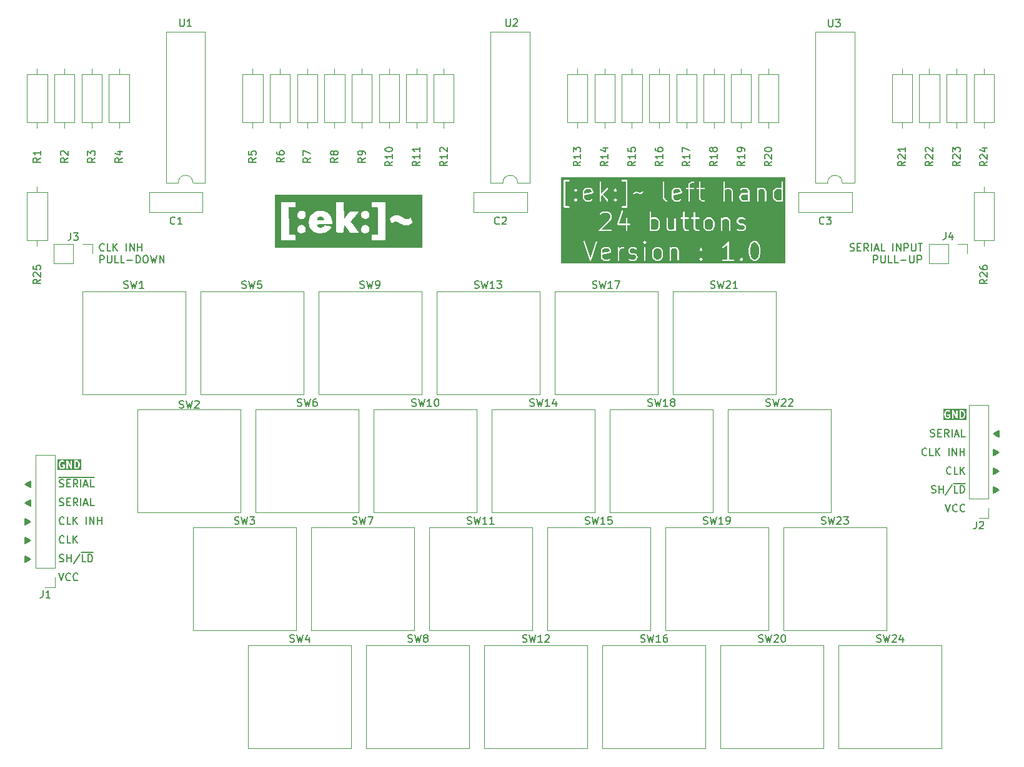
<source format=gbr>
%TF.GenerationSoftware,KiCad,Pcbnew,7.0.11-7.0.11~ubuntu22.04.1*%
%TF.CreationDate,2024-03-31T18:03:40+02:00*%
%TF.ProjectId,ek_left_hand_24_buttons,656b5f6c-6566-4745-9f68-616e645f3234,1.0*%
%TF.SameCoordinates,Original*%
%TF.FileFunction,Legend,Top*%
%TF.FilePolarity,Positive*%
%FSLAX46Y46*%
G04 Gerber Fmt 4.6, Leading zero omitted, Abs format (unit mm)*
G04 Created by KiCad (PCBNEW 7.0.11-7.0.11~ubuntu22.04.1) date 2024-03-31 18:03:40*
%MOMM*%
%LPD*%
G01*
G04 APERTURE LIST*
%ADD10C,0.200000*%
%ADD11C,0.150000*%
%ADD12C,0.120000*%
G04 APERTURE END LIST*
D10*
X180117292Y-107975314D02*
X180117292Y-108737219D01*
X180164911Y-108022933D02*
X180164911Y-108689600D01*
X180212530Y-108022933D02*
X180212530Y-108689600D01*
X180260149Y-108070552D02*
X180260149Y-108641980D01*
X180307768Y-108070552D02*
X180307768Y-108641980D01*
X180355387Y-108118171D02*
X180355387Y-108594361D01*
X180403006Y-108118171D02*
X180403006Y-108594361D01*
X180450625Y-108165790D02*
X180450625Y-108546742D01*
X180498244Y-108213409D02*
X180498244Y-108499123D01*
X180545863Y-108213409D02*
X180545863Y-108499123D01*
X180593482Y-108261028D02*
X180593482Y-108451504D01*
X180641101Y-108261028D02*
X180641101Y-108451504D01*
X180688720Y-108356266D02*
X180736339Y-108356266D01*
X180688720Y-108308647D02*
X180688720Y-108403885D01*
X180069673Y-107975314D02*
X180783958Y-108356266D01*
X180783958Y-108356266D02*
X180069673Y-108737219D01*
X180831578Y-108356266D02*
X180069673Y-108784838D01*
X180069673Y-108784838D02*
X180069673Y-107927695D01*
X180069673Y-107927695D02*
X180831578Y-108356266D01*
X171035088Y-103561980D02*
X170987469Y-103609600D01*
X170987469Y-103609600D02*
X170844612Y-103657219D01*
X170844612Y-103657219D02*
X170749374Y-103657219D01*
X170749374Y-103657219D02*
X170606517Y-103609600D01*
X170606517Y-103609600D02*
X170511279Y-103514361D01*
X170511279Y-103514361D02*
X170463660Y-103419123D01*
X170463660Y-103419123D02*
X170416041Y-103228647D01*
X170416041Y-103228647D02*
X170416041Y-103085790D01*
X170416041Y-103085790D02*
X170463660Y-102895314D01*
X170463660Y-102895314D02*
X170511279Y-102800076D01*
X170511279Y-102800076D02*
X170606517Y-102704838D01*
X170606517Y-102704838D02*
X170749374Y-102657219D01*
X170749374Y-102657219D02*
X170844612Y-102657219D01*
X170844612Y-102657219D02*
X170987469Y-102704838D01*
X170987469Y-102704838D02*
X171035088Y-102752457D01*
X171939850Y-103657219D02*
X171463660Y-103657219D01*
X171463660Y-103657219D02*
X171463660Y-102657219D01*
X172273184Y-103657219D02*
X172273184Y-102657219D01*
X172844612Y-103657219D02*
X172416041Y-103085790D01*
X172844612Y-102657219D02*
X172273184Y-103228647D01*
X174035089Y-103657219D02*
X174035089Y-102657219D01*
X174511279Y-103657219D02*
X174511279Y-102657219D01*
X174511279Y-102657219D02*
X175082707Y-103657219D01*
X175082707Y-103657219D02*
X175082707Y-102657219D01*
X175558898Y-103657219D02*
X175558898Y-102657219D01*
X175558898Y-103133409D02*
X176130326Y-103133409D01*
X176130326Y-103657219D02*
X176130326Y-102657219D01*
X48916041Y-117330314D02*
X48916041Y-118092219D01*
X48963660Y-117377933D02*
X48963660Y-118044600D01*
X49011279Y-117377933D02*
X49011279Y-118044600D01*
X49058898Y-117425552D02*
X49058898Y-117996980D01*
X49106517Y-117425552D02*
X49106517Y-117996980D01*
X49154136Y-117473171D02*
X49154136Y-117949361D01*
X49201755Y-117473171D02*
X49201755Y-117949361D01*
X49249374Y-117520790D02*
X49249374Y-117901742D01*
X49296993Y-117568409D02*
X49296993Y-117854123D01*
X49344612Y-117568409D02*
X49344612Y-117854123D01*
X49392231Y-117616028D02*
X49392231Y-117806504D01*
X49439850Y-117616028D02*
X49439850Y-117806504D01*
X49487469Y-117711266D02*
X49535088Y-117711266D01*
X49487469Y-117663647D02*
X49487469Y-117758885D01*
X48868422Y-117330314D02*
X49582707Y-117711266D01*
X49582707Y-117711266D02*
X48868422Y-118092219D01*
X49630327Y-117711266D02*
X48868422Y-118139838D01*
X48868422Y-118139838D02*
X48868422Y-117282695D01*
X48868422Y-117282695D02*
X49630327Y-117711266D01*
X53522054Y-118044600D02*
X53664911Y-118092219D01*
X53664911Y-118092219D02*
X53903006Y-118092219D01*
X53903006Y-118092219D02*
X53998244Y-118044600D01*
X53998244Y-118044600D02*
X54045863Y-117996980D01*
X54045863Y-117996980D02*
X54093482Y-117901742D01*
X54093482Y-117901742D02*
X54093482Y-117806504D01*
X54093482Y-117806504D02*
X54045863Y-117711266D01*
X54045863Y-117711266D02*
X53998244Y-117663647D01*
X53998244Y-117663647D02*
X53903006Y-117616028D01*
X53903006Y-117616028D02*
X53712530Y-117568409D01*
X53712530Y-117568409D02*
X53617292Y-117520790D01*
X53617292Y-117520790D02*
X53569673Y-117473171D01*
X53569673Y-117473171D02*
X53522054Y-117377933D01*
X53522054Y-117377933D02*
X53522054Y-117282695D01*
X53522054Y-117282695D02*
X53569673Y-117187457D01*
X53569673Y-117187457D02*
X53617292Y-117139838D01*
X53617292Y-117139838D02*
X53712530Y-117092219D01*
X53712530Y-117092219D02*
X53950625Y-117092219D01*
X53950625Y-117092219D02*
X54093482Y-117139838D01*
X54522054Y-118092219D02*
X54522054Y-117092219D01*
X54522054Y-117568409D02*
X55093482Y-117568409D01*
X55093482Y-118092219D02*
X55093482Y-117092219D01*
X56283958Y-117044600D02*
X55426816Y-118330314D01*
X57093482Y-118092219D02*
X56617292Y-118092219D01*
X56617292Y-118092219D02*
X56617292Y-117092219D01*
X57426816Y-118092219D02*
X57426816Y-117092219D01*
X57426816Y-117092219D02*
X57664911Y-117092219D01*
X57664911Y-117092219D02*
X57807768Y-117139838D01*
X57807768Y-117139838D02*
X57903006Y-117235076D01*
X57903006Y-117235076D02*
X57950625Y-117330314D01*
X57950625Y-117330314D02*
X57998244Y-117520790D01*
X57998244Y-117520790D02*
X57998244Y-117663647D01*
X57998244Y-117663647D02*
X57950625Y-117854123D01*
X57950625Y-117854123D02*
X57903006Y-117949361D01*
X57903006Y-117949361D02*
X57807768Y-118044600D01*
X57807768Y-118044600D02*
X57664911Y-118092219D01*
X57664911Y-118092219D02*
X57426816Y-118092219D01*
X56479197Y-116814600D02*
X58088721Y-116814600D01*
X54141101Y-115456980D02*
X54093482Y-115504600D01*
X54093482Y-115504600D02*
X53950625Y-115552219D01*
X53950625Y-115552219D02*
X53855387Y-115552219D01*
X53855387Y-115552219D02*
X53712530Y-115504600D01*
X53712530Y-115504600D02*
X53617292Y-115409361D01*
X53617292Y-115409361D02*
X53569673Y-115314123D01*
X53569673Y-115314123D02*
X53522054Y-115123647D01*
X53522054Y-115123647D02*
X53522054Y-114980790D01*
X53522054Y-114980790D02*
X53569673Y-114790314D01*
X53569673Y-114790314D02*
X53617292Y-114695076D01*
X53617292Y-114695076D02*
X53712530Y-114599838D01*
X53712530Y-114599838D02*
X53855387Y-114552219D01*
X53855387Y-114552219D02*
X53950625Y-114552219D01*
X53950625Y-114552219D02*
X54093482Y-114599838D01*
X54093482Y-114599838D02*
X54141101Y-114647457D01*
X55045863Y-115552219D02*
X54569673Y-115552219D01*
X54569673Y-115552219D02*
X54569673Y-114552219D01*
X55379197Y-115552219D02*
X55379197Y-114552219D01*
X55950625Y-115552219D02*
X55522054Y-114980790D01*
X55950625Y-114552219D02*
X55379197Y-115123647D01*
X53522054Y-107884600D02*
X53664911Y-107932219D01*
X53664911Y-107932219D02*
X53903006Y-107932219D01*
X53903006Y-107932219D02*
X53998244Y-107884600D01*
X53998244Y-107884600D02*
X54045863Y-107836980D01*
X54045863Y-107836980D02*
X54093482Y-107741742D01*
X54093482Y-107741742D02*
X54093482Y-107646504D01*
X54093482Y-107646504D02*
X54045863Y-107551266D01*
X54045863Y-107551266D02*
X53998244Y-107503647D01*
X53998244Y-107503647D02*
X53903006Y-107456028D01*
X53903006Y-107456028D02*
X53712530Y-107408409D01*
X53712530Y-107408409D02*
X53617292Y-107360790D01*
X53617292Y-107360790D02*
X53569673Y-107313171D01*
X53569673Y-107313171D02*
X53522054Y-107217933D01*
X53522054Y-107217933D02*
X53522054Y-107122695D01*
X53522054Y-107122695D02*
X53569673Y-107027457D01*
X53569673Y-107027457D02*
X53617292Y-106979838D01*
X53617292Y-106979838D02*
X53712530Y-106932219D01*
X53712530Y-106932219D02*
X53950625Y-106932219D01*
X53950625Y-106932219D02*
X54093482Y-106979838D01*
X54522054Y-107408409D02*
X54855387Y-107408409D01*
X54998244Y-107932219D02*
X54522054Y-107932219D01*
X54522054Y-107932219D02*
X54522054Y-106932219D01*
X54522054Y-106932219D02*
X54998244Y-106932219D01*
X55998244Y-107932219D02*
X55664911Y-107456028D01*
X55426816Y-107932219D02*
X55426816Y-106932219D01*
X55426816Y-106932219D02*
X55807768Y-106932219D01*
X55807768Y-106932219D02*
X55903006Y-106979838D01*
X55903006Y-106979838D02*
X55950625Y-107027457D01*
X55950625Y-107027457D02*
X55998244Y-107122695D01*
X55998244Y-107122695D02*
X55998244Y-107265552D01*
X55998244Y-107265552D02*
X55950625Y-107360790D01*
X55950625Y-107360790D02*
X55903006Y-107408409D01*
X55903006Y-107408409D02*
X55807768Y-107456028D01*
X55807768Y-107456028D02*
X55426816Y-107456028D01*
X56426816Y-107932219D02*
X56426816Y-106932219D01*
X56855387Y-107646504D02*
X57331577Y-107646504D01*
X56760149Y-107932219D02*
X57093482Y-106932219D01*
X57093482Y-106932219D02*
X57426815Y-107932219D01*
X58236339Y-107932219D02*
X57760149Y-107932219D01*
X57760149Y-107932219D02*
X57760149Y-106932219D01*
X53431578Y-106654600D02*
X58231578Y-106654600D01*
X173606517Y-110277219D02*
X173939850Y-111277219D01*
X173939850Y-111277219D02*
X174273183Y-110277219D01*
X175177945Y-111181980D02*
X175130326Y-111229600D01*
X175130326Y-111229600D02*
X174987469Y-111277219D01*
X174987469Y-111277219D02*
X174892231Y-111277219D01*
X174892231Y-111277219D02*
X174749374Y-111229600D01*
X174749374Y-111229600D02*
X174654136Y-111134361D01*
X174654136Y-111134361D02*
X174606517Y-111039123D01*
X174606517Y-111039123D02*
X174558898Y-110848647D01*
X174558898Y-110848647D02*
X174558898Y-110705790D01*
X174558898Y-110705790D02*
X174606517Y-110515314D01*
X174606517Y-110515314D02*
X174654136Y-110420076D01*
X174654136Y-110420076D02*
X174749374Y-110324838D01*
X174749374Y-110324838D02*
X174892231Y-110277219D01*
X174892231Y-110277219D02*
X174987469Y-110277219D01*
X174987469Y-110277219D02*
X175130326Y-110324838D01*
X175130326Y-110324838D02*
X175177945Y-110372457D01*
X176177945Y-111181980D02*
X176130326Y-111229600D01*
X176130326Y-111229600D02*
X175987469Y-111277219D01*
X175987469Y-111277219D02*
X175892231Y-111277219D01*
X175892231Y-111277219D02*
X175749374Y-111229600D01*
X175749374Y-111229600D02*
X175654136Y-111134361D01*
X175654136Y-111134361D02*
X175606517Y-111039123D01*
X175606517Y-111039123D02*
X175558898Y-110848647D01*
X175558898Y-110848647D02*
X175558898Y-110705790D01*
X175558898Y-110705790D02*
X175606517Y-110515314D01*
X175606517Y-110515314D02*
X175654136Y-110420076D01*
X175654136Y-110420076D02*
X175749374Y-110324838D01*
X175749374Y-110324838D02*
X175892231Y-110277219D01*
X175892231Y-110277219D02*
X175987469Y-110277219D01*
X175987469Y-110277219D02*
X176130326Y-110324838D01*
X176130326Y-110324838D02*
X176177945Y-110372457D01*
X174368421Y-106101980D02*
X174320802Y-106149600D01*
X174320802Y-106149600D02*
X174177945Y-106197219D01*
X174177945Y-106197219D02*
X174082707Y-106197219D01*
X174082707Y-106197219D02*
X173939850Y-106149600D01*
X173939850Y-106149600D02*
X173844612Y-106054361D01*
X173844612Y-106054361D02*
X173796993Y-105959123D01*
X173796993Y-105959123D02*
X173749374Y-105768647D01*
X173749374Y-105768647D02*
X173749374Y-105625790D01*
X173749374Y-105625790D02*
X173796993Y-105435314D01*
X173796993Y-105435314D02*
X173844612Y-105340076D01*
X173844612Y-105340076D02*
X173939850Y-105244838D01*
X173939850Y-105244838D02*
X174082707Y-105197219D01*
X174082707Y-105197219D02*
X174177945Y-105197219D01*
X174177945Y-105197219D02*
X174320802Y-105244838D01*
X174320802Y-105244838D02*
X174368421Y-105292457D01*
X175273183Y-106197219D02*
X174796993Y-106197219D01*
X174796993Y-106197219D02*
X174796993Y-105197219D01*
X175606517Y-106197219D02*
X175606517Y-105197219D01*
X176177945Y-106197219D02*
X175749374Y-105625790D01*
X176177945Y-105197219D02*
X175606517Y-105768647D01*
X54141101Y-112916980D02*
X54093482Y-112964600D01*
X54093482Y-112964600D02*
X53950625Y-113012219D01*
X53950625Y-113012219D02*
X53855387Y-113012219D01*
X53855387Y-113012219D02*
X53712530Y-112964600D01*
X53712530Y-112964600D02*
X53617292Y-112869361D01*
X53617292Y-112869361D02*
X53569673Y-112774123D01*
X53569673Y-112774123D02*
X53522054Y-112583647D01*
X53522054Y-112583647D02*
X53522054Y-112440790D01*
X53522054Y-112440790D02*
X53569673Y-112250314D01*
X53569673Y-112250314D02*
X53617292Y-112155076D01*
X53617292Y-112155076D02*
X53712530Y-112059838D01*
X53712530Y-112059838D02*
X53855387Y-112012219D01*
X53855387Y-112012219D02*
X53950625Y-112012219D01*
X53950625Y-112012219D02*
X54093482Y-112059838D01*
X54093482Y-112059838D02*
X54141101Y-112107457D01*
X55045863Y-113012219D02*
X54569673Y-113012219D01*
X54569673Y-113012219D02*
X54569673Y-112012219D01*
X55379197Y-113012219D02*
X55379197Y-112012219D01*
X55950625Y-113012219D02*
X55522054Y-112440790D01*
X55950625Y-112012219D02*
X55379197Y-112583647D01*
X57141102Y-113012219D02*
X57141102Y-112012219D01*
X57617292Y-113012219D02*
X57617292Y-112012219D01*
X57617292Y-112012219D02*
X58188720Y-113012219D01*
X58188720Y-113012219D02*
X58188720Y-112012219D01*
X58664911Y-113012219D02*
X58664911Y-112012219D01*
X58664911Y-112488409D02*
X59236339Y-112488409D01*
X59236339Y-113012219D02*
X59236339Y-112012219D01*
X160653660Y-75879600D02*
X160796517Y-75927219D01*
X160796517Y-75927219D02*
X161034612Y-75927219D01*
X161034612Y-75927219D02*
X161129850Y-75879600D01*
X161129850Y-75879600D02*
X161177469Y-75831980D01*
X161177469Y-75831980D02*
X161225088Y-75736742D01*
X161225088Y-75736742D02*
X161225088Y-75641504D01*
X161225088Y-75641504D02*
X161177469Y-75546266D01*
X161177469Y-75546266D02*
X161129850Y-75498647D01*
X161129850Y-75498647D02*
X161034612Y-75451028D01*
X161034612Y-75451028D02*
X160844136Y-75403409D01*
X160844136Y-75403409D02*
X160748898Y-75355790D01*
X160748898Y-75355790D02*
X160701279Y-75308171D01*
X160701279Y-75308171D02*
X160653660Y-75212933D01*
X160653660Y-75212933D02*
X160653660Y-75117695D01*
X160653660Y-75117695D02*
X160701279Y-75022457D01*
X160701279Y-75022457D02*
X160748898Y-74974838D01*
X160748898Y-74974838D02*
X160844136Y-74927219D01*
X160844136Y-74927219D02*
X161082231Y-74927219D01*
X161082231Y-74927219D02*
X161225088Y-74974838D01*
X161653660Y-75403409D02*
X161986993Y-75403409D01*
X162129850Y-75927219D02*
X161653660Y-75927219D01*
X161653660Y-75927219D02*
X161653660Y-74927219D01*
X161653660Y-74927219D02*
X162129850Y-74927219D01*
X163129850Y-75927219D02*
X162796517Y-75451028D01*
X162558422Y-75927219D02*
X162558422Y-74927219D01*
X162558422Y-74927219D02*
X162939374Y-74927219D01*
X162939374Y-74927219D02*
X163034612Y-74974838D01*
X163034612Y-74974838D02*
X163082231Y-75022457D01*
X163082231Y-75022457D02*
X163129850Y-75117695D01*
X163129850Y-75117695D02*
X163129850Y-75260552D01*
X163129850Y-75260552D02*
X163082231Y-75355790D01*
X163082231Y-75355790D02*
X163034612Y-75403409D01*
X163034612Y-75403409D02*
X162939374Y-75451028D01*
X162939374Y-75451028D02*
X162558422Y-75451028D01*
X163558422Y-75927219D02*
X163558422Y-74927219D01*
X163986993Y-75641504D02*
X164463183Y-75641504D01*
X163891755Y-75927219D02*
X164225088Y-74927219D01*
X164225088Y-74927219D02*
X164558421Y-75927219D01*
X165367945Y-75927219D02*
X164891755Y-75927219D01*
X164891755Y-75927219D02*
X164891755Y-74927219D01*
X166463184Y-75927219D02*
X166463184Y-74927219D01*
X166939374Y-75927219D02*
X166939374Y-74927219D01*
X166939374Y-74927219D02*
X167510802Y-75927219D01*
X167510802Y-75927219D02*
X167510802Y-74927219D01*
X167986993Y-75927219D02*
X167986993Y-74927219D01*
X167986993Y-74927219D02*
X168367945Y-74927219D01*
X168367945Y-74927219D02*
X168463183Y-74974838D01*
X168463183Y-74974838D02*
X168510802Y-75022457D01*
X168510802Y-75022457D02*
X168558421Y-75117695D01*
X168558421Y-75117695D02*
X168558421Y-75260552D01*
X168558421Y-75260552D02*
X168510802Y-75355790D01*
X168510802Y-75355790D02*
X168463183Y-75403409D01*
X168463183Y-75403409D02*
X168367945Y-75451028D01*
X168367945Y-75451028D02*
X167986993Y-75451028D01*
X168986993Y-74927219D02*
X168986993Y-75736742D01*
X168986993Y-75736742D02*
X169034612Y-75831980D01*
X169034612Y-75831980D02*
X169082231Y-75879600D01*
X169082231Y-75879600D02*
X169177469Y-75927219D01*
X169177469Y-75927219D02*
X169367945Y-75927219D01*
X169367945Y-75927219D02*
X169463183Y-75879600D01*
X169463183Y-75879600D02*
X169510802Y-75831980D01*
X169510802Y-75831980D02*
X169558421Y-75736742D01*
X169558421Y-75736742D02*
X169558421Y-74927219D01*
X169891755Y-74927219D02*
X170463183Y-74927219D01*
X170177469Y-75927219D02*
X170177469Y-74927219D01*
X163844136Y-77537219D02*
X163844136Y-76537219D01*
X163844136Y-76537219D02*
X164225088Y-76537219D01*
X164225088Y-76537219D02*
X164320326Y-76584838D01*
X164320326Y-76584838D02*
X164367945Y-76632457D01*
X164367945Y-76632457D02*
X164415564Y-76727695D01*
X164415564Y-76727695D02*
X164415564Y-76870552D01*
X164415564Y-76870552D02*
X164367945Y-76965790D01*
X164367945Y-76965790D02*
X164320326Y-77013409D01*
X164320326Y-77013409D02*
X164225088Y-77061028D01*
X164225088Y-77061028D02*
X163844136Y-77061028D01*
X164844136Y-76537219D02*
X164844136Y-77346742D01*
X164844136Y-77346742D02*
X164891755Y-77441980D01*
X164891755Y-77441980D02*
X164939374Y-77489600D01*
X164939374Y-77489600D02*
X165034612Y-77537219D01*
X165034612Y-77537219D02*
X165225088Y-77537219D01*
X165225088Y-77537219D02*
X165320326Y-77489600D01*
X165320326Y-77489600D02*
X165367945Y-77441980D01*
X165367945Y-77441980D02*
X165415564Y-77346742D01*
X165415564Y-77346742D02*
X165415564Y-76537219D01*
X166367945Y-77537219D02*
X165891755Y-77537219D01*
X165891755Y-77537219D02*
X165891755Y-76537219D01*
X167177469Y-77537219D02*
X166701279Y-77537219D01*
X166701279Y-77537219D02*
X166701279Y-76537219D01*
X167510803Y-77156266D02*
X168272708Y-77156266D01*
X168748898Y-76537219D02*
X168748898Y-77346742D01*
X168748898Y-77346742D02*
X168796517Y-77441980D01*
X168796517Y-77441980D02*
X168844136Y-77489600D01*
X168844136Y-77489600D02*
X168939374Y-77537219D01*
X168939374Y-77537219D02*
X169129850Y-77537219D01*
X169129850Y-77537219D02*
X169225088Y-77489600D01*
X169225088Y-77489600D02*
X169272707Y-77441980D01*
X169272707Y-77441980D02*
X169320326Y-77346742D01*
X169320326Y-77346742D02*
X169320326Y-76537219D01*
X169796517Y-77537219D02*
X169796517Y-76537219D01*
X169796517Y-76537219D02*
X170177469Y-76537219D01*
X170177469Y-76537219D02*
X170272707Y-76584838D01*
X170272707Y-76584838D02*
X170320326Y-76632457D01*
X170320326Y-76632457D02*
X170367945Y-76727695D01*
X170367945Y-76727695D02*
X170367945Y-76870552D01*
X170367945Y-76870552D02*
X170320326Y-76965790D01*
X170320326Y-76965790D02*
X170272707Y-77013409D01*
X170272707Y-77013409D02*
X170177469Y-77061028D01*
X170177469Y-77061028D02*
X169796517Y-77061028D01*
X49582707Y-107932219D02*
X49582707Y-107170314D01*
X49535088Y-107884600D02*
X49535088Y-107217933D01*
X49487469Y-107884600D02*
X49487469Y-107217933D01*
X49439850Y-107836980D02*
X49439850Y-107265552D01*
X49392231Y-107836980D02*
X49392231Y-107265552D01*
X49344612Y-107789361D02*
X49344612Y-107313171D01*
X49296993Y-107789361D02*
X49296993Y-107313171D01*
X49249374Y-107741742D02*
X49249374Y-107360790D01*
X49201755Y-107694123D02*
X49201755Y-107408409D01*
X49154136Y-107694123D02*
X49154136Y-107408409D01*
X49106517Y-107646504D02*
X49106517Y-107456028D01*
X49058898Y-107646504D02*
X49058898Y-107456028D01*
X49011279Y-107551266D02*
X48963660Y-107551266D01*
X49011279Y-107598885D02*
X49011279Y-107503647D01*
X49630327Y-107932219D02*
X48916041Y-107551266D01*
X48916041Y-107551266D02*
X49630327Y-107170314D01*
X48868422Y-107551266D02*
X49630327Y-107122695D01*
X49630327Y-107122695D02*
X49630327Y-107979838D01*
X49630327Y-107979838D02*
X48868422Y-107551266D01*
X49582707Y-110472219D02*
X49582707Y-109710314D01*
X49535088Y-110424600D02*
X49535088Y-109757933D01*
X49487469Y-110424600D02*
X49487469Y-109757933D01*
X49439850Y-110376980D02*
X49439850Y-109805552D01*
X49392231Y-110376980D02*
X49392231Y-109805552D01*
X49344612Y-110329361D02*
X49344612Y-109853171D01*
X49296993Y-110329361D02*
X49296993Y-109853171D01*
X49249374Y-110281742D02*
X49249374Y-109900790D01*
X49201755Y-110234123D02*
X49201755Y-109948409D01*
X49154136Y-110234123D02*
X49154136Y-109948409D01*
X49106517Y-110186504D02*
X49106517Y-109996028D01*
X49058898Y-110186504D02*
X49058898Y-109996028D01*
X49011279Y-110091266D02*
X48963660Y-110091266D01*
X49011279Y-110138885D02*
X49011279Y-110043647D01*
X49630327Y-110472219D02*
X48916041Y-110091266D01*
X48916041Y-110091266D02*
X49630327Y-109710314D01*
X48868422Y-110091266D02*
X49630327Y-109662695D01*
X49630327Y-109662695D02*
X49630327Y-110519838D01*
X49630327Y-110519838D02*
X48868422Y-110091266D01*
X180117292Y-105435314D02*
X180117292Y-106197219D01*
X180164911Y-105482933D02*
X180164911Y-106149600D01*
X180212530Y-105482933D02*
X180212530Y-106149600D01*
X180260149Y-105530552D02*
X180260149Y-106101980D01*
X180307768Y-105530552D02*
X180307768Y-106101980D01*
X180355387Y-105578171D02*
X180355387Y-106054361D01*
X180403006Y-105578171D02*
X180403006Y-106054361D01*
X180450625Y-105625790D02*
X180450625Y-106006742D01*
X180498244Y-105673409D02*
X180498244Y-105959123D01*
X180545863Y-105673409D02*
X180545863Y-105959123D01*
X180593482Y-105721028D02*
X180593482Y-105911504D01*
X180641101Y-105721028D02*
X180641101Y-105911504D01*
X180688720Y-105816266D02*
X180736339Y-105816266D01*
X180688720Y-105768647D02*
X180688720Y-105863885D01*
X180069673Y-105435314D02*
X180783958Y-105816266D01*
X180783958Y-105816266D02*
X180069673Y-106197219D01*
X180831578Y-105816266D02*
X180069673Y-106244838D01*
X180069673Y-106244838D02*
X180069673Y-105387695D01*
X180069673Y-105387695D02*
X180831578Y-105816266D01*
X53522054Y-110424600D02*
X53664911Y-110472219D01*
X53664911Y-110472219D02*
X53903006Y-110472219D01*
X53903006Y-110472219D02*
X53998244Y-110424600D01*
X53998244Y-110424600D02*
X54045863Y-110376980D01*
X54045863Y-110376980D02*
X54093482Y-110281742D01*
X54093482Y-110281742D02*
X54093482Y-110186504D01*
X54093482Y-110186504D02*
X54045863Y-110091266D01*
X54045863Y-110091266D02*
X53998244Y-110043647D01*
X53998244Y-110043647D02*
X53903006Y-109996028D01*
X53903006Y-109996028D02*
X53712530Y-109948409D01*
X53712530Y-109948409D02*
X53617292Y-109900790D01*
X53617292Y-109900790D02*
X53569673Y-109853171D01*
X53569673Y-109853171D02*
X53522054Y-109757933D01*
X53522054Y-109757933D02*
X53522054Y-109662695D01*
X53522054Y-109662695D02*
X53569673Y-109567457D01*
X53569673Y-109567457D02*
X53617292Y-109519838D01*
X53617292Y-109519838D02*
X53712530Y-109472219D01*
X53712530Y-109472219D02*
X53950625Y-109472219D01*
X53950625Y-109472219D02*
X54093482Y-109519838D01*
X54522054Y-109948409D02*
X54855387Y-109948409D01*
X54998244Y-110472219D02*
X54522054Y-110472219D01*
X54522054Y-110472219D02*
X54522054Y-109472219D01*
X54522054Y-109472219D02*
X54998244Y-109472219D01*
X55998244Y-110472219D02*
X55664911Y-109996028D01*
X55426816Y-110472219D02*
X55426816Y-109472219D01*
X55426816Y-109472219D02*
X55807768Y-109472219D01*
X55807768Y-109472219D02*
X55903006Y-109519838D01*
X55903006Y-109519838D02*
X55950625Y-109567457D01*
X55950625Y-109567457D02*
X55998244Y-109662695D01*
X55998244Y-109662695D02*
X55998244Y-109805552D01*
X55998244Y-109805552D02*
X55950625Y-109900790D01*
X55950625Y-109900790D02*
X55903006Y-109948409D01*
X55903006Y-109948409D02*
X55807768Y-109996028D01*
X55807768Y-109996028D02*
X55426816Y-109996028D01*
X56426816Y-110472219D02*
X56426816Y-109472219D01*
X56855387Y-110186504D02*
X57331577Y-110186504D01*
X56760149Y-110472219D02*
X57093482Y-109472219D01*
X57093482Y-109472219D02*
X57426815Y-110472219D01*
X58236339Y-110472219D02*
X57760149Y-110472219D01*
X57760149Y-110472219D02*
X57760149Y-109472219D01*
X171558898Y-101069600D02*
X171701755Y-101117219D01*
X171701755Y-101117219D02*
X171939850Y-101117219D01*
X171939850Y-101117219D02*
X172035088Y-101069600D01*
X172035088Y-101069600D02*
X172082707Y-101021980D01*
X172082707Y-101021980D02*
X172130326Y-100926742D01*
X172130326Y-100926742D02*
X172130326Y-100831504D01*
X172130326Y-100831504D02*
X172082707Y-100736266D01*
X172082707Y-100736266D02*
X172035088Y-100688647D01*
X172035088Y-100688647D02*
X171939850Y-100641028D01*
X171939850Y-100641028D02*
X171749374Y-100593409D01*
X171749374Y-100593409D02*
X171654136Y-100545790D01*
X171654136Y-100545790D02*
X171606517Y-100498171D01*
X171606517Y-100498171D02*
X171558898Y-100402933D01*
X171558898Y-100402933D02*
X171558898Y-100307695D01*
X171558898Y-100307695D02*
X171606517Y-100212457D01*
X171606517Y-100212457D02*
X171654136Y-100164838D01*
X171654136Y-100164838D02*
X171749374Y-100117219D01*
X171749374Y-100117219D02*
X171987469Y-100117219D01*
X171987469Y-100117219D02*
X172130326Y-100164838D01*
X172558898Y-100593409D02*
X172892231Y-100593409D01*
X173035088Y-101117219D02*
X172558898Y-101117219D01*
X172558898Y-101117219D02*
X172558898Y-100117219D01*
X172558898Y-100117219D02*
X173035088Y-100117219D01*
X174035088Y-101117219D02*
X173701755Y-100641028D01*
X173463660Y-101117219D02*
X173463660Y-100117219D01*
X173463660Y-100117219D02*
X173844612Y-100117219D01*
X173844612Y-100117219D02*
X173939850Y-100164838D01*
X173939850Y-100164838D02*
X173987469Y-100212457D01*
X173987469Y-100212457D02*
X174035088Y-100307695D01*
X174035088Y-100307695D02*
X174035088Y-100450552D01*
X174035088Y-100450552D02*
X173987469Y-100545790D01*
X173987469Y-100545790D02*
X173939850Y-100593409D01*
X173939850Y-100593409D02*
X173844612Y-100641028D01*
X173844612Y-100641028D02*
X173463660Y-100641028D01*
X174463660Y-101117219D02*
X174463660Y-100117219D01*
X174892231Y-100831504D02*
X175368421Y-100831504D01*
X174796993Y-101117219D02*
X175130326Y-100117219D01*
X175130326Y-100117219D02*
X175463659Y-101117219D01*
X176273183Y-101117219D02*
X175796993Y-101117219D01*
X175796993Y-101117219D02*
X175796993Y-100117219D01*
X171701755Y-108689600D02*
X171844612Y-108737219D01*
X171844612Y-108737219D02*
X172082707Y-108737219D01*
X172082707Y-108737219D02*
X172177945Y-108689600D01*
X172177945Y-108689600D02*
X172225564Y-108641980D01*
X172225564Y-108641980D02*
X172273183Y-108546742D01*
X172273183Y-108546742D02*
X172273183Y-108451504D01*
X172273183Y-108451504D02*
X172225564Y-108356266D01*
X172225564Y-108356266D02*
X172177945Y-108308647D01*
X172177945Y-108308647D02*
X172082707Y-108261028D01*
X172082707Y-108261028D02*
X171892231Y-108213409D01*
X171892231Y-108213409D02*
X171796993Y-108165790D01*
X171796993Y-108165790D02*
X171749374Y-108118171D01*
X171749374Y-108118171D02*
X171701755Y-108022933D01*
X171701755Y-108022933D02*
X171701755Y-107927695D01*
X171701755Y-107927695D02*
X171749374Y-107832457D01*
X171749374Y-107832457D02*
X171796993Y-107784838D01*
X171796993Y-107784838D02*
X171892231Y-107737219D01*
X171892231Y-107737219D02*
X172130326Y-107737219D01*
X172130326Y-107737219D02*
X172273183Y-107784838D01*
X172701755Y-108737219D02*
X172701755Y-107737219D01*
X172701755Y-108213409D02*
X173273183Y-108213409D01*
X173273183Y-108737219D02*
X173273183Y-107737219D01*
X174463659Y-107689600D02*
X173606517Y-108975314D01*
X175273183Y-108737219D02*
X174796993Y-108737219D01*
X174796993Y-108737219D02*
X174796993Y-107737219D01*
X175606517Y-108737219D02*
X175606517Y-107737219D01*
X175606517Y-107737219D02*
X175844612Y-107737219D01*
X175844612Y-107737219D02*
X175987469Y-107784838D01*
X175987469Y-107784838D02*
X176082707Y-107880076D01*
X176082707Y-107880076D02*
X176130326Y-107975314D01*
X176130326Y-107975314D02*
X176177945Y-108165790D01*
X176177945Y-108165790D02*
X176177945Y-108308647D01*
X176177945Y-108308647D02*
X176130326Y-108499123D01*
X176130326Y-108499123D02*
X176082707Y-108594361D01*
X176082707Y-108594361D02*
X175987469Y-108689600D01*
X175987469Y-108689600D02*
X175844612Y-108737219D01*
X175844612Y-108737219D02*
X175606517Y-108737219D01*
X174658898Y-107459600D02*
X176268422Y-107459600D01*
X48916041Y-114790314D02*
X48916041Y-115552219D01*
X48963660Y-114837933D02*
X48963660Y-115504600D01*
X49011279Y-114837933D02*
X49011279Y-115504600D01*
X49058898Y-114885552D02*
X49058898Y-115456980D01*
X49106517Y-114885552D02*
X49106517Y-115456980D01*
X49154136Y-114933171D02*
X49154136Y-115409361D01*
X49201755Y-114933171D02*
X49201755Y-115409361D01*
X49249374Y-114980790D02*
X49249374Y-115361742D01*
X49296993Y-115028409D02*
X49296993Y-115314123D01*
X49344612Y-115028409D02*
X49344612Y-115314123D01*
X49392231Y-115076028D02*
X49392231Y-115266504D01*
X49439850Y-115076028D02*
X49439850Y-115266504D01*
X49487469Y-115171266D02*
X49535088Y-115171266D01*
X49487469Y-115123647D02*
X49487469Y-115218885D01*
X48868422Y-114790314D02*
X49582707Y-115171266D01*
X49582707Y-115171266D02*
X48868422Y-115552219D01*
X49630327Y-115171266D02*
X48868422Y-115599838D01*
X48868422Y-115599838D02*
X48868422Y-114742695D01*
X48868422Y-114742695D02*
X49630327Y-115171266D01*
X59581101Y-75831980D02*
X59533482Y-75879600D01*
X59533482Y-75879600D02*
X59390625Y-75927219D01*
X59390625Y-75927219D02*
X59295387Y-75927219D01*
X59295387Y-75927219D02*
X59152530Y-75879600D01*
X59152530Y-75879600D02*
X59057292Y-75784361D01*
X59057292Y-75784361D02*
X59009673Y-75689123D01*
X59009673Y-75689123D02*
X58962054Y-75498647D01*
X58962054Y-75498647D02*
X58962054Y-75355790D01*
X58962054Y-75355790D02*
X59009673Y-75165314D01*
X59009673Y-75165314D02*
X59057292Y-75070076D01*
X59057292Y-75070076D02*
X59152530Y-74974838D01*
X59152530Y-74974838D02*
X59295387Y-74927219D01*
X59295387Y-74927219D02*
X59390625Y-74927219D01*
X59390625Y-74927219D02*
X59533482Y-74974838D01*
X59533482Y-74974838D02*
X59581101Y-75022457D01*
X60485863Y-75927219D02*
X60009673Y-75927219D01*
X60009673Y-75927219D02*
X60009673Y-74927219D01*
X60819197Y-75927219D02*
X60819197Y-74927219D01*
X61390625Y-75927219D02*
X60962054Y-75355790D01*
X61390625Y-74927219D02*
X60819197Y-75498647D01*
X62581102Y-75927219D02*
X62581102Y-74927219D01*
X63057292Y-75927219D02*
X63057292Y-74927219D01*
X63057292Y-74927219D02*
X63628720Y-75927219D01*
X63628720Y-75927219D02*
X63628720Y-74927219D01*
X64104911Y-75927219D02*
X64104911Y-74927219D01*
X64104911Y-75403409D02*
X64676339Y-75403409D01*
X64676339Y-75927219D02*
X64676339Y-74927219D01*
X59009673Y-77537219D02*
X59009673Y-76537219D01*
X59009673Y-76537219D02*
X59390625Y-76537219D01*
X59390625Y-76537219D02*
X59485863Y-76584838D01*
X59485863Y-76584838D02*
X59533482Y-76632457D01*
X59533482Y-76632457D02*
X59581101Y-76727695D01*
X59581101Y-76727695D02*
X59581101Y-76870552D01*
X59581101Y-76870552D02*
X59533482Y-76965790D01*
X59533482Y-76965790D02*
X59485863Y-77013409D01*
X59485863Y-77013409D02*
X59390625Y-77061028D01*
X59390625Y-77061028D02*
X59009673Y-77061028D01*
X60009673Y-76537219D02*
X60009673Y-77346742D01*
X60009673Y-77346742D02*
X60057292Y-77441980D01*
X60057292Y-77441980D02*
X60104911Y-77489600D01*
X60104911Y-77489600D02*
X60200149Y-77537219D01*
X60200149Y-77537219D02*
X60390625Y-77537219D01*
X60390625Y-77537219D02*
X60485863Y-77489600D01*
X60485863Y-77489600D02*
X60533482Y-77441980D01*
X60533482Y-77441980D02*
X60581101Y-77346742D01*
X60581101Y-77346742D02*
X60581101Y-76537219D01*
X61533482Y-77537219D02*
X61057292Y-77537219D01*
X61057292Y-77537219D02*
X61057292Y-76537219D01*
X62343006Y-77537219D02*
X61866816Y-77537219D01*
X61866816Y-77537219D02*
X61866816Y-76537219D01*
X62676340Y-77156266D02*
X63438245Y-77156266D01*
X63914435Y-77537219D02*
X63914435Y-76537219D01*
X63914435Y-76537219D02*
X64152530Y-76537219D01*
X64152530Y-76537219D02*
X64295387Y-76584838D01*
X64295387Y-76584838D02*
X64390625Y-76680076D01*
X64390625Y-76680076D02*
X64438244Y-76775314D01*
X64438244Y-76775314D02*
X64485863Y-76965790D01*
X64485863Y-76965790D02*
X64485863Y-77108647D01*
X64485863Y-77108647D02*
X64438244Y-77299123D01*
X64438244Y-77299123D02*
X64390625Y-77394361D01*
X64390625Y-77394361D02*
X64295387Y-77489600D01*
X64295387Y-77489600D02*
X64152530Y-77537219D01*
X64152530Y-77537219D02*
X63914435Y-77537219D01*
X65104911Y-76537219D02*
X65295387Y-76537219D01*
X65295387Y-76537219D02*
X65390625Y-76584838D01*
X65390625Y-76584838D02*
X65485863Y-76680076D01*
X65485863Y-76680076D02*
X65533482Y-76870552D01*
X65533482Y-76870552D02*
X65533482Y-77203885D01*
X65533482Y-77203885D02*
X65485863Y-77394361D01*
X65485863Y-77394361D02*
X65390625Y-77489600D01*
X65390625Y-77489600D02*
X65295387Y-77537219D01*
X65295387Y-77537219D02*
X65104911Y-77537219D01*
X65104911Y-77537219D02*
X65009673Y-77489600D01*
X65009673Y-77489600D02*
X64914435Y-77394361D01*
X64914435Y-77394361D02*
X64866816Y-77203885D01*
X64866816Y-77203885D02*
X64866816Y-76870552D01*
X64866816Y-76870552D02*
X64914435Y-76680076D01*
X64914435Y-76680076D02*
X65009673Y-76584838D01*
X65009673Y-76584838D02*
X65104911Y-76537219D01*
X65866816Y-76537219D02*
X66104911Y-77537219D01*
X66104911Y-77537219D02*
X66295387Y-76822933D01*
X66295387Y-76822933D02*
X66485863Y-77537219D01*
X66485863Y-77537219D02*
X66723959Y-76537219D01*
X67104911Y-77537219D02*
X67104911Y-76537219D01*
X67104911Y-76537219D02*
X67676339Y-77537219D01*
X67676339Y-77537219D02*
X67676339Y-76537219D01*
G36*
X55944224Y-104527240D02*
G01*
X56011297Y-104594313D01*
X56046749Y-104665218D01*
X56088720Y-104833099D01*
X56088720Y-104951337D01*
X56046749Y-105119218D01*
X56011296Y-105190124D01*
X55944225Y-105257197D01*
X55839160Y-105292219D01*
X55717292Y-105292219D01*
X55717292Y-104492219D01*
X55839160Y-104492219D01*
X55944224Y-104527240D01*
G37*
G36*
X56431577Y-105635076D02*
G01*
X53279197Y-105635076D01*
X53279197Y-104963647D01*
X53422054Y-104963647D01*
X53425900Y-104975484D01*
X53425040Y-104987901D01*
X53472659Y-105178376D01*
X53478569Y-105187822D01*
X53480230Y-105198844D01*
X53527849Y-105294082D01*
X53539223Y-105305630D01*
X53546581Y-105320071D01*
X53641819Y-105415311D01*
X53662363Y-105425779D01*
X53680907Y-105439468D01*
X53823764Y-105487087D01*
X53839971Y-105487210D01*
X53855387Y-105492219D01*
X53950625Y-105492219D01*
X53966040Y-105487210D01*
X53982248Y-105487087D01*
X54125104Y-105439468D01*
X54143651Y-105425776D01*
X54164193Y-105415310D01*
X54187284Y-105392219D01*
X54469673Y-105392219D01*
X54488771Y-105450998D01*
X54538771Y-105487325D01*
X54600575Y-105487325D01*
X54650575Y-105450998D01*
X54669673Y-105392219D01*
X54669673Y-104768775D01*
X55054277Y-105441833D01*
X55058454Y-105445628D01*
X55060199Y-105450998D01*
X55080997Y-105466109D01*
X55100021Y-105483392D01*
X55105632Y-105484007D01*
X55110199Y-105487325D01*
X55135902Y-105487325D01*
X55161456Y-105490126D01*
X55166358Y-105487325D01*
X55172003Y-105487325D01*
X55192798Y-105472216D01*
X55215117Y-105459463D01*
X55217436Y-105454316D01*
X55222003Y-105450998D01*
X55229945Y-105426552D01*
X55240506Y-105403115D01*
X55239356Y-105397587D01*
X55241101Y-105392219D01*
X55517292Y-105392219D01*
X55522186Y-105407281D01*
X55522186Y-105423121D01*
X55531495Y-105435934D01*
X55536390Y-105450998D01*
X55549203Y-105460307D01*
X55558513Y-105473121D01*
X55573576Y-105478015D01*
X55586390Y-105487325D01*
X55602229Y-105487325D01*
X55617292Y-105492219D01*
X55855387Y-105492219D01*
X55870802Y-105487210D01*
X55887010Y-105487087D01*
X56029866Y-105439468D01*
X56048413Y-105425776D01*
X56068955Y-105415310D01*
X56164193Y-105320071D01*
X56171551Y-105305629D01*
X56182925Y-105294082D01*
X56230544Y-105198845D01*
X56232204Y-105187823D01*
X56238115Y-105178377D01*
X56285734Y-104987901D01*
X56284873Y-104975484D01*
X56288720Y-104963647D01*
X56288720Y-104820790D01*
X56284873Y-104808952D01*
X56285734Y-104796536D01*
X56238115Y-104606060D01*
X56232204Y-104596613D01*
X56230544Y-104585592D01*
X56182925Y-104490355D01*
X56171551Y-104478807D01*
X56164193Y-104464365D01*
X56068955Y-104369127D01*
X56048411Y-104358659D01*
X56029866Y-104344970D01*
X55887010Y-104297351D01*
X55870802Y-104297227D01*
X55855387Y-104292219D01*
X55617292Y-104292219D01*
X55602229Y-104297113D01*
X55586390Y-104297113D01*
X55573576Y-104306422D01*
X55558513Y-104311317D01*
X55549203Y-104324130D01*
X55536390Y-104333440D01*
X55531495Y-104348503D01*
X55522186Y-104361317D01*
X55522186Y-104377156D01*
X55517292Y-104392219D01*
X55517292Y-105392219D01*
X55241101Y-105392219D01*
X55241101Y-104392219D01*
X55222003Y-104333440D01*
X55172003Y-104297113D01*
X55110199Y-104297113D01*
X55060199Y-104333440D01*
X55041101Y-104392219D01*
X55041101Y-105015662D01*
X54656497Y-104342605D01*
X54652319Y-104338809D01*
X54650575Y-104333440D01*
X54629776Y-104318328D01*
X54610753Y-104301046D01*
X54605141Y-104300430D01*
X54600575Y-104297113D01*
X54574872Y-104297113D01*
X54549318Y-104294312D01*
X54544416Y-104297113D01*
X54538771Y-104297113D01*
X54517971Y-104312224D01*
X54495657Y-104324976D01*
X54493338Y-104330121D01*
X54488771Y-104333440D01*
X54480827Y-104357886D01*
X54470268Y-104381323D01*
X54471417Y-104386850D01*
X54469673Y-104392219D01*
X54469673Y-105392219D01*
X54187284Y-105392219D01*
X54211812Y-105367690D01*
X54215474Y-105360502D01*
X54222003Y-105355759D01*
X54229240Y-105333484D01*
X54239870Y-105312622D01*
X54238607Y-105304653D01*
X54241101Y-105296980D01*
X54241101Y-104963647D01*
X54236207Y-104948584D01*
X54236207Y-104932745D01*
X54226897Y-104919931D01*
X54222003Y-104904868D01*
X54209189Y-104895558D01*
X54199880Y-104882745D01*
X54184816Y-104877850D01*
X54172003Y-104868541D01*
X54156164Y-104868541D01*
X54141101Y-104863647D01*
X53950625Y-104863647D01*
X53891846Y-104882745D01*
X53855519Y-104932745D01*
X53855519Y-104994549D01*
X53891846Y-105044549D01*
X53950625Y-105063647D01*
X54041101Y-105063647D01*
X54041101Y-105255559D01*
X54039462Y-105257197D01*
X53934398Y-105292219D01*
X53871613Y-105292219D01*
X53766548Y-105257197D01*
X53699478Y-105190127D01*
X53664024Y-105119218D01*
X53622054Y-104951337D01*
X53622054Y-104833100D01*
X53664024Y-104665218D01*
X53699477Y-104594312D01*
X53766549Y-104527240D01*
X53871613Y-104492219D01*
X53974637Y-104492219D01*
X54048760Y-104529281D01*
X54109875Y-104538486D01*
X54164727Y-104510010D01*
X54192367Y-104454731D01*
X54182236Y-104393764D01*
X54138203Y-104350395D01*
X54042965Y-104302776D01*
X54020167Y-104299342D01*
X53998244Y-104292219D01*
X53855387Y-104292219D01*
X53839971Y-104297227D01*
X53823764Y-104297351D01*
X53680907Y-104344970D01*
X53662360Y-104358660D01*
X53641819Y-104369127D01*
X53546581Y-104464365D01*
X53539222Y-104478807D01*
X53527849Y-104490355D01*
X53480230Y-104585593D01*
X53478569Y-104596614D01*
X53472659Y-104606061D01*
X53425040Y-104796536D01*
X53425900Y-104808952D01*
X53422054Y-104820790D01*
X53422054Y-104963647D01*
X53279197Y-104963647D01*
X53279197Y-104149362D01*
X56431577Y-104149362D01*
X56431577Y-105635076D01*
G37*
X48916041Y-112250314D02*
X48916041Y-113012219D01*
X48963660Y-112297933D02*
X48963660Y-112964600D01*
X49011279Y-112297933D02*
X49011279Y-112964600D01*
X49058898Y-112345552D02*
X49058898Y-112916980D01*
X49106517Y-112345552D02*
X49106517Y-112916980D01*
X49154136Y-112393171D02*
X49154136Y-112869361D01*
X49201755Y-112393171D02*
X49201755Y-112869361D01*
X49249374Y-112440790D02*
X49249374Y-112821742D01*
X49296993Y-112488409D02*
X49296993Y-112774123D01*
X49344612Y-112488409D02*
X49344612Y-112774123D01*
X49392231Y-112536028D02*
X49392231Y-112726504D01*
X49439850Y-112536028D02*
X49439850Y-112726504D01*
X49487469Y-112631266D02*
X49535088Y-112631266D01*
X49487469Y-112583647D02*
X49487469Y-112678885D01*
X48868422Y-112250314D02*
X49582707Y-112631266D01*
X49582707Y-112631266D02*
X48868422Y-113012219D01*
X49630327Y-112631266D02*
X48868422Y-113059838D01*
X48868422Y-113059838D02*
X48868422Y-112202695D01*
X48868422Y-112202695D02*
X49630327Y-112631266D01*
X180783958Y-101117219D02*
X180783958Y-100355314D01*
X180736339Y-101069600D02*
X180736339Y-100402933D01*
X180688720Y-101069600D02*
X180688720Y-100402933D01*
X180641101Y-101021980D02*
X180641101Y-100450552D01*
X180593482Y-101021980D02*
X180593482Y-100450552D01*
X180545863Y-100974361D02*
X180545863Y-100498171D01*
X180498244Y-100974361D02*
X180498244Y-100498171D01*
X180450625Y-100926742D02*
X180450625Y-100545790D01*
X180403006Y-100879123D02*
X180403006Y-100593409D01*
X180355387Y-100879123D02*
X180355387Y-100593409D01*
X180307768Y-100831504D02*
X180307768Y-100641028D01*
X180260149Y-100831504D02*
X180260149Y-100641028D01*
X180212530Y-100736266D02*
X180164911Y-100736266D01*
X180212530Y-100783885D02*
X180212530Y-100688647D01*
X180831578Y-101117219D02*
X180117292Y-100736266D01*
X180117292Y-100736266D02*
X180831578Y-100355314D01*
X180069673Y-100736266D02*
X180831578Y-100307695D01*
X180831578Y-100307695D02*
X180831578Y-101164838D01*
X180831578Y-101164838D02*
X180069673Y-100736266D01*
X53426816Y-119632219D02*
X53760149Y-120632219D01*
X53760149Y-120632219D02*
X54093482Y-119632219D01*
X54998244Y-120536980D02*
X54950625Y-120584600D01*
X54950625Y-120584600D02*
X54807768Y-120632219D01*
X54807768Y-120632219D02*
X54712530Y-120632219D01*
X54712530Y-120632219D02*
X54569673Y-120584600D01*
X54569673Y-120584600D02*
X54474435Y-120489361D01*
X54474435Y-120489361D02*
X54426816Y-120394123D01*
X54426816Y-120394123D02*
X54379197Y-120203647D01*
X54379197Y-120203647D02*
X54379197Y-120060790D01*
X54379197Y-120060790D02*
X54426816Y-119870314D01*
X54426816Y-119870314D02*
X54474435Y-119775076D01*
X54474435Y-119775076D02*
X54569673Y-119679838D01*
X54569673Y-119679838D02*
X54712530Y-119632219D01*
X54712530Y-119632219D02*
X54807768Y-119632219D01*
X54807768Y-119632219D02*
X54950625Y-119679838D01*
X54950625Y-119679838D02*
X54998244Y-119727457D01*
X55998244Y-120536980D02*
X55950625Y-120584600D01*
X55950625Y-120584600D02*
X55807768Y-120632219D01*
X55807768Y-120632219D02*
X55712530Y-120632219D01*
X55712530Y-120632219D02*
X55569673Y-120584600D01*
X55569673Y-120584600D02*
X55474435Y-120489361D01*
X55474435Y-120489361D02*
X55426816Y-120394123D01*
X55426816Y-120394123D02*
X55379197Y-120203647D01*
X55379197Y-120203647D02*
X55379197Y-120060790D01*
X55379197Y-120060790D02*
X55426816Y-119870314D01*
X55426816Y-119870314D02*
X55474435Y-119775076D01*
X55474435Y-119775076D02*
X55569673Y-119679838D01*
X55569673Y-119679838D02*
X55712530Y-119632219D01*
X55712530Y-119632219D02*
X55807768Y-119632219D01*
X55807768Y-119632219D02*
X55950625Y-119679838D01*
X55950625Y-119679838D02*
X55998244Y-119727457D01*
X180117292Y-102895314D02*
X180117292Y-103657219D01*
X180164911Y-102942933D02*
X180164911Y-103609600D01*
X180212530Y-102942933D02*
X180212530Y-103609600D01*
X180260149Y-102990552D02*
X180260149Y-103561980D01*
X180307768Y-102990552D02*
X180307768Y-103561980D01*
X180355387Y-103038171D02*
X180355387Y-103514361D01*
X180403006Y-103038171D02*
X180403006Y-103514361D01*
X180450625Y-103085790D02*
X180450625Y-103466742D01*
X180498244Y-103133409D02*
X180498244Y-103419123D01*
X180545863Y-103133409D02*
X180545863Y-103419123D01*
X180593482Y-103181028D02*
X180593482Y-103371504D01*
X180641101Y-103181028D02*
X180641101Y-103371504D01*
X180688720Y-103276266D02*
X180736339Y-103276266D01*
X180688720Y-103228647D02*
X180688720Y-103323885D01*
X180069673Y-102895314D02*
X180783958Y-103276266D01*
X180783958Y-103276266D02*
X180069673Y-103657219D01*
X180831578Y-103276266D02*
X180069673Y-103704838D01*
X180069673Y-103704838D02*
X180069673Y-102847695D01*
X180069673Y-102847695D02*
X180831578Y-103276266D01*
G36*
X175933449Y-97712240D02*
G01*
X176000522Y-97779313D01*
X176035974Y-97850218D01*
X176077945Y-98018099D01*
X176077945Y-98136337D01*
X176035974Y-98304218D01*
X176000521Y-98375124D01*
X175933450Y-98442197D01*
X175828385Y-98477219D01*
X175706517Y-98477219D01*
X175706517Y-97677219D01*
X175828385Y-97677219D01*
X175933449Y-97712240D01*
G37*
G36*
X176420802Y-98820076D02*
G01*
X173268422Y-98820076D01*
X173268422Y-98148647D01*
X173411279Y-98148647D01*
X173415125Y-98160484D01*
X173414265Y-98172901D01*
X173461884Y-98363376D01*
X173467794Y-98372822D01*
X173469455Y-98383844D01*
X173517074Y-98479082D01*
X173528448Y-98490630D01*
X173535806Y-98505071D01*
X173631044Y-98600311D01*
X173651588Y-98610779D01*
X173670132Y-98624468D01*
X173812989Y-98672087D01*
X173829196Y-98672210D01*
X173844612Y-98677219D01*
X173939850Y-98677219D01*
X173955265Y-98672210D01*
X173971473Y-98672087D01*
X174114329Y-98624468D01*
X174132876Y-98610776D01*
X174153418Y-98600310D01*
X174176509Y-98577219D01*
X174458898Y-98577219D01*
X174477996Y-98635998D01*
X174527996Y-98672325D01*
X174589800Y-98672325D01*
X174639800Y-98635998D01*
X174658898Y-98577219D01*
X174658898Y-97953775D01*
X175043502Y-98626833D01*
X175047679Y-98630628D01*
X175049424Y-98635998D01*
X175070222Y-98651109D01*
X175089246Y-98668392D01*
X175094857Y-98669007D01*
X175099424Y-98672325D01*
X175125127Y-98672325D01*
X175150681Y-98675126D01*
X175155583Y-98672325D01*
X175161228Y-98672325D01*
X175182023Y-98657216D01*
X175204342Y-98644463D01*
X175206661Y-98639316D01*
X175211228Y-98635998D01*
X175219170Y-98611552D01*
X175229731Y-98588115D01*
X175228581Y-98582587D01*
X175230326Y-98577219D01*
X175506517Y-98577219D01*
X175511411Y-98592281D01*
X175511411Y-98608121D01*
X175520720Y-98620934D01*
X175525615Y-98635998D01*
X175538428Y-98645307D01*
X175547738Y-98658121D01*
X175562801Y-98663015D01*
X175575615Y-98672325D01*
X175591454Y-98672325D01*
X175606517Y-98677219D01*
X175844612Y-98677219D01*
X175860027Y-98672210D01*
X175876235Y-98672087D01*
X176019091Y-98624468D01*
X176037638Y-98610776D01*
X176058180Y-98600310D01*
X176153418Y-98505071D01*
X176160776Y-98490629D01*
X176172150Y-98479082D01*
X176219769Y-98383845D01*
X176221429Y-98372823D01*
X176227340Y-98363377D01*
X176274959Y-98172901D01*
X176274098Y-98160484D01*
X176277945Y-98148647D01*
X176277945Y-98005790D01*
X176274098Y-97993952D01*
X176274959Y-97981536D01*
X176227340Y-97791060D01*
X176221429Y-97781613D01*
X176219769Y-97770592D01*
X176172150Y-97675355D01*
X176160776Y-97663807D01*
X176153418Y-97649365D01*
X176058180Y-97554127D01*
X176037636Y-97543659D01*
X176019091Y-97529970D01*
X175876235Y-97482351D01*
X175860027Y-97482227D01*
X175844612Y-97477219D01*
X175606517Y-97477219D01*
X175591454Y-97482113D01*
X175575615Y-97482113D01*
X175562801Y-97491422D01*
X175547738Y-97496317D01*
X175538428Y-97509130D01*
X175525615Y-97518440D01*
X175520720Y-97533503D01*
X175511411Y-97546317D01*
X175511411Y-97562156D01*
X175506517Y-97577219D01*
X175506517Y-98577219D01*
X175230326Y-98577219D01*
X175230326Y-97577219D01*
X175211228Y-97518440D01*
X175161228Y-97482113D01*
X175099424Y-97482113D01*
X175049424Y-97518440D01*
X175030326Y-97577219D01*
X175030326Y-98200662D01*
X174645722Y-97527605D01*
X174641544Y-97523809D01*
X174639800Y-97518440D01*
X174619001Y-97503328D01*
X174599978Y-97486046D01*
X174594366Y-97485430D01*
X174589800Y-97482113D01*
X174564097Y-97482113D01*
X174538543Y-97479312D01*
X174533641Y-97482113D01*
X174527996Y-97482113D01*
X174507196Y-97497224D01*
X174484882Y-97509976D01*
X174482563Y-97515121D01*
X174477996Y-97518440D01*
X174470052Y-97542886D01*
X174459493Y-97566323D01*
X174460642Y-97571850D01*
X174458898Y-97577219D01*
X174458898Y-98577219D01*
X174176509Y-98577219D01*
X174201037Y-98552690D01*
X174204699Y-98545502D01*
X174211228Y-98540759D01*
X174218465Y-98518484D01*
X174229095Y-98497622D01*
X174227832Y-98489653D01*
X174230326Y-98481980D01*
X174230326Y-98148647D01*
X174225432Y-98133584D01*
X174225432Y-98117745D01*
X174216122Y-98104931D01*
X174211228Y-98089868D01*
X174198414Y-98080558D01*
X174189105Y-98067745D01*
X174174041Y-98062850D01*
X174161228Y-98053541D01*
X174145389Y-98053541D01*
X174130326Y-98048647D01*
X173939850Y-98048647D01*
X173881071Y-98067745D01*
X173844744Y-98117745D01*
X173844744Y-98179549D01*
X173881071Y-98229549D01*
X173939850Y-98248647D01*
X174030326Y-98248647D01*
X174030326Y-98440559D01*
X174028687Y-98442197D01*
X173923623Y-98477219D01*
X173860838Y-98477219D01*
X173755773Y-98442197D01*
X173688703Y-98375127D01*
X173653249Y-98304218D01*
X173611279Y-98136337D01*
X173611279Y-98018100D01*
X173653249Y-97850218D01*
X173688702Y-97779312D01*
X173755774Y-97712240D01*
X173860838Y-97677219D01*
X173963862Y-97677219D01*
X174037985Y-97714281D01*
X174099100Y-97723486D01*
X174153952Y-97695010D01*
X174181592Y-97639731D01*
X174171461Y-97578764D01*
X174127428Y-97535395D01*
X174032190Y-97487776D01*
X174009392Y-97484342D01*
X173987469Y-97477219D01*
X173844612Y-97477219D01*
X173829196Y-97482227D01*
X173812989Y-97482351D01*
X173670132Y-97529970D01*
X173651585Y-97543660D01*
X173631044Y-97554127D01*
X173535806Y-97649365D01*
X173528447Y-97663807D01*
X173517074Y-97675355D01*
X173469455Y-97770593D01*
X173467794Y-97781614D01*
X173461884Y-97791061D01*
X173414265Y-97981536D01*
X173415125Y-97993952D01*
X173411279Y-98005790D01*
X173411279Y-98148647D01*
X173268422Y-98148647D01*
X173268422Y-97334362D01*
X176420802Y-97334362D01*
X176420802Y-98820076D01*
G37*
G36*
X128006036Y-75680564D02*
G01*
X128099619Y-75867729D01*
X128099619Y-76000238D01*
X127109143Y-76198333D01*
X127109143Y-75867731D01*
X127202726Y-75680564D01*
X127389892Y-75586980D01*
X127818869Y-75586980D01*
X128006036Y-75680564D01*
G37*
G36*
X134926099Y-75688214D02*
G01*
X135022194Y-75784311D01*
X135123429Y-75986777D01*
X135123429Y-76653850D01*
X135022194Y-76856316D01*
X134926098Y-76952414D01*
X134723631Y-77053647D01*
X134413702Y-77053647D01*
X134211235Y-76952414D01*
X134115139Y-76856317D01*
X134013905Y-76653849D01*
X134013905Y-75986779D01*
X134115139Y-75784310D01*
X134211234Y-75688214D01*
X134413701Y-75586980D01*
X134723631Y-75586980D01*
X134926099Y-75688214D01*
G37*
G36*
X148021335Y-74854880D02*
G01*
X148117434Y-74950979D01*
X148224315Y-75164742D01*
X148337714Y-75618336D01*
X148337714Y-76188957D01*
X148224315Y-76642553D01*
X148117432Y-76856316D01*
X148021336Y-76952414D01*
X147818869Y-77053647D01*
X147627988Y-77053647D01*
X147425521Y-76952414D01*
X147329423Y-76856315D01*
X147222542Y-76642552D01*
X147109143Y-76188956D01*
X147109143Y-75618338D01*
X147222542Y-75164742D01*
X147329423Y-74950977D01*
X147425521Y-74854881D01*
X147627987Y-74753647D01*
X147818869Y-74753647D01*
X148021335Y-74854880D01*
G37*
G36*
X134509431Y-71663214D02*
G01*
X134605526Y-71759311D01*
X134706761Y-71961777D01*
X134706761Y-72628850D01*
X134605526Y-72831316D01*
X134509430Y-72927414D01*
X134306963Y-73028647D01*
X133877987Y-73028647D01*
X133716285Y-72947796D01*
X133716285Y-71642831D01*
X133877986Y-71561980D01*
X134306963Y-71561980D01*
X134509431Y-71663214D01*
G37*
G36*
X141890383Y-71663214D02*
G01*
X141986478Y-71759311D01*
X142087713Y-71961777D01*
X142087713Y-72628850D01*
X141986478Y-72831316D01*
X141890382Y-72927414D01*
X141687915Y-73028647D01*
X141377986Y-73028647D01*
X141175519Y-72927414D01*
X141079423Y-72831317D01*
X140978189Y-72628849D01*
X140978189Y-71961779D01*
X141079423Y-71759310D01*
X141175518Y-71663214D01*
X141377985Y-71561980D01*
X141687915Y-71561980D01*
X141890383Y-71663214D01*
G37*
G36*
X125565559Y-67630564D02*
G01*
X125659142Y-67817729D01*
X125659142Y-67950238D01*
X124668666Y-68148333D01*
X124668666Y-67817731D01*
X124762249Y-67630564D01*
X124949415Y-67536980D01*
X125378392Y-67536980D01*
X125565559Y-67630564D01*
G37*
G36*
X137589369Y-67630564D02*
G01*
X137682952Y-67817729D01*
X137682952Y-67950238D01*
X136692476Y-68148333D01*
X136692476Y-67817731D01*
X136786059Y-67630564D01*
X136973225Y-67536980D01*
X137402202Y-67536980D01*
X137589369Y-67630564D01*
G37*
G36*
X146849618Y-68922796D02*
G01*
X146687916Y-69003647D01*
X146139892Y-69003647D01*
X145952726Y-68910064D01*
X145859142Y-68722896D01*
X145859142Y-68532017D01*
X145952725Y-68344850D01*
X146139891Y-68251266D01*
X146711523Y-68251266D01*
X146733446Y-68244142D01*
X146756244Y-68240709D01*
X146849618Y-68194022D01*
X146849618Y-68922796D01*
G37*
G36*
X151373428Y-67617831D02*
G01*
X151373428Y-68922796D01*
X151211726Y-69003647D01*
X150782749Y-69003647D01*
X150580282Y-68902414D01*
X150484186Y-68806317D01*
X150382952Y-68603849D01*
X150382952Y-67936779D01*
X150484186Y-67734310D01*
X150580281Y-67638214D01*
X150782748Y-67536980D01*
X151211725Y-67536980D01*
X151373428Y-67617831D01*
G37*
G36*
X151930571Y-77610790D02*
G01*
X121492475Y-77610790D01*
X121492475Y-74623468D01*
X124532853Y-74623468D01*
X124533323Y-74685270D01*
X125366656Y-77185270D01*
X125384578Y-77209548D01*
X125402133Y-77234100D01*
X125402887Y-77234351D01*
X125403361Y-77234993D01*
X125432126Y-77244098D01*
X125460765Y-77253645D01*
X125461525Y-77253404D01*
X125462283Y-77253644D01*
X125490861Y-77244117D01*
X125519687Y-77234993D01*
X125520160Y-77234351D01*
X125520915Y-77234100D01*
X125538469Y-77209548D01*
X125556392Y-77185270D01*
X125685981Y-76796504D01*
X126909143Y-76796504D01*
X126916266Y-76818427D01*
X126919700Y-76841225D01*
X127038748Y-77079321D01*
X127039306Y-77079887D01*
X127039437Y-77080674D01*
X127060939Y-77101851D01*
X127082117Y-77123354D01*
X127082903Y-77123484D01*
X127083470Y-77124043D01*
X127321565Y-77243090D01*
X127344362Y-77246523D01*
X127366286Y-77253647D01*
X127842476Y-77253647D01*
X127864399Y-77246523D01*
X127887197Y-77243090D01*
X128066085Y-77153647D01*
X129171048Y-77153647D01*
X129190146Y-77212426D01*
X129240146Y-77248753D01*
X129301950Y-77248753D01*
X129351950Y-77212426D01*
X129371048Y-77153647D01*
X129371048Y-75986777D01*
X129382851Y-75963171D01*
X130599619Y-75963171D01*
X130606742Y-75985094D01*
X130610176Y-76007893D01*
X130729225Y-76245988D01*
X130729782Y-76246553D01*
X130729913Y-76247340D01*
X130751414Y-76268517D01*
X130772593Y-76290021D01*
X130773379Y-76290151D01*
X130773945Y-76290709D01*
X131012041Y-76409757D01*
X131034838Y-76413190D01*
X131056762Y-76420314D01*
X131390298Y-76420314D01*
X131577464Y-76513896D01*
X131671048Y-76701064D01*
X131671048Y-76772897D01*
X131577464Y-76960064D01*
X131390298Y-77053647D01*
X130961321Y-77053647D01*
X130744340Y-76945157D01*
X130683226Y-76935952D01*
X130628373Y-76964428D01*
X130600734Y-77019707D01*
X130610865Y-77080674D01*
X130654898Y-77124043D01*
X130892993Y-77243090D01*
X130915790Y-77246523D01*
X130937714Y-77253647D01*
X131413905Y-77253647D01*
X131435828Y-77246523D01*
X131458626Y-77243090D01*
X131637513Y-77153647D01*
X132742477Y-77153647D01*
X132761575Y-77212426D01*
X132811575Y-77248753D01*
X132873379Y-77248753D01*
X132923379Y-77212426D01*
X132942477Y-77153647D01*
X132942477Y-76677457D01*
X133813905Y-76677457D01*
X133821028Y-76699380D01*
X133824462Y-76722179D01*
X133943511Y-76960274D01*
X133954884Y-76971821D01*
X133962242Y-76986262D01*
X134081289Y-77105311D01*
X134095732Y-77112670D01*
X134107279Y-77124043D01*
X134345374Y-77243090D01*
X134368171Y-77246523D01*
X134390095Y-77253647D01*
X134747238Y-77253647D01*
X134769161Y-77246523D01*
X134791959Y-77243090D01*
X134970847Y-77153647D01*
X136194858Y-77153647D01*
X136213956Y-77212426D01*
X136263956Y-77248753D01*
X136325760Y-77248753D01*
X136375760Y-77212426D01*
X136394858Y-77153647D01*
X136394858Y-75766496D01*
X136473139Y-75688214D01*
X136675606Y-75586980D01*
X136985536Y-75586980D01*
X137172703Y-75680564D01*
X137266286Y-75867729D01*
X137266286Y-77153647D01*
X137285384Y-77212426D01*
X137335384Y-77248753D01*
X137397188Y-77248753D01*
X137447188Y-77212426D01*
X137466286Y-77153647D01*
X137466286Y-77050244D01*
X140243708Y-77050244D01*
X140250898Y-77064355D01*
X140253376Y-77079999D01*
X140264576Y-77091199D01*
X140271767Y-77105311D01*
X140390815Y-77224358D01*
X140404926Y-77231548D01*
X140416126Y-77242748D01*
X140424095Y-77244010D01*
X140430623Y-77248753D01*
X140438691Y-77248753D01*
X140445882Y-77252417D01*
X140461527Y-77249938D01*
X140477168Y-77252416D01*
X140484357Y-77248753D01*
X140492427Y-77248753D01*
X140498954Y-77244010D01*
X140506925Y-77242748D01*
X140518125Y-77231547D01*
X140532236Y-77224358D01*
X140651283Y-77105311D01*
X140658472Y-77091200D01*
X140669673Y-77080000D01*
X140672151Y-77064353D01*
X140679341Y-77050243D01*
X140676863Y-77034602D01*
X140679342Y-77018957D01*
X140672150Y-77004843D01*
X140669673Y-76989201D01*
X140658473Y-76978001D01*
X140651283Y-76963890D01*
X140532236Y-76844842D01*
X140518124Y-76837651D01*
X140506924Y-76826451D01*
X140498955Y-76825188D01*
X140492427Y-76820446D01*
X140484358Y-76820446D01*
X140477169Y-76816783D01*
X140461525Y-76819260D01*
X140445881Y-76816783D01*
X140438692Y-76820446D01*
X140430623Y-76820446D01*
X140424094Y-76825188D01*
X140416126Y-76826451D01*
X140404925Y-76837651D01*
X140390814Y-76844842D01*
X140271766Y-76963889D01*
X140264575Y-76978001D01*
X140253376Y-76989201D01*
X140250898Y-77004844D01*
X140243708Y-77018957D01*
X140246185Y-77034600D01*
X140243708Y-77050244D01*
X137466286Y-77050244D01*
X137466286Y-75844123D01*
X137459162Y-75822199D01*
X137455729Y-75799402D01*
X137426388Y-75740720D01*
X140243708Y-75740720D01*
X140250898Y-75754831D01*
X140253376Y-75770475D01*
X140264576Y-75781675D01*
X140271767Y-75795787D01*
X140390815Y-75914834D01*
X140404926Y-75922024D01*
X140416126Y-75933224D01*
X140424095Y-75934486D01*
X140430623Y-75939229D01*
X140438691Y-75939229D01*
X140445882Y-75942893D01*
X140461527Y-75940414D01*
X140477168Y-75942892D01*
X140484357Y-75939229D01*
X140492427Y-75939229D01*
X140498954Y-75934486D01*
X140506925Y-75933224D01*
X140518125Y-75922023D01*
X140532236Y-75914834D01*
X140651283Y-75795787D01*
X140658472Y-75781676D01*
X140669673Y-75770476D01*
X140672151Y-75754829D01*
X140679341Y-75740719D01*
X140676863Y-75725078D01*
X140679342Y-75709433D01*
X140672150Y-75695319D01*
X140669673Y-75679677D01*
X140658473Y-75668477D01*
X140651283Y-75654366D01*
X140532236Y-75535318D01*
X140518124Y-75528127D01*
X140506924Y-75516927D01*
X140498955Y-75515664D01*
X140492427Y-75510922D01*
X140484358Y-75510922D01*
X140477169Y-75507259D01*
X140461525Y-75509736D01*
X140445881Y-75507259D01*
X140438692Y-75510922D01*
X140430623Y-75510922D01*
X140424094Y-75515664D01*
X140416126Y-75516927D01*
X140404925Y-75528127D01*
X140390814Y-75535318D01*
X140271766Y-75654365D01*
X140264575Y-75668477D01*
X140253376Y-75679677D01*
X140250898Y-75695320D01*
X140243708Y-75709433D01*
X140246185Y-75725076D01*
X140243708Y-75740720D01*
X137426388Y-75740720D01*
X137336682Y-75561307D01*
X137336123Y-75560740D01*
X137335993Y-75559954D01*
X137314490Y-75538776D01*
X137293313Y-75517274D01*
X137292526Y-75517143D01*
X137291960Y-75516585D01*
X137053864Y-75397537D01*
X137031066Y-75394103D01*
X137009143Y-75386980D01*
X136652000Y-75386980D01*
X136630076Y-75394103D01*
X136607279Y-75397537D01*
X136394858Y-75503747D01*
X136394858Y-75486980D01*
X136375760Y-75428201D01*
X136325760Y-75391874D01*
X136263956Y-75391874D01*
X136213956Y-75428201D01*
X136194858Y-75486980D01*
X136194858Y-77153647D01*
X134970847Y-77153647D01*
X135030055Y-77124043D01*
X135041603Y-77112668D01*
X135056045Y-77105310D01*
X135175092Y-76986262D01*
X135182449Y-76971822D01*
X135193824Y-76960274D01*
X135312872Y-76722178D01*
X135316305Y-76699380D01*
X135323429Y-76677457D01*
X135323429Y-75963171D01*
X135316305Y-75941247D01*
X135312872Y-75918450D01*
X135193824Y-75680354D01*
X135182449Y-75668805D01*
X135175092Y-75654366D01*
X135056045Y-75535318D01*
X135041603Y-75527959D01*
X135030055Y-75516585D01*
X134791959Y-75397537D01*
X134769161Y-75394103D01*
X134747238Y-75386980D01*
X134390095Y-75386980D01*
X134368171Y-75394103D01*
X134345374Y-75397537D01*
X134107278Y-75516585D01*
X134095730Y-75527958D01*
X134081289Y-75535317D01*
X133962242Y-75654366D01*
X133954884Y-75668806D01*
X133943511Y-75680354D01*
X133824462Y-75918449D01*
X133821028Y-75941247D01*
X133813905Y-75963171D01*
X133813905Y-76677457D01*
X132942477Y-76677457D01*
X132942477Y-75486980D01*
X132923379Y-75428201D01*
X132873379Y-75391874D01*
X132811575Y-75391874D01*
X132761575Y-75428201D01*
X132742477Y-75486980D01*
X132742477Y-77153647D01*
X131637513Y-77153647D01*
X131696721Y-77124043D01*
X131697287Y-77123484D01*
X131698074Y-77123354D01*
X131719251Y-77101851D01*
X131740754Y-77080674D01*
X131740884Y-77079887D01*
X131741443Y-77079321D01*
X131860491Y-76841226D01*
X131863924Y-76818427D01*
X131871048Y-76796504D01*
X131871048Y-76677457D01*
X131863924Y-76655533D01*
X131860491Y-76632735D01*
X131741443Y-76394640D01*
X131740884Y-76394073D01*
X131740754Y-76393287D01*
X131719251Y-76372109D01*
X131698074Y-76350607D01*
X131697287Y-76350476D01*
X131696721Y-76349918D01*
X131458626Y-76230871D01*
X131435828Y-76227437D01*
X131413905Y-76220314D01*
X131080368Y-76220314D01*
X130893202Y-76126729D01*
X130799619Y-75939563D01*
X130799619Y-75867731D01*
X130893202Y-75680564D01*
X131080368Y-75586980D01*
X131390297Y-75586980D01*
X131607279Y-75695471D01*
X131668393Y-75704676D01*
X131723246Y-75676201D01*
X131750886Y-75620921D01*
X131740755Y-75559954D01*
X131696722Y-75516586D01*
X131458627Y-75397537D01*
X131435828Y-75394103D01*
X131413905Y-75386980D01*
X131056762Y-75386980D01*
X131034838Y-75394103D01*
X131012041Y-75397537D01*
X130773945Y-75516585D01*
X130773379Y-75517142D01*
X130772593Y-75517273D01*
X130751414Y-75538776D01*
X130729913Y-75559954D01*
X130729782Y-75560740D01*
X130729225Y-75561306D01*
X130610176Y-75799401D01*
X130606742Y-75822199D01*
X130599619Y-75844123D01*
X130599619Y-75963171D01*
X129382851Y-75963171D01*
X129472280Y-75784312D01*
X129568377Y-75688214D01*
X129770844Y-75586980D01*
X129985333Y-75586980D01*
X130044112Y-75567882D01*
X130080439Y-75517882D01*
X130080439Y-75456078D01*
X130044112Y-75406078D01*
X129985333Y-75386980D01*
X129747238Y-75386980D01*
X129725314Y-75394103D01*
X129702517Y-75397537D01*
X129464421Y-75516585D01*
X129452871Y-75527960D01*
X129438432Y-75535318D01*
X129371048Y-75602701D01*
X129371048Y-75486980D01*
X129351950Y-75428201D01*
X129301950Y-75391874D01*
X129240146Y-75391874D01*
X129190146Y-75428201D01*
X129171048Y-75486980D01*
X129171048Y-77153647D01*
X128066085Y-77153647D01*
X128125293Y-77124043D01*
X128169326Y-77080674D01*
X128179457Y-77019707D01*
X128151818Y-76964428D01*
X128096965Y-76935952D01*
X128035851Y-76945157D01*
X127818869Y-77053647D01*
X127389893Y-77053647D01*
X127202727Y-76960064D01*
X127109143Y-76772896D01*
X127109143Y-76402294D01*
X128219231Y-76180277D01*
X128224489Y-76177325D01*
X128230521Y-76177325D01*
X128251026Y-76162427D01*
X128273123Y-76150022D01*
X128275641Y-76144542D01*
X128280521Y-76140998D01*
X128288352Y-76116894D01*
X128298938Y-76093869D01*
X128297755Y-76087955D01*
X128299619Y-76082219D01*
X128299619Y-75844123D01*
X128292495Y-75822199D01*
X128289062Y-75799402D01*
X128170015Y-75561307D01*
X128169456Y-75560740D01*
X128169326Y-75559954D01*
X128147823Y-75538776D01*
X128126646Y-75517274D01*
X128125859Y-75517143D01*
X128125293Y-75516585D01*
X127887197Y-75397537D01*
X127864399Y-75394103D01*
X127842476Y-75386980D01*
X127366286Y-75386980D01*
X127344362Y-75394103D01*
X127321565Y-75397537D01*
X127083469Y-75516585D01*
X127082903Y-75517142D01*
X127082117Y-75517273D01*
X127060938Y-75538776D01*
X127039437Y-75559954D01*
X127039306Y-75560740D01*
X127038749Y-75561306D01*
X126919700Y-75799401D01*
X126916266Y-75822199D01*
X126909143Y-75844123D01*
X126909143Y-76796504D01*
X125685981Y-76796504D01*
X126157207Y-75382826D01*
X143338830Y-75382826D01*
X143366470Y-75438105D01*
X143421322Y-75466581D01*
X143482437Y-75457376D01*
X143720532Y-75338327D01*
X143732078Y-75326954D01*
X143746521Y-75319596D01*
X143984616Y-75081501D01*
X143989195Y-75072512D01*
X143997110Y-75066260D01*
X144052001Y-74983923D01*
X144052001Y-77053647D01*
X143437715Y-77053647D01*
X143378936Y-77072745D01*
X143342609Y-77122745D01*
X143342609Y-77184549D01*
X143378936Y-77234549D01*
X143437715Y-77253647D01*
X144866286Y-77253647D01*
X144925065Y-77234549D01*
X144961392Y-77184549D01*
X144961392Y-77122745D01*
X144925065Y-77072745D01*
X144866286Y-77053647D01*
X144252001Y-77053647D01*
X144252001Y-77050244D01*
X145719898Y-77050244D01*
X145727088Y-77064355D01*
X145729566Y-77079999D01*
X145740766Y-77091199D01*
X145747957Y-77105311D01*
X145867005Y-77224358D01*
X145881116Y-77231548D01*
X145892316Y-77242748D01*
X145900285Y-77244010D01*
X145906813Y-77248753D01*
X145914881Y-77248753D01*
X145922072Y-77252417D01*
X145937717Y-77249938D01*
X145953358Y-77252416D01*
X145960547Y-77248753D01*
X145968617Y-77248753D01*
X145975144Y-77244010D01*
X145983115Y-77242748D01*
X145994315Y-77231547D01*
X146008426Y-77224358D01*
X146127473Y-77105311D01*
X146134662Y-77091200D01*
X146145863Y-77080000D01*
X146148341Y-77064353D01*
X146155531Y-77050243D01*
X146153053Y-77034602D01*
X146155532Y-77018957D01*
X146148340Y-77004843D01*
X146145863Y-76989201D01*
X146134663Y-76978001D01*
X146127473Y-76963890D01*
X146008426Y-76844842D01*
X145994314Y-76837651D01*
X145983114Y-76826451D01*
X145975145Y-76825188D01*
X145968617Y-76820446D01*
X145960548Y-76820446D01*
X145953359Y-76816783D01*
X145937715Y-76819260D01*
X145922071Y-76816783D01*
X145914882Y-76820446D01*
X145906813Y-76820446D01*
X145900284Y-76825188D01*
X145892316Y-76826451D01*
X145881115Y-76837651D01*
X145867004Y-76844842D01*
X145747956Y-76963889D01*
X145740765Y-76978001D01*
X145729566Y-76989201D01*
X145727088Y-77004844D01*
X145719898Y-77018957D01*
X145722375Y-77034600D01*
X145719898Y-77050244D01*
X144252001Y-77050244D01*
X144252001Y-76201266D01*
X146909143Y-76201266D01*
X146912989Y-76213103D01*
X146912129Y-76225520D01*
X147031177Y-76701711D01*
X147037088Y-76711157D01*
X147038748Y-76722178D01*
X147157795Y-76960273D01*
X147169168Y-76971820D01*
X147176527Y-76986263D01*
X147295575Y-77105310D01*
X147310016Y-77112668D01*
X147321565Y-77124043D01*
X147559660Y-77243090D01*
X147582457Y-77246523D01*
X147604381Y-77253647D01*
X147842476Y-77253647D01*
X147864399Y-77246523D01*
X147887197Y-77243090D01*
X148125293Y-77124043D01*
X148136841Y-77112668D01*
X148151283Y-77105310D01*
X148270330Y-76986262D01*
X148277687Y-76971822D01*
X148289062Y-76960274D01*
X148408110Y-76722178D01*
X148409770Y-76711156D01*
X148415681Y-76701710D01*
X148534728Y-76225520D01*
X148533867Y-76213103D01*
X148537714Y-76201266D01*
X148537714Y-75606028D01*
X148533867Y-75594190D01*
X148534728Y-75581774D01*
X148415681Y-75105585D01*
X148409770Y-75096138D01*
X148408110Y-75085116D01*
X148289062Y-74847021D01*
X148277688Y-74835473D01*
X148270330Y-74821031D01*
X148151283Y-74701984D01*
X148136840Y-74694625D01*
X148125293Y-74683252D01*
X147887197Y-74564204D01*
X147864399Y-74560770D01*
X147842476Y-74553647D01*
X147604381Y-74553647D01*
X147582457Y-74560770D01*
X147559660Y-74564204D01*
X147321564Y-74683252D01*
X147310015Y-74694626D01*
X147295576Y-74701984D01*
X147176528Y-74821031D01*
X147169169Y-74835472D01*
X147157795Y-74847021D01*
X147038748Y-75085117D01*
X147037088Y-75096137D01*
X147031177Y-75105584D01*
X146912129Y-75581774D01*
X146912989Y-75594190D01*
X146909143Y-75606028D01*
X146909143Y-76201266D01*
X144252001Y-76201266D01*
X144252001Y-74653647D01*
X144251350Y-74651644D01*
X144251920Y-74649616D01*
X144241855Y-74622420D01*
X144232903Y-74594868D01*
X144231200Y-74593630D01*
X144230469Y-74591655D01*
X144206346Y-74575573D01*
X144182903Y-74558541D01*
X144180797Y-74558541D01*
X144179045Y-74557373D01*
X144150078Y-74558541D01*
X144121099Y-74558541D01*
X144119396Y-74559778D01*
X144117291Y-74559863D01*
X144094547Y-74577831D01*
X144071099Y-74594868D01*
X144070447Y-74596871D01*
X144068796Y-74598177D01*
X143836194Y-74947078D01*
X143616573Y-75166700D01*
X143392993Y-75278490D01*
X143348961Y-75321859D01*
X143338830Y-75382826D01*
X126157207Y-75382826D01*
X126355369Y-74788339D01*
X132624660Y-74788339D01*
X132631850Y-74802450D01*
X132634328Y-74818094D01*
X132645528Y-74829294D01*
X132652719Y-74843406D01*
X132771767Y-74962453D01*
X132785878Y-74969643D01*
X132797078Y-74980843D01*
X132805047Y-74982105D01*
X132811575Y-74986848D01*
X132819643Y-74986848D01*
X132826834Y-74990512D01*
X132842479Y-74988033D01*
X132858120Y-74990511D01*
X132865309Y-74986848D01*
X132873379Y-74986848D01*
X132879906Y-74982105D01*
X132887877Y-74980843D01*
X132899077Y-74969642D01*
X132913188Y-74962453D01*
X133032235Y-74843406D01*
X133039424Y-74829295D01*
X133050625Y-74818095D01*
X133053103Y-74802448D01*
X133060293Y-74788338D01*
X133057815Y-74772697D01*
X133060294Y-74757052D01*
X133053102Y-74742938D01*
X133050625Y-74727296D01*
X133039425Y-74716096D01*
X133032235Y-74701985D01*
X132913188Y-74582937D01*
X132899076Y-74575746D01*
X132887876Y-74564546D01*
X132879907Y-74563283D01*
X132873379Y-74558541D01*
X132865310Y-74558541D01*
X132858121Y-74554878D01*
X132842477Y-74557355D01*
X132826833Y-74554878D01*
X132819644Y-74558541D01*
X132811575Y-74558541D01*
X132805046Y-74563283D01*
X132797078Y-74564546D01*
X132785877Y-74575746D01*
X132771766Y-74582937D01*
X132652718Y-74701984D01*
X132645527Y-74716096D01*
X132634328Y-74727296D01*
X132631850Y-74742939D01*
X132624660Y-74757052D01*
X132627137Y-74772695D01*
X132624660Y-74788339D01*
X126355369Y-74788339D01*
X126389725Y-74685270D01*
X126390195Y-74623468D01*
X126354248Y-74573194D01*
X126295616Y-74553650D01*
X126236694Y-74572301D01*
X126199989Y-74622024D01*
X125461524Y-76837419D01*
X124723059Y-74622024D01*
X124686354Y-74572301D01*
X124627432Y-74553649D01*
X124568800Y-74573194D01*
X124532853Y-74623468D01*
X121492475Y-74623468D01*
X121492475Y-73113004D01*
X126612754Y-73113004D01*
X126616417Y-73136131D01*
X126616417Y-73159549D01*
X126621159Y-73166076D01*
X126622422Y-73174046D01*
X126638978Y-73190602D01*
X126652744Y-73209549D01*
X126660418Y-73212042D01*
X126666124Y-73217748D01*
X126689253Y-73221411D01*
X126711523Y-73228647D01*
X128259142Y-73228647D01*
X128317921Y-73209549D01*
X128354248Y-73159549D01*
X128354248Y-73097745D01*
X128317921Y-73047745D01*
X128259142Y-73028647D01*
X126952945Y-73028647D01*
X127656100Y-72325493D01*
X129116185Y-72325493D01*
X129116417Y-72325817D01*
X129116417Y-72326216D01*
X129134391Y-72350955D01*
X129152132Y-72375767D01*
X129152509Y-72375892D01*
X129152744Y-72376216D01*
X129181776Y-72385649D01*
X129210764Y-72395312D01*
X129211145Y-72395191D01*
X129211523Y-72395314D01*
X130301999Y-72395314D01*
X130301999Y-73128647D01*
X130321097Y-73187426D01*
X130371097Y-73223753D01*
X130432901Y-73223753D01*
X130482901Y-73187426D01*
X130501999Y-73128647D01*
X133516285Y-73128647D01*
X133535383Y-73187426D01*
X133585383Y-73223753D01*
X133647187Y-73223753D01*
X133697187Y-73187426D01*
X133704334Y-73165427D01*
X133809659Y-73218090D01*
X133832456Y-73221523D01*
X133854380Y-73228647D01*
X134330570Y-73228647D01*
X134352493Y-73221523D01*
X134375291Y-73218090D01*
X134613387Y-73099043D01*
X134624935Y-73087668D01*
X134639377Y-73080310D01*
X134758424Y-72961262D01*
X134765781Y-72946822D01*
X134777156Y-72935274D01*
X134859041Y-72771504D01*
X135778190Y-72771504D01*
X135785313Y-72793427D01*
X135788747Y-72816225D01*
X135907794Y-73054321D01*
X135908352Y-73054887D01*
X135908483Y-73055674D01*
X135929985Y-73076851D01*
X135951163Y-73098354D01*
X135951949Y-73098484D01*
X135952516Y-73099043D01*
X136190611Y-73218090D01*
X136213408Y-73221523D01*
X136235332Y-73228647D01*
X136592475Y-73228647D01*
X136614398Y-73221523D01*
X136637196Y-73218090D01*
X136849618Y-73111879D01*
X136849618Y-73128647D01*
X136868716Y-73187426D01*
X136918716Y-73223753D01*
X136980520Y-73223753D01*
X137030520Y-73187426D01*
X137049618Y-73128647D01*
X137049618Y-71492882D01*
X137687846Y-71492882D01*
X137724173Y-71542882D01*
X137782952Y-71561980D01*
X138040095Y-71561980D01*
X138040095Y-72771504D01*
X138047218Y-72793427D01*
X138050652Y-72816225D01*
X138169699Y-73054321D01*
X138170257Y-73054887D01*
X138170388Y-73055674D01*
X138191890Y-73076851D01*
X138213068Y-73098354D01*
X138213854Y-73098484D01*
X138214421Y-73099043D01*
X138452516Y-73218090D01*
X138475313Y-73221523D01*
X138497237Y-73228647D01*
X138735333Y-73228647D01*
X138794112Y-73209549D01*
X138830439Y-73159549D01*
X138830439Y-73097745D01*
X138794112Y-73047745D01*
X138735333Y-73028647D01*
X138520844Y-73028647D01*
X138333677Y-72935064D01*
X138240095Y-72747897D01*
X138240095Y-71561980D01*
X138735333Y-71561980D01*
X138794112Y-71542882D01*
X138830439Y-71492882D01*
X139116417Y-71492882D01*
X139152744Y-71542882D01*
X139211523Y-71561980D01*
X139468666Y-71561980D01*
X139468666Y-72771504D01*
X139475789Y-72793427D01*
X139479223Y-72816225D01*
X139598270Y-73054321D01*
X139598828Y-73054887D01*
X139598959Y-73055674D01*
X139620461Y-73076851D01*
X139641639Y-73098354D01*
X139642425Y-73098484D01*
X139642992Y-73099043D01*
X139881087Y-73218090D01*
X139903884Y-73221523D01*
X139925808Y-73228647D01*
X140163904Y-73228647D01*
X140222683Y-73209549D01*
X140259010Y-73159549D01*
X140259010Y-73097745D01*
X140222683Y-73047745D01*
X140163904Y-73028647D01*
X139949415Y-73028647D01*
X139762248Y-72935064D01*
X139668666Y-72747897D01*
X139668666Y-72652457D01*
X140778189Y-72652457D01*
X140785312Y-72674380D01*
X140788746Y-72697179D01*
X140907795Y-72935274D01*
X140919168Y-72946821D01*
X140926526Y-72961262D01*
X141045573Y-73080311D01*
X141060016Y-73087670D01*
X141071563Y-73099043D01*
X141309658Y-73218090D01*
X141332455Y-73221523D01*
X141354379Y-73228647D01*
X141711522Y-73228647D01*
X141733445Y-73221523D01*
X141756243Y-73218090D01*
X141935131Y-73128647D01*
X143159142Y-73128647D01*
X143178240Y-73187426D01*
X143228240Y-73223753D01*
X143290044Y-73223753D01*
X143340044Y-73187426D01*
X143359142Y-73128647D01*
X143359142Y-71741496D01*
X143437423Y-71663214D01*
X143639890Y-71561980D01*
X143949820Y-71561980D01*
X144136987Y-71655564D01*
X144230570Y-71842729D01*
X144230570Y-73128647D01*
X144249668Y-73187426D01*
X144299668Y-73223753D01*
X144361472Y-73223753D01*
X144411472Y-73187426D01*
X144430570Y-73128647D01*
X144430570Y-71938171D01*
X145301999Y-71938171D01*
X145309122Y-71960094D01*
X145312556Y-71982893D01*
X145431605Y-72220988D01*
X145432162Y-72221553D01*
X145432293Y-72222340D01*
X145453794Y-72243517D01*
X145474973Y-72265021D01*
X145475759Y-72265151D01*
X145476325Y-72265709D01*
X145714421Y-72384757D01*
X145737218Y-72388190D01*
X145759142Y-72395314D01*
X146092678Y-72395314D01*
X146279844Y-72488896D01*
X146373428Y-72676064D01*
X146373428Y-72747897D01*
X146279844Y-72935064D01*
X146092678Y-73028647D01*
X145663701Y-73028647D01*
X145446720Y-72920157D01*
X145385606Y-72910952D01*
X145330753Y-72939428D01*
X145303114Y-72994707D01*
X145313245Y-73055674D01*
X145357278Y-73099043D01*
X145595373Y-73218090D01*
X145618170Y-73221523D01*
X145640094Y-73228647D01*
X146116285Y-73228647D01*
X146138208Y-73221523D01*
X146161006Y-73218090D01*
X146399101Y-73099043D01*
X146399667Y-73098484D01*
X146400454Y-73098354D01*
X146421631Y-73076851D01*
X146443134Y-73055674D01*
X146443264Y-73054887D01*
X146443823Y-73054321D01*
X146562871Y-72816226D01*
X146566304Y-72793427D01*
X146573428Y-72771504D01*
X146573428Y-72652457D01*
X146566304Y-72630533D01*
X146562871Y-72607735D01*
X146443823Y-72369640D01*
X146443264Y-72369073D01*
X146443134Y-72368287D01*
X146421631Y-72347109D01*
X146400454Y-72325607D01*
X146399667Y-72325476D01*
X146399101Y-72324918D01*
X146161006Y-72205871D01*
X146138208Y-72202437D01*
X146116285Y-72195314D01*
X145782748Y-72195314D01*
X145595582Y-72101729D01*
X145501999Y-71914563D01*
X145501999Y-71842731D01*
X145595582Y-71655564D01*
X145782748Y-71561980D01*
X146092677Y-71561980D01*
X146309659Y-71670471D01*
X146370773Y-71679676D01*
X146425626Y-71651201D01*
X146453266Y-71595921D01*
X146443135Y-71534954D01*
X146399102Y-71491586D01*
X146161007Y-71372537D01*
X146138208Y-71369103D01*
X146116285Y-71361980D01*
X145759142Y-71361980D01*
X145737218Y-71369103D01*
X145714421Y-71372537D01*
X145476325Y-71491585D01*
X145475759Y-71492142D01*
X145474973Y-71492273D01*
X145453794Y-71513776D01*
X145432293Y-71534954D01*
X145432162Y-71535740D01*
X145431605Y-71536306D01*
X145312556Y-71774401D01*
X145309122Y-71797199D01*
X145301999Y-71819123D01*
X145301999Y-71938171D01*
X144430570Y-71938171D01*
X144430570Y-71819123D01*
X144423446Y-71797199D01*
X144420013Y-71774402D01*
X144300966Y-71536307D01*
X144300407Y-71535740D01*
X144300277Y-71534954D01*
X144278774Y-71513776D01*
X144257597Y-71492274D01*
X144256810Y-71492143D01*
X144256244Y-71491585D01*
X144018148Y-71372537D01*
X143995350Y-71369103D01*
X143973427Y-71361980D01*
X143616284Y-71361980D01*
X143594360Y-71369103D01*
X143571563Y-71372537D01*
X143359142Y-71478747D01*
X143359142Y-71461980D01*
X143340044Y-71403201D01*
X143290044Y-71366874D01*
X143228240Y-71366874D01*
X143178240Y-71403201D01*
X143159142Y-71461980D01*
X143159142Y-73128647D01*
X141935131Y-73128647D01*
X141994339Y-73099043D01*
X142005887Y-73087668D01*
X142020329Y-73080310D01*
X142139376Y-72961262D01*
X142146733Y-72946822D01*
X142158108Y-72935274D01*
X142277156Y-72697178D01*
X142280589Y-72674380D01*
X142287713Y-72652457D01*
X142287713Y-71938171D01*
X142280589Y-71916247D01*
X142277156Y-71893450D01*
X142158108Y-71655354D01*
X142146733Y-71643805D01*
X142139376Y-71629366D01*
X142020329Y-71510318D01*
X142005887Y-71502959D01*
X141994339Y-71491585D01*
X141756243Y-71372537D01*
X141733445Y-71369103D01*
X141711522Y-71361980D01*
X141354379Y-71361980D01*
X141332455Y-71369103D01*
X141309658Y-71372537D01*
X141071562Y-71491585D01*
X141060014Y-71502958D01*
X141045573Y-71510317D01*
X140926526Y-71629366D01*
X140919168Y-71643806D01*
X140907795Y-71655354D01*
X140788746Y-71893449D01*
X140785312Y-71916247D01*
X140778189Y-71938171D01*
X140778189Y-72652457D01*
X139668666Y-72652457D01*
X139668666Y-71561980D01*
X140163904Y-71561980D01*
X140222683Y-71542882D01*
X140259010Y-71492882D01*
X140259010Y-71431078D01*
X140222683Y-71381078D01*
X140163904Y-71361980D01*
X139668666Y-71361980D01*
X139668666Y-70628647D01*
X139649568Y-70569868D01*
X139599568Y-70533541D01*
X139537764Y-70533541D01*
X139487764Y-70569868D01*
X139468666Y-70628647D01*
X139468666Y-71361980D01*
X139211523Y-71361980D01*
X139152744Y-71381078D01*
X139116417Y-71431078D01*
X139116417Y-71492882D01*
X138830439Y-71492882D01*
X138830439Y-71431078D01*
X138794112Y-71381078D01*
X138735333Y-71361980D01*
X138240095Y-71361980D01*
X138240095Y-70628647D01*
X138220997Y-70569868D01*
X138170997Y-70533541D01*
X138109193Y-70533541D01*
X138059193Y-70569868D01*
X138040095Y-70628647D01*
X138040095Y-71361980D01*
X137782952Y-71361980D01*
X137724173Y-71381078D01*
X137687846Y-71431078D01*
X137687846Y-71492882D01*
X137049618Y-71492882D01*
X137049618Y-71461980D01*
X137030520Y-71403201D01*
X136980520Y-71366874D01*
X136918716Y-71366874D01*
X136868716Y-71403201D01*
X136849618Y-71461980D01*
X136849618Y-72849130D01*
X136771335Y-72927414D01*
X136568868Y-73028647D01*
X136258939Y-73028647D01*
X136071772Y-72935064D01*
X135978190Y-72747897D01*
X135978190Y-71461980D01*
X135959092Y-71403201D01*
X135909092Y-71366874D01*
X135847288Y-71366874D01*
X135797288Y-71403201D01*
X135778190Y-71461980D01*
X135778190Y-72771504D01*
X134859041Y-72771504D01*
X134896204Y-72697178D01*
X134899637Y-72674380D01*
X134906761Y-72652457D01*
X134906761Y-71938171D01*
X134899637Y-71916247D01*
X134896204Y-71893450D01*
X134777156Y-71655354D01*
X134765781Y-71643805D01*
X134758424Y-71629366D01*
X134639377Y-71510318D01*
X134624935Y-71502959D01*
X134613387Y-71491585D01*
X134375291Y-71372537D01*
X134352493Y-71369103D01*
X134330570Y-71361980D01*
X133854380Y-71361980D01*
X133832456Y-71369103D01*
X133809659Y-71372537D01*
X133716285Y-71419224D01*
X133716285Y-70628647D01*
X133697187Y-70569868D01*
X133647187Y-70533541D01*
X133585383Y-70533541D01*
X133535383Y-70569868D01*
X133516285Y-70628647D01*
X133516285Y-73128647D01*
X130501999Y-73128647D01*
X130501999Y-72395314D01*
X130759142Y-72395314D01*
X130817921Y-72376216D01*
X130854248Y-72326216D01*
X130854248Y-72264412D01*
X130817921Y-72214412D01*
X130759142Y-72195314D01*
X130501999Y-72195314D01*
X130501999Y-71461980D01*
X130482901Y-71403201D01*
X130432901Y-71366874D01*
X130371097Y-71366874D01*
X130321097Y-71403201D01*
X130301999Y-71461980D01*
X130301999Y-72195314D01*
X129350265Y-72195314D01*
X129901629Y-70541223D01*
X129902099Y-70479421D01*
X129866152Y-70429146D01*
X129807520Y-70409602D01*
X129748598Y-70428254D01*
X129711893Y-70477977D01*
X129116655Y-72263691D01*
X129116651Y-72264088D01*
X129116417Y-72264412D01*
X129116417Y-72294986D01*
X129116185Y-72325493D01*
X127656100Y-72325493D01*
X128210806Y-71770787D01*
X128221272Y-71750245D01*
X128234963Y-71731699D01*
X128354011Y-71374555D01*
X128354134Y-71358346D01*
X128359142Y-71342933D01*
X128359142Y-71104838D01*
X128352018Y-71082914D01*
X128348585Y-71060117D01*
X128229538Y-70822021D01*
X128218165Y-70810474D01*
X128210806Y-70796031D01*
X128091757Y-70676984D01*
X128077316Y-70669626D01*
X128065769Y-70658253D01*
X127827674Y-70539204D01*
X127804875Y-70535770D01*
X127782952Y-70528647D01*
X127187714Y-70528647D01*
X127165790Y-70535770D01*
X127142993Y-70539204D01*
X126904897Y-70658252D01*
X126893348Y-70669626D01*
X126878909Y-70676984D01*
X126759861Y-70796031D01*
X126731802Y-70851098D01*
X126741470Y-70912141D01*
X126785172Y-70955843D01*
X126846214Y-70965511D01*
X126901281Y-70937453D01*
X127008854Y-70829881D01*
X127211320Y-70728647D01*
X127759344Y-70728647D01*
X127961812Y-70829881D01*
X128057908Y-70925977D01*
X128159142Y-71128444D01*
X128159142Y-71326706D01*
X128052692Y-71646056D01*
X126640812Y-73057936D01*
X126630181Y-73078799D01*
X126616417Y-73097745D01*
X126616417Y-73105814D01*
X126612754Y-73113004D01*
X121492475Y-73113004D01*
X121492475Y-69936980D01*
X121849618Y-69936980D01*
X121854512Y-69952042D01*
X121854512Y-69967882D01*
X121863821Y-69980695D01*
X121868716Y-69995759D01*
X121881529Y-70005068D01*
X121890839Y-70017882D01*
X121905902Y-70022776D01*
X121918716Y-70032086D01*
X121934555Y-70032086D01*
X121949618Y-70036980D01*
X122544856Y-70036980D01*
X122603635Y-70017882D01*
X122639962Y-69967882D01*
X129711655Y-69967882D01*
X129747982Y-70017882D01*
X129806761Y-70036980D01*
X130401999Y-70036980D01*
X130417062Y-70032086D01*
X130432901Y-70032086D01*
X130445714Y-70022776D01*
X130460778Y-70017882D01*
X130470087Y-70005068D01*
X130482901Y-69995759D01*
X130487795Y-69980695D01*
X130497105Y-69967882D01*
X130497105Y-69952042D01*
X130501999Y-69936980D01*
X130501999Y-68746504D01*
X135302000Y-68746504D01*
X135309123Y-68768427D01*
X135312557Y-68791225D01*
X135431604Y-69029321D01*
X135432162Y-69029887D01*
X135432293Y-69030674D01*
X135453795Y-69051851D01*
X135474973Y-69073354D01*
X135475759Y-69073484D01*
X135476326Y-69074043D01*
X135714421Y-69193090D01*
X135775535Y-69202295D01*
X135830388Y-69173819D01*
X135858027Y-69118540D01*
X135847896Y-69057573D01*
X135803863Y-69014204D01*
X135595582Y-68910064D01*
X135513803Y-68746504D01*
X136492476Y-68746504D01*
X136499599Y-68768427D01*
X136503033Y-68791225D01*
X136622081Y-69029321D01*
X136622639Y-69029887D01*
X136622770Y-69030674D01*
X136644272Y-69051851D01*
X136665450Y-69073354D01*
X136666236Y-69073484D01*
X136666803Y-69074043D01*
X136904898Y-69193090D01*
X136927695Y-69196523D01*
X136949619Y-69203647D01*
X137425809Y-69203647D01*
X137447732Y-69196523D01*
X137470530Y-69193090D01*
X137708626Y-69074043D01*
X137752659Y-69030674D01*
X137762790Y-68969707D01*
X137735151Y-68914428D01*
X137680298Y-68885952D01*
X137619184Y-68895157D01*
X137402202Y-69003647D01*
X136973226Y-69003647D01*
X136786060Y-68910064D01*
X136692476Y-68722896D01*
X136692476Y-68352294D01*
X137802564Y-68130277D01*
X137807822Y-68127325D01*
X137813854Y-68127325D01*
X137834359Y-68112427D01*
X137856456Y-68100022D01*
X137858974Y-68094542D01*
X137863854Y-68090998D01*
X137871685Y-68066894D01*
X137882271Y-68043869D01*
X137881088Y-68037955D01*
X137882952Y-68032219D01*
X137882952Y-67794123D01*
X137875828Y-67772199D01*
X137872395Y-67749402D01*
X137753348Y-67511307D01*
X137752789Y-67510740D01*
X137752659Y-67509954D01*
X137731156Y-67488776D01*
X137710578Y-67467882D01*
X138402132Y-67467882D01*
X138438459Y-67517882D01*
X138497238Y-67536980D01*
X138754381Y-67536980D01*
X138754381Y-69103647D01*
X138773479Y-69162426D01*
X138823479Y-69198753D01*
X138885283Y-69198753D01*
X138935283Y-69162426D01*
X138954381Y-69103647D01*
X138954381Y-67536980D01*
X139449619Y-67536980D01*
X139508398Y-67517882D01*
X139544725Y-67467882D01*
X139830703Y-67467882D01*
X139867030Y-67517882D01*
X139925809Y-67536980D01*
X140182952Y-67536980D01*
X140182952Y-68746504D01*
X140190075Y-68768427D01*
X140193509Y-68791225D01*
X140312556Y-69029321D01*
X140313114Y-69029887D01*
X140313245Y-69030674D01*
X140334747Y-69051851D01*
X140355925Y-69073354D01*
X140356711Y-69073484D01*
X140357278Y-69074043D01*
X140595373Y-69193090D01*
X140618170Y-69196523D01*
X140640094Y-69203647D01*
X140878190Y-69203647D01*
X140936969Y-69184549D01*
X140973296Y-69134549D01*
X140973296Y-69103647D01*
X143516285Y-69103647D01*
X143535383Y-69162426D01*
X143585383Y-69198753D01*
X143647187Y-69198753D01*
X143697187Y-69162426D01*
X143716285Y-69103647D01*
X143716285Y-67716496D01*
X143794566Y-67638214D01*
X143997033Y-67536980D01*
X144306963Y-67536980D01*
X144494130Y-67630564D01*
X144587713Y-67817729D01*
X144587713Y-69103647D01*
X144606811Y-69162426D01*
X144656811Y-69198753D01*
X144718615Y-69198753D01*
X144768615Y-69162426D01*
X144787713Y-69103647D01*
X144787713Y-68746504D01*
X145659142Y-68746504D01*
X145666265Y-68768427D01*
X145669699Y-68791225D01*
X145788747Y-69029321D01*
X145789305Y-69029887D01*
X145789436Y-69030674D01*
X145810938Y-69051851D01*
X145832116Y-69073354D01*
X145832902Y-69073484D01*
X145833469Y-69074043D01*
X146071564Y-69193090D01*
X146094361Y-69196523D01*
X146116285Y-69203647D01*
X146711523Y-69203647D01*
X146733446Y-69196523D01*
X146756244Y-69193090D01*
X146861568Y-69140427D01*
X146868716Y-69162426D01*
X146918716Y-69198753D01*
X146980520Y-69198753D01*
X147030520Y-69162426D01*
X147049618Y-69103647D01*
X148040095Y-69103647D01*
X148059193Y-69162426D01*
X148109193Y-69198753D01*
X148170997Y-69198753D01*
X148220997Y-69162426D01*
X148240095Y-69103647D01*
X148240095Y-67716496D01*
X148318376Y-67638214D01*
X148520843Y-67536980D01*
X148830773Y-67536980D01*
X149017940Y-67630564D01*
X149111523Y-67817729D01*
X149111523Y-69103647D01*
X149130621Y-69162426D01*
X149180621Y-69198753D01*
X149242425Y-69198753D01*
X149292425Y-69162426D01*
X149311523Y-69103647D01*
X149311523Y-68627457D01*
X150182952Y-68627457D01*
X150190075Y-68649380D01*
X150193509Y-68672179D01*
X150312558Y-68910274D01*
X150323931Y-68921821D01*
X150331289Y-68936262D01*
X150450336Y-69055311D01*
X150464779Y-69062670D01*
X150476326Y-69074043D01*
X150714421Y-69193090D01*
X150737218Y-69196523D01*
X150759142Y-69203647D01*
X151235333Y-69203647D01*
X151257256Y-69196523D01*
X151280054Y-69193090D01*
X151385378Y-69140427D01*
X151392526Y-69162426D01*
X151442526Y-69198753D01*
X151504330Y-69198753D01*
X151554330Y-69162426D01*
X151573428Y-69103647D01*
X151573428Y-66603647D01*
X151554330Y-66544868D01*
X151504330Y-66508541D01*
X151442526Y-66508541D01*
X151392526Y-66544868D01*
X151373428Y-66603647D01*
X151373428Y-67394224D01*
X151280055Y-67347537D01*
X151257256Y-67344103D01*
X151235333Y-67336980D01*
X150759142Y-67336980D01*
X150737218Y-67344103D01*
X150714421Y-67347537D01*
X150476325Y-67466585D01*
X150464777Y-67477958D01*
X150450336Y-67485317D01*
X150331289Y-67604366D01*
X150323931Y-67618806D01*
X150312558Y-67630354D01*
X150193509Y-67868449D01*
X150190075Y-67891247D01*
X150182952Y-67913171D01*
X150182952Y-68627457D01*
X149311523Y-68627457D01*
X149311523Y-67794123D01*
X149304399Y-67772199D01*
X149300966Y-67749402D01*
X149181919Y-67511307D01*
X149181360Y-67510740D01*
X149181230Y-67509954D01*
X149159727Y-67488776D01*
X149138550Y-67467274D01*
X149137763Y-67467143D01*
X149137197Y-67466585D01*
X148899101Y-67347537D01*
X148876303Y-67344103D01*
X148854380Y-67336980D01*
X148497237Y-67336980D01*
X148475313Y-67344103D01*
X148452516Y-67347537D01*
X148240095Y-67453747D01*
X148240095Y-67436980D01*
X148220997Y-67378201D01*
X148170997Y-67341874D01*
X148109193Y-67341874D01*
X148059193Y-67378201D01*
X148040095Y-67436980D01*
X148040095Y-69103647D01*
X147049618Y-69103647D01*
X147049618Y-67794123D01*
X147042494Y-67772199D01*
X147039061Y-67749402D01*
X146920014Y-67511307D01*
X146919455Y-67510740D01*
X146919325Y-67509954D01*
X146897822Y-67488776D01*
X146876645Y-67467274D01*
X146875858Y-67467143D01*
X146875292Y-67466585D01*
X146637196Y-67347537D01*
X146614398Y-67344103D01*
X146592475Y-67336980D01*
X146116285Y-67336980D01*
X146094361Y-67344103D01*
X146071564Y-67347537D01*
X145833468Y-67466585D01*
X145789436Y-67509954D01*
X145779305Y-67570921D01*
X145806945Y-67626200D01*
X145861797Y-67654676D01*
X145922912Y-67645471D01*
X146139891Y-67536980D01*
X146568868Y-67536980D01*
X146756035Y-67630564D01*
X146849618Y-67817729D01*
X146849618Y-67970415D01*
X146687916Y-68051266D01*
X146116285Y-68051266D01*
X146094361Y-68058389D01*
X146071564Y-68061823D01*
X145833468Y-68180871D01*
X145832902Y-68181428D01*
X145832116Y-68181559D01*
X145810937Y-68203062D01*
X145789436Y-68224240D01*
X145789305Y-68225026D01*
X145788748Y-68225592D01*
X145669699Y-68463687D01*
X145666265Y-68486485D01*
X145659142Y-68508409D01*
X145659142Y-68746504D01*
X144787713Y-68746504D01*
X144787713Y-67794123D01*
X144780589Y-67772199D01*
X144777156Y-67749402D01*
X144658109Y-67511307D01*
X144657550Y-67510740D01*
X144657420Y-67509954D01*
X144635917Y-67488776D01*
X144614740Y-67467274D01*
X144613953Y-67467143D01*
X144613387Y-67466585D01*
X144375291Y-67347537D01*
X144352493Y-67344103D01*
X144330570Y-67336980D01*
X143973427Y-67336980D01*
X143951503Y-67344103D01*
X143928706Y-67347537D01*
X143716285Y-67453747D01*
X143716285Y-66603647D01*
X143697187Y-66544868D01*
X143647187Y-66508541D01*
X143585383Y-66508541D01*
X143535383Y-66544868D01*
X143516285Y-66603647D01*
X143516285Y-69103647D01*
X140973296Y-69103647D01*
X140973296Y-69072745D01*
X140936969Y-69022745D01*
X140878190Y-69003647D01*
X140663701Y-69003647D01*
X140476534Y-68910064D01*
X140382952Y-68722897D01*
X140382952Y-67536980D01*
X140878190Y-67536980D01*
X140936969Y-67517882D01*
X140973296Y-67467882D01*
X140973296Y-67406078D01*
X140936969Y-67356078D01*
X140878190Y-67336980D01*
X140382952Y-67336980D01*
X140382952Y-66603647D01*
X140363854Y-66544868D01*
X140313854Y-66508541D01*
X140252050Y-66508541D01*
X140202050Y-66544868D01*
X140182952Y-66603647D01*
X140182952Y-67336980D01*
X139925809Y-67336980D01*
X139867030Y-67356078D01*
X139830703Y-67406078D01*
X139830703Y-67467882D01*
X139544725Y-67467882D01*
X139544725Y-67406078D01*
X139508398Y-67356078D01*
X139449619Y-67336980D01*
X138954381Y-67336980D01*
X138954381Y-66984396D01*
X139047963Y-66797231D01*
X139235129Y-66703647D01*
X139449619Y-66703647D01*
X139508398Y-66684549D01*
X139544725Y-66634549D01*
X139544725Y-66572745D01*
X139508398Y-66522745D01*
X139449619Y-66503647D01*
X139211523Y-66503647D01*
X139189599Y-66510770D01*
X139166802Y-66514204D01*
X138928706Y-66633252D01*
X138928138Y-66633810D01*
X138927354Y-66633941D01*
X138906191Y-66655427D01*
X138884674Y-66676621D01*
X138884543Y-66677407D01*
X138883985Y-66677974D01*
X138764938Y-66916069D01*
X138761504Y-66938866D01*
X138754381Y-66960790D01*
X138754381Y-67336980D01*
X138497238Y-67336980D01*
X138438459Y-67356078D01*
X138402132Y-67406078D01*
X138402132Y-67467882D01*
X137710578Y-67467882D01*
X137709979Y-67467274D01*
X137709192Y-67467143D01*
X137708626Y-67466585D01*
X137470530Y-67347537D01*
X137447732Y-67344103D01*
X137425809Y-67336980D01*
X136949619Y-67336980D01*
X136927695Y-67344103D01*
X136904898Y-67347537D01*
X136666802Y-67466585D01*
X136666236Y-67467142D01*
X136665450Y-67467273D01*
X136644271Y-67488776D01*
X136622770Y-67509954D01*
X136622639Y-67510740D01*
X136622082Y-67511306D01*
X136503033Y-67749401D01*
X136499599Y-67772199D01*
X136492476Y-67794123D01*
X136492476Y-68746504D01*
X135513803Y-68746504D01*
X135502000Y-68722897D01*
X135502000Y-66603647D01*
X135482902Y-66544868D01*
X135432902Y-66508541D01*
X135371098Y-66508541D01*
X135321098Y-66544868D01*
X135302000Y-66603647D01*
X135302000Y-68746504D01*
X130501999Y-68746504D01*
X130501999Y-68135623D01*
X131255612Y-68135623D01*
X131265280Y-68196665D01*
X131308982Y-68240367D01*
X131370024Y-68250035D01*
X131425092Y-68221977D01*
X131532665Y-68114404D01*
X131711524Y-68024974D01*
X132142993Y-68240709D01*
X132157920Y-68242957D01*
X132171321Y-68249914D01*
X132187714Y-68247444D01*
X132204107Y-68249914D01*
X132217507Y-68242957D01*
X132232435Y-68240709D01*
X132470530Y-68121662D01*
X132482077Y-68110288D01*
X132496520Y-68102930D01*
X132615567Y-67983882D01*
X132643626Y-67928815D01*
X132633958Y-67867772D01*
X132590256Y-67824070D01*
X132529213Y-67814402D01*
X132474146Y-67842461D01*
X132366572Y-67950033D01*
X132187714Y-68039462D01*
X131756245Y-67823728D01*
X131741317Y-67821479D01*
X131727917Y-67814523D01*
X131711523Y-67816992D01*
X131695131Y-67814523D01*
X131681730Y-67821479D01*
X131666802Y-67823728D01*
X131428707Y-67942776D01*
X131417159Y-67954149D01*
X131402717Y-67961508D01*
X131283670Y-68080555D01*
X131255612Y-68135623D01*
X130501999Y-68135623D01*
X130501999Y-66365552D01*
X130497105Y-66350489D01*
X130497105Y-66334650D01*
X130487795Y-66321836D01*
X130482901Y-66306773D01*
X130470087Y-66297463D01*
X130460778Y-66284650D01*
X130445714Y-66279755D01*
X130432901Y-66270446D01*
X130417062Y-66270446D01*
X130401999Y-66265552D01*
X129806761Y-66265552D01*
X129747982Y-66284650D01*
X129711655Y-66334650D01*
X129711655Y-66396454D01*
X129747982Y-66446454D01*
X129806761Y-66465552D01*
X130301999Y-66465552D01*
X130301999Y-69836980D01*
X129806761Y-69836980D01*
X129747982Y-69856078D01*
X129711655Y-69906078D01*
X129711655Y-69967882D01*
X122639962Y-69967882D01*
X122639962Y-69906078D01*
X122603635Y-69856078D01*
X122544856Y-69836980D01*
X122049618Y-69836980D01*
X122049618Y-69000244D01*
X123279421Y-69000244D01*
X123286611Y-69014355D01*
X123289089Y-69029999D01*
X123300289Y-69041199D01*
X123307480Y-69055311D01*
X123426528Y-69174358D01*
X123440639Y-69181548D01*
X123451839Y-69192748D01*
X123459808Y-69194010D01*
X123466336Y-69198753D01*
X123474404Y-69198753D01*
X123481595Y-69202417D01*
X123497240Y-69199938D01*
X123512881Y-69202416D01*
X123520070Y-69198753D01*
X123528140Y-69198753D01*
X123534667Y-69194010D01*
X123542638Y-69192748D01*
X123553838Y-69181547D01*
X123567949Y-69174358D01*
X123686996Y-69055311D01*
X123694185Y-69041200D01*
X123705386Y-69030000D01*
X123707864Y-69014353D01*
X123715054Y-69000243D01*
X123712576Y-68984602D01*
X123715055Y-68968957D01*
X123707863Y-68954843D01*
X123705386Y-68939201D01*
X123694186Y-68928001D01*
X123686996Y-68913890D01*
X123567949Y-68794842D01*
X123553837Y-68787651D01*
X123542637Y-68776451D01*
X123534668Y-68775188D01*
X123528140Y-68770446D01*
X123520071Y-68770446D01*
X123512882Y-68766783D01*
X123497238Y-68769260D01*
X123481594Y-68766783D01*
X123474405Y-68770446D01*
X123466336Y-68770446D01*
X123459807Y-68775188D01*
X123451839Y-68776451D01*
X123440638Y-68787651D01*
X123426527Y-68794842D01*
X123307479Y-68913889D01*
X123300288Y-68928001D01*
X123289089Y-68939201D01*
X123286611Y-68954844D01*
X123279421Y-68968957D01*
X123281898Y-68984600D01*
X123279421Y-69000244D01*
X122049618Y-69000244D01*
X122049618Y-68746504D01*
X124468666Y-68746504D01*
X124475789Y-68768427D01*
X124479223Y-68791225D01*
X124598271Y-69029321D01*
X124598829Y-69029887D01*
X124598960Y-69030674D01*
X124620462Y-69051851D01*
X124641640Y-69073354D01*
X124642426Y-69073484D01*
X124642993Y-69074043D01*
X124881088Y-69193090D01*
X124903885Y-69196523D01*
X124925809Y-69203647D01*
X125401999Y-69203647D01*
X125423922Y-69196523D01*
X125446720Y-69193090D01*
X125625608Y-69103647D01*
X126730571Y-69103647D01*
X126749669Y-69162426D01*
X126799669Y-69198753D01*
X126861473Y-69198753D01*
X126911473Y-69162426D01*
X126930571Y-69103647D01*
X126930571Y-68430783D01*
X127057846Y-68303507D01*
X127702952Y-69163647D01*
X127753498Y-69199211D01*
X127815294Y-69198273D01*
X127864737Y-69161190D01*
X127882941Y-69102129D01*
X127862952Y-69043647D01*
X127830400Y-69000244D01*
X128636564Y-69000244D01*
X128643754Y-69014355D01*
X128646232Y-69029999D01*
X128657432Y-69041199D01*
X128664623Y-69055311D01*
X128783671Y-69174358D01*
X128797782Y-69181548D01*
X128808982Y-69192748D01*
X128816951Y-69194010D01*
X128823479Y-69198753D01*
X128831547Y-69198753D01*
X128838738Y-69202417D01*
X128854383Y-69199938D01*
X128870024Y-69202416D01*
X128877213Y-69198753D01*
X128885283Y-69198753D01*
X128891810Y-69194010D01*
X128899781Y-69192748D01*
X128910981Y-69181547D01*
X128925092Y-69174358D01*
X129044139Y-69055311D01*
X129051328Y-69041200D01*
X129062529Y-69030000D01*
X129065007Y-69014353D01*
X129072197Y-69000243D01*
X129069719Y-68984602D01*
X129072198Y-68968957D01*
X129065006Y-68954843D01*
X129062529Y-68939201D01*
X129051329Y-68928001D01*
X129044139Y-68913890D01*
X128925092Y-68794842D01*
X128910980Y-68787651D01*
X128899780Y-68776451D01*
X128891811Y-68775188D01*
X128885283Y-68770446D01*
X128877214Y-68770446D01*
X128870025Y-68766783D01*
X128854381Y-68769260D01*
X128838737Y-68766783D01*
X128831548Y-68770446D01*
X128823479Y-68770446D01*
X128816950Y-68775188D01*
X128808982Y-68776451D01*
X128797781Y-68787651D01*
X128783670Y-68794842D01*
X128664622Y-68913889D01*
X128657431Y-68928001D01*
X128646232Y-68939201D01*
X128643754Y-68954844D01*
X128636564Y-68968957D01*
X128639041Y-68984600D01*
X128636564Y-69000244D01*
X127830400Y-69000244D01*
X127200704Y-68160649D01*
X127670634Y-67690720D01*
X128636564Y-67690720D01*
X128643754Y-67704831D01*
X128646232Y-67720475D01*
X128657432Y-67731675D01*
X128664623Y-67745787D01*
X128783671Y-67864834D01*
X128797782Y-67872024D01*
X128808982Y-67883224D01*
X128816951Y-67884486D01*
X128823479Y-67889229D01*
X128831547Y-67889229D01*
X128838738Y-67892893D01*
X128854383Y-67890414D01*
X128870024Y-67892892D01*
X128877213Y-67889229D01*
X128885283Y-67889229D01*
X128891810Y-67884486D01*
X128899781Y-67883224D01*
X128910981Y-67872023D01*
X128925092Y-67864834D01*
X129044139Y-67745787D01*
X129051328Y-67731676D01*
X129062529Y-67720476D01*
X129065007Y-67704829D01*
X129072197Y-67690719D01*
X129069719Y-67675078D01*
X129072198Y-67659433D01*
X129065006Y-67645319D01*
X129062529Y-67629677D01*
X129051329Y-67618477D01*
X129044139Y-67604366D01*
X128925092Y-67485318D01*
X128910980Y-67478127D01*
X128899780Y-67466927D01*
X128891811Y-67465664D01*
X128885283Y-67460922D01*
X128877214Y-67460922D01*
X128870025Y-67457259D01*
X128854381Y-67459736D01*
X128838737Y-67457259D01*
X128831548Y-67460922D01*
X128823479Y-67460922D01*
X128816950Y-67465664D01*
X128808982Y-67466927D01*
X128797781Y-67478127D01*
X128783670Y-67485318D01*
X128664622Y-67604365D01*
X128657431Y-67618477D01*
X128646232Y-67629677D01*
X128643754Y-67645320D01*
X128636564Y-67659433D01*
X128639041Y-67675076D01*
X128636564Y-67690720D01*
X127670634Y-67690720D01*
X127853663Y-67507691D01*
X127881721Y-67452623D01*
X127872053Y-67391581D01*
X127828351Y-67347879D01*
X127767309Y-67338211D01*
X127712241Y-67366269D01*
X126930571Y-68147939D01*
X126930571Y-66603647D01*
X126911473Y-66544868D01*
X126861473Y-66508541D01*
X126799669Y-66508541D01*
X126749669Y-66544868D01*
X126730571Y-66603647D01*
X126730571Y-69103647D01*
X125625608Y-69103647D01*
X125684816Y-69074043D01*
X125728849Y-69030674D01*
X125738980Y-68969707D01*
X125711341Y-68914428D01*
X125656488Y-68885952D01*
X125595374Y-68895157D01*
X125378392Y-69003647D01*
X124949416Y-69003647D01*
X124762250Y-68910064D01*
X124668666Y-68722896D01*
X124668666Y-68352294D01*
X125778754Y-68130277D01*
X125784012Y-68127325D01*
X125790044Y-68127325D01*
X125810549Y-68112427D01*
X125832646Y-68100022D01*
X125835164Y-68094542D01*
X125840044Y-68090998D01*
X125847875Y-68066894D01*
X125858461Y-68043869D01*
X125857278Y-68037955D01*
X125859142Y-68032219D01*
X125859142Y-67794123D01*
X125852018Y-67772199D01*
X125848585Y-67749402D01*
X125729538Y-67511307D01*
X125728979Y-67510740D01*
X125728849Y-67509954D01*
X125707346Y-67488776D01*
X125686169Y-67467274D01*
X125685382Y-67467143D01*
X125684816Y-67466585D01*
X125446720Y-67347537D01*
X125423922Y-67344103D01*
X125401999Y-67336980D01*
X124925809Y-67336980D01*
X124903885Y-67344103D01*
X124881088Y-67347537D01*
X124642992Y-67466585D01*
X124642426Y-67467142D01*
X124641640Y-67467273D01*
X124620461Y-67488776D01*
X124598960Y-67509954D01*
X124598829Y-67510740D01*
X124598272Y-67511306D01*
X124479223Y-67749401D01*
X124475789Y-67772199D01*
X124468666Y-67794123D01*
X124468666Y-68746504D01*
X122049618Y-68746504D01*
X122049618Y-67690720D01*
X123279421Y-67690720D01*
X123286611Y-67704831D01*
X123289089Y-67720475D01*
X123300289Y-67731675D01*
X123307480Y-67745787D01*
X123426528Y-67864834D01*
X123440639Y-67872024D01*
X123451839Y-67883224D01*
X123459808Y-67884486D01*
X123466336Y-67889229D01*
X123474404Y-67889229D01*
X123481595Y-67892893D01*
X123497240Y-67890414D01*
X123512881Y-67892892D01*
X123520070Y-67889229D01*
X123528140Y-67889229D01*
X123534667Y-67884486D01*
X123542638Y-67883224D01*
X123553838Y-67872023D01*
X123567949Y-67864834D01*
X123686996Y-67745787D01*
X123694185Y-67731676D01*
X123705386Y-67720476D01*
X123707864Y-67704829D01*
X123715054Y-67690719D01*
X123712576Y-67675078D01*
X123715055Y-67659433D01*
X123707863Y-67645319D01*
X123705386Y-67629677D01*
X123694186Y-67618477D01*
X123686996Y-67604366D01*
X123567949Y-67485318D01*
X123553837Y-67478127D01*
X123542637Y-67466927D01*
X123534668Y-67465664D01*
X123528140Y-67460922D01*
X123520071Y-67460922D01*
X123512882Y-67457259D01*
X123497238Y-67459736D01*
X123481594Y-67457259D01*
X123474405Y-67460922D01*
X123466336Y-67460922D01*
X123459807Y-67465664D01*
X123451839Y-67466927D01*
X123440638Y-67478127D01*
X123426527Y-67485318D01*
X123307479Y-67604365D01*
X123300288Y-67618477D01*
X123289089Y-67629677D01*
X123286611Y-67645320D01*
X123279421Y-67659433D01*
X123281898Y-67675076D01*
X123279421Y-67690720D01*
X122049618Y-67690720D01*
X122049618Y-66465552D01*
X122544856Y-66465552D01*
X122603635Y-66446454D01*
X122639962Y-66396454D01*
X122639962Y-66334650D01*
X122603635Y-66284650D01*
X122544856Y-66265552D01*
X121949618Y-66265552D01*
X121934555Y-66270446D01*
X121918716Y-66270446D01*
X121905902Y-66279755D01*
X121890839Y-66284650D01*
X121881529Y-66297463D01*
X121868716Y-66306773D01*
X121863821Y-66321836D01*
X121854512Y-66334650D01*
X121854512Y-66350489D01*
X121849618Y-66365552D01*
X121849618Y-69936980D01*
X121492475Y-69936980D01*
X121492475Y-65908409D01*
X151930571Y-65908409D01*
X151930571Y-77610790D01*
G37*
D11*
X77266667Y-112933200D02*
X77409524Y-112980819D01*
X77409524Y-112980819D02*
X77647619Y-112980819D01*
X77647619Y-112980819D02*
X77742857Y-112933200D01*
X77742857Y-112933200D02*
X77790476Y-112885580D01*
X77790476Y-112885580D02*
X77838095Y-112790342D01*
X77838095Y-112790342D02*
X77838095Y-112695104D01*
X77838095Y-112695104D02*
X77790476Y-112599866D01*
X77790476Y-112599866D02*
X77742857Y-112552247D01*
X77742857Y-112552247D02*
X77647619Y-112504628D01*
X77647619Y-112504628D02*
X77457143Y-112457009D01*
X77457143Y-112457009D02*
X77361905Y-112409390D01*
X77361905Y-112409390D02*
X77314286Y-112361771D01*
X77314286Y-112361771D02*
X77266667Y-112266533D01*
X77266667Y-112266533D02*
X77266667Y-112171295D01*
X77266667Y-112171295D02*
X77314286Y-112076057D01*
X77314286Y-112076057D02*
X77361905Y-112028438D01*
X77361905Y-112028438D02*
X77457143Y-111980819D01*
X77457143Y-111980819D02*
X77695238Y-111980819D01*
X77695238Y-111980819D02*
X77838095Y-112028438D01*
X78171429Y-111980819D02*
X78409524Y-112980819D01*
X78409524Y-112980819D02*
X78600000Y-112266533D01*
X78600000Y-112266533D02*
X78790476Y-112980819D01*
X78790476Y-112980819D02*
X79028572Y-111980819D01*
X79314286Y-111980819D02*
X79933333Y-111980819D01*
X79933333Y-111980819D02*
X79600000Y-112361771D01*
X79600000Y-112361771D02*
X79742857Y-112361771D01*
X79742857Y-112361771D02*
X79838095Y-112409390D01*
X79838095Y-112409390D02*
X79885714Y-112457009D01*
X79885714Y-112457009D02*
X79933333Y-112552247D01*
X79933333Y-112552247D02*
X79933333Y-112790342D01*
X79933333Y-112790342D02*
X79885714Y-112885580D01*
X79885714Y-112885580D02*
X79838095Y-112933200D01*
X79838095Y-112933200D02*
X79742857Y-112980819D01*
X79742857Y-112980819D02*
X79457143Y-112980819D01*
X79457143Y-112980819D02*
X79361905Y-112933200D01*
X79361905Y-112933200D02*
X79314286Y-112885580D01*
X100766667Y-128933200D02*
X100909524Y-128980819D01*
X100909524Y-128980819D02*
X101147619Y-128980819D01*
X101147619Y-128980819D02*
X101242857Y-128933200D01*
X101242857Y-128933200D02*
X101290476Y-128885580D01*
X101290476Y-128885580D02*
X101338095Y-128790342D01*
X101338095Y-128790342D02*
X101338095Y-128695104D01*
X101338095Y-128695104D02*
X101290476Y-128599866D01*
X101290476Y-128599866D02*
X101242857Y-128552247D01*
X101242857Y-128552247D02*
X101147619Y-128504628D01*
X101147619Y-128504628D02*
X100957143Y-128457009D01*
X100957143Y-128457009D02*
X100861905Y-128409390D01*
X100861905Y-128409390D02*
X100814286Y-128361771D01*
X100814286Y-128361771D02*
X100766667Y-128266533D01*
X100766667Y-128266533D02*
X100766667Y-128171295D01*
X100766667Y-128171295D02*
X100814286Y-128076057D01*
X100814286Y-128076057D02*
X100861905Y-128028438D01*
X100861905Y-128028438D02*
X100957143Y-127980819D01*
X100957143Y-127980819D02*
X101195238Y-127980819D01*
X101195238Y-127980819D02*
X101338095Y-128028438D01*
X101671429Y-127980819D02*
X101909524Y-128980819D01*
X101909524Y-128980819D02*
X102100000Y-128266533D01*
X102100000Y-128266533D02*
X102290476Y-128980819D01*
X102290476Y-128980819D02*
X102528572Y-127980819D01*
X103052381Y-128409390D02*
X102957143Y-128361771D01*
X102957143Y-128361771D02*
X102909524Y-128314152D01*
X102909524Y-128314152D02*
X102861905Y-128218914D01*
X102861905Y-128218914D02*
X102861905Y-128171295D01*
X102861905Y-128171295D02*
X102909524Y-128076057D01*
X102909524Y-128076057D02*
X102957143Y-128028438D01*
X102957143Y-128028438D02*
X103052381Y-127980819D01*
X103052381Y-127980819D02*
X103242857Y-127980819D01*
X103242857Y-127980819D02*
X103338095Y-128028438D01*
X103338095Y-128028438D02*
X103385714Y-128076057D01*
X103385714Y-128076057D02*
X103433333Y-128171295D01*
X103433333Y-128171295D02*
X103433333Y-128218914D01*
X103433333Y-128218914D02*
X103385714Y-128314152D01*
X103385714Y-128314152D02*
X103338095Y-128361771D01*
X103338095Y-128361771D02*
X103242857Y-128409390D01*
X103242857Y-128409390D02*
X103052381Y-128409390D01*
X103052381Y-128409390D02*
X102957143Y-128457009D01*
X102957143Y-128457009D02*
X102909524Y-128504628D01*
X102909524Y-128504628D02*
X102861905Y-128599866D01*
X102861905Y-128599866D02*
X102861905Y-128790342D01*
X102861905Y-128790342D02*
X102909524Y-128885580D01*
X102909524Y-128885580D02*
X102957143Y-128933200D01*
X102957143Y-128933200D02*
X103052381Y-128980819D01*
X103052381Y-128980819D02*
X103242857Y-128980819D01*
X103242857Y-128980819D02*
X103338095Y-128933200D01*
X103338095Y-128933200D02*
X103385714Y-128885580D01*
X103385714Y-128885580D02*
X103433333Y-128790342D01*
X103433333Y-128790342D02*
X103433333Y-128599866D01*
X103433333Y-128599866D02*
X103385714Y-128504628D01*
X103385714Y-128504628D02*
X103338095Y-128457009D01*
X103338095Y-128457009D02*
X103242857Y-128409390D01*
X113133333Y-72199580D02*
X113085714Y-72247200D01*
X113085714Y-72247200D02*
X112942857Y-72294819D01*
X112942857Y-72294819D02*
X112847619Y-72294819D01*
X112847619Y-72294819D02*
X112704762Y-72247200D01*
X112704762Y-72247200D02*
X112609524Y-72151961D01*
X112609524Y-72151961D02*
X112561905Y-72056723D01*
X112561905Y-72056723D02*
X112514286Y-71866247D01*
X112514286Y-71866247D02*
X112514286Y-71723390D01*
X112514286Y-71723390D02*
X112561905Y-71532914D01*
X112561905Y-71532914D02*
X112609524Y-71437676D01*
X112609524Y-71437676D02*
X112704762Y-71342438D01*
X112704762Y-71342438D02*
X112847619Y-71294819D01*
X112847619Y-71294819D02*
X112942857Y-71294819D01*
X112942857Y-71294819D02*
X113085714Y-71342438D01*
X113085714Y-71342438D02*
X113133333Y-71390057D01*
X113514286Y-71390057D02*
X113561905Y-71342438D01*
X113561905Y-71342438D02*
X113657143Y-71294819D01*
X113657143Y-71294819D02*
X113895238Y-71294819D01*
X113895238Y-71294819D02*
X113990476Y-71342438D01*
X113990476Y-71342438D02*
X114038095Y-71390057D01*
X114038095Y-71390057D02*
X114085714Y-71485295D01*
X114085714Y-71485295D02*
X114085714Y-71580533D01*
X114085714Y-71580533D02*
X114038095Y-71723390D01*
X114038095Y-71723390D02*
X113466667Y-72294819D01*
X113466667Y-72294819D02*
X114085714Y-72294819D01*
X135254819Y-63762857D02*
X134778628Y-64096190D01*
X135254819Y-64334285D02*
X134254819Y-64334285D01*
X134254819Y-64334285D02*
X134254819Y-63953333D01*
X134254819Y-63953333D02*
X134302438Y-63858095D01*
X134302438Y-63858095D02*
X134350057Y-63810476D01*
X134350057Y-63810476D02*
X134445295Y-63762857D01*
X134445295Y-63762857D02*
X134588152Y-63762857D01*
X134588152Y-63762857D02*
X134683390Y-63810476D01*
X134683390Y-63810476D02*
X134731009Y-63858095D01*
X134731009Y-63858095D02*
X134778628Y-63953333D01*
X134778628Y-63953333D02*
X134778628Y-64334285D01*
X135254819Y-62810476D02*
X135254819Y-63381904D01*
X135254819Y-63096190D02*
X134254819Y-63096190D01*
X134254819Y-63096190D02*
X134397676Y-63191428D01*
X134397676Y-63191428D02*
X134492914Y-63286666D01*
X134492914Y-63286666D02*
X134540533Y-63381904D01*
X134254819Y-61953333D02*
X134254819Y-62143809D01*
X134254819Y-62143809D02*
X134302438Y-62239047D01*
X134302438Y-62239047D02*
X134350057Y-62286666D01*
X134350057Y-62286666D02*
X134492914Y-62381904D01*
X134492914Y-62381904D02*
X134683390Y-62429523D01*
X134683390Y-62429523D02*
X135064342Y-62429523D01*
X135064342Y-62429523D02*
X135159580Y-62381904D01*
X135159580Y-62381904D02*
X135207200Y-62334285D01*
X135207200Y-62334285D02*
X135254819Y-62239047D01*
X135254819Y-62239047D02*
X135254819Y-62048571D01*
X135254819Y-62048571D02*
X135207200Y-61953333D01*
X135207200Y-61953333D02*
X135159580Y-61905714D01*
X135159580Y-61905714D02*
X135064342Y-61858095D01*
X135064342Y-61858095D02*
X134826247Y-61858095D01*
X134826247Y-61858095D02*
X134731009Y-61905714D01*
X134731009Y-61905714D02*
X134683390Y-61953333D01*
X134683390Y-61953333D02*
X134635771Y-62048571D01*
X134635771Y-62048571D02*
X134635771Y-62239047D01*
X134635771Y-62239047D02*
X134683390Y-62334285D01*
X134683390Y-62334285D02*
X134731009Y-62381904D01*
X134731009Y-62381904D02*
X134826247Y-62429523D01*
X106054819Y-63762857D02*
X105578628Y-64096190D01*
X106054819Y-64334285D02*
X105054819Y-64334285D01*
X105054819Y-64334285D02*
X105054819Y-63953333D01*
X105054819Y-63953333D02*
X105102438Y-63858095D01*
X105102438Y-63858095D02*
X105150057Y-63810476D01*
X105150057Y-63810476D02*
X105245295Y-63762857D01*
X105245295Y-63762857D02*
X105388152Y-63762857D01*
X105388152Y-63762857D02*
X105483390Y-63810476D01*
X105483390Y-63810476D02*
X105531009Y-63858095D01*
X105531009Y-63858095D02*
X105578628Y-63953333D01*
X105578628Y-63953333D02*
X105578628Y-64334285D01*
X106054819Y-62810476D02*
X106054819Y-63381904D01*
X106054819Y-63096190D02*
X105054819Y-63096190D01*
X105054819Y-63096190D02*
X105197676Y-63191428D01*
X105197676Y-63191428D02*
X105292914Y-63286666D01*
X105292914Y-63286666D02*
X105340533Y-63381904D01*
X105150057Y-62429523D02*
X105102438Y-62381904D01*
X105102438Y-62381904D02*
X105054819Y-62286666D01*
X105054819Y-62286666D02*
X105054819Y-62048571D01*
X105054819Y-62048571D02*
X105102438Y-61953333D01*
X105102438Y-61953333D02*
X105150057Y-61905714D01*
X105150057Y-61905714D02*
X105245295Y-61858095D01*
X105245295Y-61858095D02*
X105340533Y-61858095D01*
X105340533Y-61858095D02*
X105483390Y-61905714D01*
X105483390Y-61905714D02*
X106054819Y-62477142D01*
X106054819Y-62477142D02*
X106054819Y-61858095D01*
X133290476Y-96933200D02*
X133433333Y-96980819D01*
X133433333Y-96980819D02*
X133671428Y-96980819D01*
X133671428Y-96980819D02*
X133766666Y-96933200D01*
X133766666Y-96933200D02*
X133814285Y-96885580D01*
X133814285Y-96885580D02*
X133861904Y-96790342D01*
X133861904Y-96790342D02*
X133861904Y-96695104D01*
X133861904Y-96695104D02*
X133814285Y-96599866D01*
X133814285Y-96599866D02*
X133766666Y-96552247D01*
X133766666Y-96552247D02*
X133671428Y-96504628D01*
X133671428Y-96504628D02*
X133480952Y-96457009D01*
X133480952Y-96457009D02*
X133385714Y-96409390D01*
X133385714Y-96409390D02*
X133338095Y-96361771D01*
X133338095Y-96361771D02*
X133290476Y-96266533D01*
X133290476Y-96266533D02*
X133290476Y-96171295D01*
X133290476Y-96171295D02*
X133338095Y-96076057D01*
X133338095Y-96076057D02*
X133385714Y-96028438D01*
X133385714Y-96028438D02*
X133480952Y-95980819D01*
X133480952Y-95980819D02*
X133719047Y-95980819D01*
X133719047Y-95980819D02*
X133861904Y-96028438D01*
X134195238Y-95980819D02*
X134433333Y-96980819D01*
X134433333Y-96980819D02*
X134623809Y-96266533D01*
X134623809Y-96266533D02*
X134814285Y-96980819D01*
X134814285Y-96980819D02*
X135052381Y-95980819D01*
X135957142Y-96980819D02*
X135385714Y-96980819D01*
X135671428Y-96980819D02*
X135671428Y-95980819D01*
X135671428Y-95980819D02*
X135576190Y-96123676D01*
X135576190Y-96123676D02*
X135480952Y-96218914D01*
X135480952Y-96218914D02*
X135385714Y-96266533D01*
X136528571Y-96409390D02*
X136433333Y-96361771D01*
X136433333Y-96361771D02*
X136385714Y-96314152D01*
X136385714Y-96314152D02*
X136338095Y-96218914D01*
X136338095Y-96218914D02*
X136338095Y-96171295D01*
X136338095Y-96171295D02*
X136385714Y-96076057D01*
X136385714Y-96076057D02*
X136433333Y-96028438D01*
X136433333Y-96028438D02*
X136528571Y-95980819D01*
X136528571Y-95980819D02*
X136719047Y-95980819D01*
X136719047Y-95980819D02*
X136814285Y-96028438D01*
X136814285Y-96028438D02*
X136861904Y-96076057D01*
X136861904Y-96076057D02*
X136909523Y-96171295D01*
X136909523Y-96171295D02*
X136909523Y-96218914D01*
X136909523Y-96218914D02*
X136861904Y-96314152D01*
X136861904Y-96314152D02*
X136814285Y-96361771D01*
X136814285Y-96361771D02*
X136719047Y-96409390D01*
X136719047Y-96409390D02*
X136528571Y-96409390D01*
X136528571Y-96409390D02*
X136433333Y-96457009D01*
X136433333Y-96457009D02*
X136385714Y-96504628D01*
X136385714Y-96504628D02*
X136338095Y-96599866D01*
X136338095Y-96599866D02*
X136338095Y-96790342D01*
X136338095Y-96790342D02*
X136385714Y-96885580D01*
X136385714Y-96885580D02*
X136433333Y-96933200D01*
X136433333Y-96933200D02*
X136528571Y-96980819D01*
X136528571Y-96980819D02*
X136719047Y-96980819D01*
X136719047Y-96980819D02*
X136814285Y-96933200D01*
X136814285Y-96933200D02*
X136861904Y-96885580D01*
X136861904Y-96885580D02*
X136909523Y-96790342D01*
X136909523Y-96790342D02*
X136909523Y-96599866D01*
X136909523Y-96599866D02*
X136861904Y-96504628D01*
X136861904Y-96504628D02*
X136814285Y-96457009D01*
X136814285Y-96457009D02*
X136719047Y-96409390D01*
X149290476Y-96933200D02*
X149433333Y-96980819D01*
X149433333Y-96980819D02*
X149671428Y-96980819D01*
X149671428Y-96980819D02*
X149766666Y-96933200D01*
X149766666Y-96933200D02*
X149814285Y-96885580D01*
X149814285Y-96885580D02*
X149861904Y-96790342D01*
X149861904Y-96790342D02*
X149861904Y-96695104D01*
X149861904Y-96695104D02*
X149814285Y-96599866D01*
X149814285Y-96599866D02*
X149766666Y-96552247D01*
X149766666Y-96552247D02*
X149671428Y-96504628D01*
X149671428Y-96504628D02*
X149480952Y-96457009D01*
X149480952Y-96457009D02*
X149385714Y-96409390D01*
X149385714Y-96409390D02*
X149338095Y-96361771D01*
X149338095Y-96361771D02*
X149290476Y-96266533D01*
X149290476Y-96266533D02*
X149290476Y-96171295D01*
X149290476Y-96171295D02*
X149338095Y-96076057D01*
X149338095Y-96076057D02*
X149385714Y-96028438D01*
X149385714Y-96028438D02*
X149480952Y-95980819D01*
X149480952Y-95980819D02*
X149719047Y-95980819D01*
X149719047Y-95980819D02*
X149861904Y-96028438D01*
X150195238Y-95980819D02*
X150433333Y-96980819D01*
X150433333Y-96980819D02*
X150623809Y-96266533D01*
X150623809Y-96266533D02*
X150814285Y-96980819D01*
X150814285Y-96980819D02*
X151052381Y-95980819D01*
X151385714Y-96076057D02*
X151433333Y-96028438D01*
X151433333Y-96028438D02*
X151528571Y-95980819D01*
X151528571Y-95980819D02*
X151766666Y-95980819D01*
X151766666Y-95980819D02*
X151861904Y-96028438D01*
X151861904Y-96028438D02*
X151909523Y-96076057D01*
X151909523Y-96076057D02*
X151957142Y-96171295D01*
X151957142Y-96171295D02*
X151957142Y-96266533D01*
X151957142Y-96266533D02*
X151909523Y-96409390D01*
X151909523Y-96409390D02*
X151338095Y-96980819D01*
X151338095Y-96980819D02*
X151957142Y-96980819D01*
X152338095Y-96076057D02*
X152385714Y-96028438D01*
X152385714Y-96028438D02*
X152480952Y-95980819D01*
X152480952Y-95980819D02*
X152719047Y-95980819D01*
X152719047Y-95980819D02*
X152814285Y-96028438D01*
X152814285Y-96028438D02*
X152861904Y-96076057D01*
X152861904Y-96076057D02*
X152909523Y-96171295D01*
X152909523Y-96171295D02*
X152909523Y-96266533D01*
X152909523Y-96266533D02*
X152861904Y-96409390D01*
X152861904Y-96409390D02*
X152290476Y-96980819D01*
X152290476Y-96980819D02*
X152909523Y-96980819D01*
X179254819Y-63762857D02*
X178778628Y-64096190D01*
X179254819Y-64334285D02*
X178254819Y-64334285D01*
X178254819Y-64334285D02*
X178254819Y-63953333D01*
X178254819Y-63953333D02*
X178302438Y-63858095D01*
X178302438Y-63858095D02*
X178350057Y-63810476D01*
X178350057Y-63810476D02*
X178445295Y-63762857D01*
X178445295Y-63762857D02*
X178588152Y-63762857D01*
X178588152Y-63762857D02*
X178683390Y-63810476D01*
X178683390Y-63810476D02*
X178731009Y-63858095D01*
X178731009Y-63858095D02*
X178778628Y-63953333D01*
X178778628Y-63953333D02*
X178778628Y-64334285D01*
X178350057Y-63381904D02*
X178302438Y-63334285D01*
X178302438Y-63334285D02*
X178254819Y-63239047D01*
X178254819Y-63239047D02*
X178254819Y-63000952D01*
X178254819Y-63000952D02*
X178302438Y-62905714D01*
X178302438Y-62905714D02*
X178350057Y-62858095D01*
X178350057Y-62858095D02*
X178445295Y-62810476D01*
X178445295Y-62810476D02*
X178540533Y-62810476D01*
X178540533Y-62810476D02*
X178683390Y-62858095D01*
X178683390Y-62858095D02*
X179254819Y-63429523D01*
X179254819Y-63429523D02*
X179254819Y-62810476D01*
X178588152Y-61953333D02*
X179254819Y-61953333D01*
X178207200Y-62191428D02*
X178921485Y-62429523D01*
X178921485Y-62429523D02*
X178921485Y-61810476D01*
X69838168Y-44438401D02*
X69838168Y-45247924D01*
X69838168Y-45247924D02*
X69885787Y-45343162D01*
X69885787Y-45343162D02*
X69933406Y-45390782D01*
X69933406Y-45390782D02*
X70028644Y-45438401D01*
X70028644Y-45438401D02*
X70219120Y-45438401D01*
X70219120Y-45438401D02*
X70314358Y-45390782D01*
X70314358Y-45390782D02*
X70361977Y-45343162D01*
X70361977Y-45343162D02*
X70409596Y-45247924D01*
X70409596Y-45247924D02*
X70409596Y-44438401D01*
X71409596Y-45438401D02*
X70838168Y-45438401D01*
X71123882Y-45438401D02*
X71123882Y-44438401D01*
X71123882Y-44438401D02*
X71028644Y-44581258D01*
X71028644Y-44581258D02*
X70933406Y-44676496D01*
X70933406Y-44676496D02*
X70838168Y-44724115D01*
X125790476Y-80933200D02*
X125933333Y-80980819D01*
X125933333Y-80980819D02*
X126171428Y-80980819D01*
X126171428Y-80980819D02*
X126266666Y-80933200D01*
X126266666Y-80933200D02*
X126314285Y-80885580D01*
X126314285Y-80885580D02*
X126361904Y-80790342D01*
X126361904Y-80790342D02*
X126361904Y-80695104D01*
X126361904Y-80695104D02*
X126314285Y-80599866D01*
X126314285Y-80599866D02*
X126266666Y-80552247D01*
X126266666Y-80552247D02*
X126171428Y-80504628D01*
X126171428Y-80504628D02*
X125980952Y-80457009D01*
X125980952Y-80457009D02*
X125885714Y-80409390D01*
X125885714Y-80409390D02*
X125838095Y-80361771D01*
X125838095Y-80361771D02*
X125790476Y-80266533D01*
X125790476Y-80266533D02*
X125790476Y-80171295D01*
X125790476Y-80171295D02*
X125838095Y-80076057D01*
X125838095Y-80076057D02*
X125885714Y-80028438D01*
X125885714Y-80028438D02*
X125980952Y-79980819D01*
X125980952Y-79980819D02*
X126219047Y-79980819D01*
X126219047Y-79980819D02*
X126361904Y-80028438D01*
X126695238Y-79980819D02*
X126933333Y-80980819D01*
X126933333Y-80980819D02*
X127123809Y-80266533D01*
X127123809Y-80266533D02*
X127314285Y-80980819D01*
X127314285Y-80980819D02*
X127552381Y-79980819D01*
X128457142Y-80980819D02*
X127885714Y-80980819D01*
X128171428Y-80980819D02*
X128171428Y-79980819D01*
X128171428Y-79980819D02*
X128076190Y-80123676D01*
X128076190Y-80123676D02*
X127980952Y-80218914D01*
X127980952Y-80218914D02*
X127885714Y-80266533D01*
X128790476Y-79980819D02*
X129457142Y-79980819D01*
X129457142Y-79980819D02*
X129028571Y-80980819D01*
X58354819Y-63286666D02*
X57878628Y-63619999D01*
X58354819Y-63858094D02*
X57354819Y-63858094D01*
X57354819Y-63858094D02*
X57354819Y-63477142D01*
X57354819Y-63477142D02*
X57402438Y-63381904D01*
X57402438Y-63381904D02*
X57450057Y-63334285D01*
X57450057Y-63334285D02*
X57545295Y-63286666D01*
X57545295Y-63286666D02*
X57688152Y-63286666D01*
X57688152Y-63286666D02*
X57783390Y-63334285D01*
X57783390Y-63334285D02*
X57831009Y-63381904D01*
X57831009Y-63381904D02*
X57878628Y-63477142D01*
X57878628Y-63477142D02*
X57878628Y-63858094D01*
X57354819Y-62953332D02*
X57354819Y-62334285D01*
X57354819Y-62334285D02*
X57735771Y-62667618D01*
X57735771Y-62667618D02*
X57735771Y-62524761D01*
X57735771Y-62524761D02*
X57783390Y-62429523D01*
X57783390Y-62429523D02*
X57831009Y-62381904D01*
X57831009Y-62381904D02*
X57926247Y-62334285D01*
X57926247Y-62334285D02*
X58164342Y-62334285D01*
X58164342Y-62334285D02*
X58259580Y-62381904D01*
X58259580Y-62381904D02*
X58307200Y-62429523D01*
X58307200Y-62429523D02*
X58354819Y-62524761D01*
X58354819Y-62524761D02*
X58354819Y-62810475D01*
X58354819Y-62810475D02*
X58307200Y-62905713D01*
X58307200Y-62905713D02*
X58259580Y-62953332D01*
X141790476Y-80933200D02*
X141933333Y-80980819D01*
X141933333Y-80980819D02*
X142171428Y-80980819D01*
X142171428Y-80980819D02*
X142266666Y-80933200D01*
X142266666Y-80933200D02*
X142314285Y-80885580D01*
X142314285Y-80885580D02*
X142361904Y-80790342D01*
X142361904Y-80790342D02*
X142361904Y-80695104D01*
X142361904Y-80695104D02*
X142314285Y-80599866D01*
X142314285Y-80599866D02*
X142266666Y-80552247D01*
X142266666Y-80552247D02*
X142171428Y-80504628D01*
X142171428Y-80504628D02*
X141980952Y-80457009D01*
X141980952Y-80457009D02*
X141885714Y-80409390D01*
X141885714Y-80409390D02*
X141838095Y-80361771D01*
X141838095Y-80361771D02*
X141790476Y-80266533D01*
X141790476Y-80266533D02*
X141790476Y-80171295D01*
X141790476Y-80171295D02*
X141838095Y-80076057D01*
X141838095Y-80076057D02*
X141885714Y-80028438D01*
X141885714Y-80028438D02*
X141980952Y-79980819D01*
X141980952Y-79980819D02*
X142219047Y-79980819D01*
X142219047Y-79980819D02*
X142361904Y-80028438D01*
X142695238Y-79980819D02*
X142933333Y-80980819D01*
X142933333Y-80980819D02*
X143123809Y-80266533D01*
X143123809Y-80266533D02*
X143314285Y-80980819D01*
X143314285Y-80980819D02*
X143552381Y-79980819D01*
X143885714Y-80076057D02*
X143933333Y-80028438D01*
X143933333Y-80028438D02*
X144028571Y-79980819D01*
X144028571Y-79980819D02*
X144266666Y-79980819D01*
X144266666Y-79980819D02*
X144361904Y-80028438D01*
X144361904Y-80028438D02*
X144409523Y-80076057D01*
X144409523Y-80076057D02*
X144457142Y-80171295D01*
X144457142Y-80171295D02*
X144457142Y-80266533D01*
X144457142Y-80266533D02*
X144409523Y-80409390D01*
X144409523Y-80409390D02*
X143838095Y-80980819D01*
X143838095Y-80980819D02*
X144457142Y-80980819D01*
X145409523Y-80980819D02*
X144838095Y-80980819D01*
X145123809Y-80980819D02*
X145123809Y-79980819D01*
X145123809Y-79980819D02*
X145028571Y-80123676D01*
X145028571Y-80123676D02*
X144933333Y-80218914D01*
X144933333Y-80218914D02*
X144838095Y-80266533D01*
X109790476Y-80933200D02*
X109933333Y-80980819D01*
X109933333Y-80980819D02*
X110171428Y-80980819D01*
X110171428Y-80980819D02*
X110266666Y-80933200D01*
X110266666Y-80933200D02*
X110314285Y-80885580D01*
X110314285Y-80885580D02*
X110361904Y-80790342D01*
X110361904Y-80790342D02*
X110361904Y-80695104D01*
X110361904Y-80695104D02*
X110314285Y-80599866D01*
X110314285Y-80599866D02*
X110266666Y-80552247D01*
X110266666Y-80552247D02*
X110171428Y-80504628D01*
X110171428Y-80504628D02*
X109980952Y-80457009D01*
X109980952Y-80457009D02*
X109885714Y-80409390D01*
X109885714Y-80409390D02*
X109838095Y-80361771D01*
X109838095Y-80361771D02*
X109790476Y-80266533D01*
X109790476Y-80266533D02*
X109790476Y-80171295D01*
X109790476Y-80171295D02*
X109838095Y-80076057D01*
X109838095Y-80076057D02*
X109885714Y-80028438D01*
X109885714Y-80028438D02*
X109980952Y-79980819D01*
X109980952Y-79980819D02*
X110219047Y-79980819D01*
X110219047Y-79980819D02*
X110361904Y-80028438D01*
X110695238Y-79980819D02*
X110933333Y-80980819D01*
X110933333Y-80980819D02*
X111123809Y-80266533D01*
X111123809Y-80266533D02*
X111314285Y-80980819D01*
X111314285Y-80980819D02*
X111552381Y-79980819D01*
X112457142Y-80980819D02*
X111885714Y-80980819D01*
X112171428Y-80980819D02*
X112171428Y-79980819D01*
X112171428Y-79980819D02*
X112076190Y-80123676D01*
X112076190Y-80123676D02*
X111980952Y-80218914D01*
X111980952Y-80218914D02*
X111885714Y-80266533D01*
X112790476Y-79980819D02*
X113409523Y-79980819D01*
X113409523Y-79980819D02*
X113076190Y-80361771D01*
X113076190Y-80361771D02*
X113219047Y-80361771D01*
X113219047Y-80361771D02*
X113314285Y-80409390D01*
X113314285Y-80409390D02*
X113361904Y-80457009D01*
X113361904Y-80457009D02*
X113409523Y-80552247D01*
X113409523Y-80552247D02*
X113409523Y-80790342D01*
X113409523Y-80790342D02*
X113361904Y-80885580D01*
X113361904Y-80885580D02*
X113314285Y-80933200D01*
X113314285Y-80933200D02*
X113219047Y-80980819D01*
X113219047Y-80980819D02*
X112933333Y-80980819D01*
X112933333Y-80980819D02*
X112838095Y-80933200D01*
X112838095Y-80933200D02*
X112790476Y-80885580D01*
X146354819Y-63762857D02*
X145878628Y-64096190D01*
X146354819Y-64334285D02*
X145354819Y-64334285D01*
X145354819Y-64334285D02*
X145354819Y-63953333D01*
X145354819Y-63953333D02*
X145402438Y-63858095D01*
X145402438Y-63858095D02*
X145450057Y-63810476D01*
X145450057Y-63810476D02*
X145545295Y-63762857D01*
X145545295Y-63762857D02*
X145688152Y-63762857D01*
X145688152Y-63762857D02*
X145783390Y-63810476D01*
X145783390Y-63810476D02*
X145831009Y-63858095D01*
X145831009Y-63858095D02*
X145878628Y-63953333D01*
X145878628Y-63953333D02*
X145878628Y-64334285D01*
X146354819Y-62810476D02*
X146354819Y-63381904D01*
X146354819Y-63096190D02*
X145354819Y-63096190D01*
X145354819Y-63096190D02*
X145497676Y-63191428D01*
X145497676Y-63191428D02*
X145592914Y-63286666D01*
X145592914Y-63286666D02*
X145640533Y-63381904D01*
X146354819Y-62334285D02*
X146354819Y-62143809D01*
X146354819Y-62143809D02*
X146307200Y-62048571D01*
X146307200Y-62048571D02*
X146259580Y-62000952D01*
X146259580Y-62000952D02*
X146116723Y-61905714D01*
X146116723Y-61905714D02*
X145926247Y-61858095D01*
X145926247Y-61858095D02*
X145545295Y-61858095D01*
X145545295Y-61858095D02*
X145450057Y-61905714D01*
X145450057Y-61905714D02*
X145402438Y-61953333D01*
X145402438Y-61953333D02*
X145354819Y-62048571D01*
X145354819Y-62048571D02*
X145354819Y-62239047D01*
X145354819Y-62239047D02*
X145402438Y-62334285D01*
X145402438Y-62334285D02*
X145450057Y-62381904D01*
X145450057Y-62381904D02*
X145545295Y-62429523D01*
X145545295Y-62429523D02*
X145783390Y-62429523D01*
X145783390Y-62429523D02*
X145878628Y-62381904D01*
X145878628Y-62381904D02*
X145926247Y-62334285D01*
X145926247Y-62334285D02*
X145973866Y-62239047D01*
X145973866Y-62239047D02*
X145973866Y-62048571D01*
X145973866Y-62048571D02*
X145926247Y-61953333D01*
X145926247Y-61953333D02*
X145878628Y-61905714D01*
X145878628Y-61905714D02*
X145783390Y-61858095D01*
X168154819Y-63762857D02*
X167678628Y-64096190D01*
X168154819Y-64334285D02*
X167154819Y-64334285D01*
X167154819Y-64334285D02*
X167154819Y-63953333D01*
X167154819Y-63953333D02*
X167202438Y-63858095D01*
X167202438Y-63858095D02*
X167250057Y-63810476D01*
X167250057Y-63810476D02*
X167345295Y-63762857D01*
X167345295Y-63762857D02*
X167488152Y-63762857D01*
X167488152Y-63762857D02*
X167583390Y-63810476D01*
X167583390Y-63810476D02*
X167631009Y-63858095D01*
X167631009Y-63858095D02*
X167678628Y-63953333D01*
X167678628Y-63953333D02*
X167678628Y-64334285D01*
X167250057Y-63381904D02*
X167202438Y-63334285D01*
X167202438Y-63334285D02*
X167154819Y-63239047D01*
X167154819Y-63239047D02*
X167154819Y-63000952D01*
X167154819Y-63000952D02*
X167202438Y-62905714D01*
X167202438Y-62905714D02*
X167250057Y-62858095D01*
X167250057Y-62858095D02*
X167345295Y-62810476D01*
X167345295Y-62810476D02*
X167440533Y-62810476D01*
X167440533Y-62810476D02*
X167583390Y-62858095D01*
X167583390Y-62858095D02*
X168154819Y-63429523D01*
X168154819Y-63429523D02*
X168154819Y-62810476D01*
X168154819Y-61858095D02*
X168154819Y-62429523D01*
X168154819Y-62143809D02*
X167154819Y-62143809D01*
X167154819Y-62143809D02*
X167297676Y-62239047D01*
X167297676Y-62239047D02*
X167392914Y-62334285D01*
X167392914Y-62334285D02*
X167440533Y-62429523D01*
X87554819Y-63286666D02*
X87078628Y-63619999D01*
X87554819Y-63858094D02*
X86554819Y-63858094D01*
X86554819Y-63858094D02*
X86554819Y-63477142D01*
X86554819Y-63477142D02*
X86602438Y-63381904D01*
X86602438Y-63381904D02*
X86650057Y-63334285D01*
X86650057Y-63334285D02*
X86745295Y-63286666D01*
X86745295Y-63286666D02*
X86888152Y-63286666D01*
X86888152Y-63286666D02*
X86983390Y-63334285D01*
X86983390Y-63334285D02*
X87031009Y-63381904D01*
X87031009Y-63381904D02*
X87078628Y-63477142D01*
X87078628Y-63477142D02*
X87078628Y-63858094D01*
X86554819Y-62953332D02*
X86554819Y-62286666D01*
X86554819Y-62286666D02*
X87554819Y-62715237D01*
X117290476Y-96933200D02*
X117433333Y-96980819D01*
X117433333Y-96980819D02*
X117671428Y-96980819D01*
X117671428Y-96980819D02*
X117766666Y-96933200D01*
X117766666Y-96933200D02*
X117814285Y-96885580D01*
X117814285Y-96885580D02*
X117861904Y-96790342D01*
X117861904Y-96790342D02*
X117861904Y-96695104D01*
X117861904Y-96695104D02*
X117814285Y-96599866D01*
X117814285Y-96599866D02*
X117766666Y-96552247D01*
X117766666Y-96552247D02*
X117671428Y-96504628D01*
X117671428Y-96504628D02*
X117480952Y-96457009D01*
X117480952Y-96457009D02*
X117385714Y-96409390D01*
X117385714Y-96409390D02*
X117338095Y-96361771D01*
X117338095Y-96361771D02*
X117290476Y-96266533D01*
X117290476Y-96266533D02*
X117290476Y-96171295D01*
X117290476Y-96171295D02*
X117338095Y-96076057D01*
X117338095Y-96076057D02*
X117385714Y-96028438D01*
X117385714Y-96028438D02*
X117480952Y-95980819D01*
X117480952Y-95980819D02*
X117719047Y-95980819D01*
X117719047Y-95980819D02*
X117861904Y-96028438D01*
X118195238Y-95980819D02*
X118433333Y-96980819D01*
X118433333Y-96980819D02*
X118623809Y-96266533D01*
X118623809Y-96266533D02*
X118814285Y-96980819D01*
X118814285Y-96980819D02*
X119052381Y-95980819D01*
X119957142Y-96980819D02*
X119385714Y-96980819D01*
X119671428Y-96980819D02*
X119671428Y-95980819D01*
X119671428Y-95980819D02*
X119576190Y-96123676D01*
X119576190Y-96123676D02*
X119480952Y-96218914D01*
X119480952Y-96218914D02*
X119385714Y-96266533D01*
X120814285Y-96314152D02*
X120814285Y-96980819D01*
X120576190Y-95933200D02*
X120338095Y-96647485D01*
X120338095Y-96647485D02*
X120957142Y-96647485D01*
X140790476Y-112933200D02*
X140933333Y-112980819D01*
X140933333Y-112980819D02*
X141171428Y-112980819D01*
X141171428Y-112980819D02*
X141266666Y-112933200D01*
X141266666Y-112933200D02*
X141314285Y-112885580D01*
X141314285Y-112885580D02*
X141361904Y-112790342D01*
X141361904Y-112790342D02*
X141361904Y-112695104D01*
X141361904Y-112695104D02*
X141314285Y-112599866D01*
X141314285Y-112599866D02*
X141266666Y-112552247D01*
X141266666Y-112552247D02*
X141171428Y-112504628D01*
X141171428Y-112504628D02*
X140980952Y-112457009D01*
X140980952Y-112457009D02*
X140885714Y-112409390D01*
X140885714Y-112409390D02*
X140838095Y-112361771D01*
X140838095Y-112361771D02*
X140790476Y-112266533D01*
X140790476Y-112266533D02*
X140790476Y-112171295D01*
X140790476Y-112171295D02*
X140838095Y-112076057D01*
X140838095Y-112076057D02*
X140885714Y-112028438D01*
X140885714Y-112028438D02*
X140980952Y-111980819D01*
X140980952Y-111980819D02*
X141219047Y-111980819D01*
X141219047Y-111980819D02*
X141361904Y-112028438D01*
X141695238Y-111980819D02*
X141933333Y-112980819D01*
X141933333Y-112980819D02*
X142123809Y-112266533D01*
X142123809Y-112266533D02*
X142314285Y-112980819D01*
X142314285Y-112980819D02*
X142552381Y-111980819D01*
X143457142Y-112980819D02*
X142885714Y-112980819D01*
X143171428Y-112980819D02*
X143171428Y-111980819D01*
X143171428Y-111980819D02*
X143076190Y-112123676D01*
X143076190Y-112123676D02*
X142980952Y-112218914D01*
X142980952Y-112218914D02*
X142885714Y-112266533D01*
X143933333Y-112980819D02*
X144123809Y-112980819D01*
X144123809Y-112980819D02*
X144219047Y-112933200D01*
X144219047Y-112933200D02*
X144266666Y-112885580D01*
X144266666Y-112885580D02*
X144361904Y-112742723D01*
X144361904Y-112742723D02*
X144409523Y-112552247D01*
X144409523Y-112552247D02*
X144409523Y-112171295D01*
X144409523Y-112171295D02*
X144361904Y-112076057D01*
X144361904Y-112076057D02*
X144314285Y-112028438D01*
X144314285Y-112028438D02*
X144219047Y-111980819D01*
X144219047Y-111980819D02*
X144028571Y-111980819D01*
X144028571Y-111980819D02*
X143933333Y-112028438D01*
X143933333Y-112028438D02*
X143885714Y-112076057D01*
X143885714Y-112076057D02*
X143838095Y-112171295D01*
X143838095Y-112171295D02*
X143838095Y-112409390D01*
X143838095Y-112409390D02*
X143885714Y-112504628D01*
X143885714Y-112504628D02*
X143933333Y-112552247D01*
X143933333Y-112552247D02*
X144028571Y-112599866D01*
X144028571Y-112599866D02*
X144219047Y-112599866D01*
X144219047Y-112599866D02*
X144314285Y-112552247D01*
X144314285Y-112552247D02*
X144361904Y-112504628D01*
X144361904Y-112504628D02*
X144409523Y-112409390D01*
X132290476Y-128933200D02*
X132433333Y-128980819D01*
X132433333Y-128980819D02*
X132671428Y-128980819D01*
X132671428Y-128980819D02*
X132766666Y-128933200D01*
X132766666Y-128933200D02*
X132814285Y-128885580D01*
X132814285Y-128885580D02*
X132861904Y-128790342D01*
X132861904Y-128790342D02*
X132861904Y-128695104D01*
X132861904Y-128695104D02*
X132814285Y-128599866D01*
X132814285Y-128599866D02*
X132766666Y-128552247D01*
X132766666Y-128552247D02*
X132671428Y-128504628D01*
X132671428Y-128504628D02*
X132480952Y-128457009D01*
X132480952Y-128457009D02*
X132385714Y-128409390D01*
X132385714Y-128409390D02*
X132338095Y-128361771D01*
X132338095Y-128361771D02*
X132290476Y-128266533D01*
X132290476Y-128266533D02*
X132290476Y-128171295D01*
X132290476Y-128171295D02*
X132338095Y-128076057D01*
X132338095Y-128076057D02*
X132385714Y-128028438D01*
X132385714Y-128028438D02*
X132480952Y-127980819D01*
X132480952Y-127980819D02*
X132719047Y-127980819D01*
X132719047Y-127980819D02*
X132861904Y-128028438D01*
X133195238Y-127980819D02*
X133433333Y-128980819D01*
X133433333Y-128980819D02*
X133623809Y-128266533D01*
X133623809Y-128266533D02*
X133814285Y-128980819D01*
X133814285Y-128980819D02*
X134052381Y-127980819D01*
X134957142Y-128980819D02*
X134385714Y-128980819D01*
X134671428Y-128980819D02*
X134671428Y-127980819D01*
X134671428Y-127980819D02*
X134576190Y-128123676D01*
X134576190Y-128123676D02*
X134480952Y-128218914D01*
X134480952Y-128218914D02*
X134385714Y-128266533D01*
X135814285Y-127980819D02*
X135623809Y-127980819D01*
X135623809Y-127980819D02*
X135528571Y-128028438D01*
X135528571Y-128028438D02*
X135480952Y-128076057D01*
X135480952Y-128076057D02*
X135385714Y-128218914D01*
X135385714Y-128218914D02*
X135338095Y-128409390D01*
X135338095Y-128409390D02*
X135338095Y-128790342D01*
X135338095Y-128790342D02*
X135385714Y-128885580D01*
X135385714Y-128885580D02*
X135433333Y-128933200D01*
X135433333Y-128933200D02*
X135528571Y-128980819D01*
X135528571Y-128980819D02*
X135719047Y-128980819D01*
X135719047Y-128980819D02*
X135814285Y-128933200D01*
X135814285Y-128933200D02*
X135861904Y-128885580D01*
X135861904Y-128885580D02*
X135909523Y-128790342D01*
X135909523Y-128790342D02*
X135909523Y-128552247D01*
X135909523Y-128552247D02*
X135861904Y-128457009D01*
X135861904Y-128457009D02*
X135814285Y-128409390D01*
X135814285Y-128409390D02*
X135719047Y-128361771D01*
X135719047Y-128361771D02*
X135528571Y-128361771D01*
X135528571Y-128361771D02*
X135433333Y-128409390D01*
X135433333Y-128409390D02*
X135385714Y-128457009D01*
X135385714Y-128457009D02*
X135338095Y-128552247D01*
X62054819Y-63286666D02*
X61578628Y-63619999D01*
X62054819Y-63858094D02*
X61054819Y-63858094D01*
X61054819Y-63858094D02*
X61054819Y-63477142D01*
X61054819Y-63477142D02*
X61102438Y-63381904D01*
X61102438Y-63381904D02*
X61150057Y-63334285D01*
X61150057Y-63334285D02*
X61245295Y-63286666D01*
X61245295Y-63286666D02*
X61388152Y-63286666D01*
X61388152Y-63286666D02*
X61483390Y-63334285D01*
X61483390Y-63334285D02*
X61531009Y-63381904D01*
X61531009Y-63381904D02*
X61578628Y-63477142D01*
X61578628Y-63477142D02*
X61578628Y-63858094D01*
X61388152Y-62429523D02*
X62054819Y-62429523D01*
X61007200Y-62667618D02*
X61721485Y-62905713D01*
X61721485Y-62905713D02*
X61721485Y-62286666D01*
X179254819Y-79762857D02*
X178778628Y-80096190D01*
X179254819Y-80334285D02*
X178254819Y-80334285D01*
X178254819Y-80334285D02*
X178254819Y-79953333D01*
X178254819Y-79953333D02*
X178302438Y-79858095D01*
X178302438Y-79858095D02*
X178350057Y-79810476D01*
X178350057Y-79810476D02*
X178445295Y-79762857D01*
X178445295Y-79762857D02*
X178588152Y-79762857D01*
X178588152Y-79762857D02*
X178683390Y-79810476D01*
X178683390Y-79810476D02*
X178731009Y-79858095D01*
X178731009Y-79858095D02*
X178778628Y-79953333D01*
X178778628Y-79953333D02*
X178778628Y-80334285D01*
X178350057Y-79381904D02*
X178302438Y-79334285D01*
X178302438Y-79334285D02*
X178254819Y-79239047D01*
X178254819Y-79239047D02*
X178254819Y-79000952D01*
X178254819Y-79000952D02*
X178302438Y-78905714D01*
X178302438Y-78905714D02*
X178350057Y-78858095D01*
X178350057Y-78858095D02*
X178445295Y-78810476D01*
X178445295Y-78810476D02*
X178540533Y-78810476D01*
X178540533Y-78810476D02*
X178683390Y-78858095D01*
X178683390Y-78858095D02*
X179254819Y-79429523D01*
X179254819Y-79429523D02*
X179254819Y-78810476D01*
X178254819Y-77953333D02*
X178254819Y-78143809D01*
X178254819Y-78143809D02*
X178302438Y-78239047D01*
X178302438Y-78239047D02*
X178350057Y-78286666D01*
X178350057Y-78286666D02*
X178492914Y-78381904D01*
X178492914Y-78381904D02*
X178683390Y-78429523D01*
X178683390Y-78429523D02*
X179064342Y-78429523D01*
X179064342Y-78429523D02*
X179159580Y-78381904D01*
X179159580Y-78381904D02*
X179207200Y-78334285D01*
X179207200Y-78334285D02*
X179254819Y-78239047D01*
X179254819Y-78239047D02*
X179254819Y-78048571D01*
X179254819Y-78048571D02*
X179207200Y-77953333D01*
X179207200Y-77953333D02*
X179159580Y-77905714D01*
X179159580Y-77905714D02*
X179064342Y-77858095D01*
X179064342Y-77858095D02*
X178826247Y-77858095D01*
X178826247Y-77858095D02*
X178731009Y-77905714D01*
X178731009Y-77905714D02*
X178683390Y-77953333D01*
X178683390Y-77953333D02*
X178635771Y-78048571D01*
X178635771Y-78048571D02*
X178635771Y-78239047D01*
X178635771Y-78239047D02*
X178683390Y-78334285D01*
X178683390Y-78334285D02*
X178731009Y-78381904D01*
X178731009Y-78381904D02*
X178826247Y-78429523D01*
X150054819Y-63762857D02*
X149578628Y-64096190D01*
X150054819Y-64334285D02*
X149054819Y-64334285D01*
X149054819Y-64334285D02*
X149054819Y-63953333D01*
X149054819Y-63953333D02*
X149102438Y-63858095D01*
X149102438Y-63858095D02*
X149150057Y-63810476D01*
X149150057Y-63810476D02*
X149245295Y-63762857D01*
X149245295Y-63762857D02*
X149388152Y-63762857D01*
X149388152Y-63762857D02*
X149483390Y-63810476D01*
X149483390Y-63810476D02*
X149531009Y-63858095D01*
X149531009Y-63858095D02*
X149578628Y-63953333D01*
X149578628Y-63953333D02*
X149578628Y-64334285D01*
X149150057Y-63381904D02*
X149102438Y-63334285D01*
X149102438Y-63334285D02*
X149054819Y-63239047D01*
X149054819Y-63239047D02*
X149054819Y-63000952D01*
X149054819Y-63000952D02*
X149102438Y-62905714D01*
X149102438Y-62905714D02*
X149150057Y-62858095D01*
X149150057Y-62858095D02*
X149245295Y-62810476D01*
X149245295Y-62810476D02*
X149340533Y-62810476D01*
X149340533Y-62810476D02*
X149483390Y-62858095D01*
X149483390Y-62858095D02*
X150054819Y-63429523D01*
X150054819Y-63429523D02*
X150054819Y-62810476D01*
X149054819Y-62191428D02*
X149054819Y-62096190D01*
X149054819Y-62096190D02*
X149102438Y-62000952D01*
X149102438Y-62000952D02*
X149150057Y-61953333D01*
X149150057Y-61953333D02*
X149245295Y-61905714D01*
X149245295Y-61905714D02*
X149435771Y-61858095D01*
X149435771Y-61858095D02*
X149673866Y-61858095D01*
X149673866Y-61858095D02*
X149864342Y-61905714D01*
X149864342Y-61905714D02*
X149959580Y-61953333D01*
X149959580Y-61953333D02*
X150007200Y-62000952D01*
X150007200Y-62000952D02*
X150054819Y-62096190D01*
X150054819Y-62096190D02*
X150054819Y-62191428D01*
X150054819Y-62191428D02*
X150007200Y-62286666D01*
X150007200Y-62286666D02*
X149959580Y-62334285D01*
X149959580Y-62334285D02*
X149864342Y-62381904D01*
X149864342Y-62381904D02*
X149673866Y-62429523D01*
X149673866Y-62429523D02*
X149435771Y-62429523D01*
X149435771Y-62429523D02*
X149245295Y-62381904D01*
X149245295Y-62381904D02*
X149150057Y-62334285D01*
X149150057Y-62334285D02*
X149102438Y-62286666D01*
X149102438Y-62286666D02*
X149054819Y-62191428D01*
X177766666Y-112609819D02*
X177766666Y-113324104D01*
X177766666Y-113324104D02*
X177719047Y-113466961D01*
X177719047Y-113466961D02*
X177623809Y-113562200D01*
X177623809Y-113562200D02*
X177480952Y-113609819D01*
X177480952Y-113609819D02*
X177385714Y-113609819D01*
X178195238Y-112705057D02*
X178242857Y-112657438D01*
X178242857Y-112657438D02*
X178338095Y-112609819D01*
X178338095Y-112609819D02*
X178576190Y-112609819D01*
X178576190Y-112609819D02*
X178671428Y-112657438D01*
X178671428Y-112657438D02*
X178719047Y-112705057D01*
X178719047Y-112705057D02*
X178766666Y-112800295D01*
X178766666Y-112800295D02*
X178766666Y-112895533D01*
X178766666Y-112895533D02*
X178719047Y-113038390D01*
X178719047Y-113038390D02*
X178147619Y-113609819D01*
X178147619Y-113609819D02*
X178766666Y-113609819D01*
X124790476Y-112933200D02*
X124933333Y-112980819D01*
X124933333Y-112980819D02*
X125171428Y-112980819D01*
X125171428Y-112980819D02*
X125266666Y-112933200D01*
X125266666Y-112933200D02*
X125314285Y-112885580D01*
X125314285Y-112885580D02*
X125361904Y-112790342D01*
X125361904Y-112790342D02*
X125361904Y-112695104D01*
X125361904Y-112695104D02*
X125314285Y-112599866D01*
X125314285Y-112599866D02*
X125266666Y-112552247D01*
X125266666Y-112552247D02*
X125171428Y-112504628D01*
X125171428Y-112504628D02*
X124980952Y-112457009D01*
X124980952Y-112457009D02*
X124885714Y-112409390D01*
X124885714Y-112409390D02*
X124838095Y-112361771D01*
X124838095Y-112361771D02*
X124790476Y-112266533D01*
X124790476Y-112266533D02*
X124790476Y-112171295D01*
X124790476Y-112171295D02*
X124838095Y-112076057D01*
X124838095Y-112076057D02*
X124885714Y-112028438D01*
X124885714Y-112028438D02*
X124980952Y-111980819D01*
X124980952Y-111980819D02*
X125219047Y-111980819D01*
X125219047Y-111980819D02*
X125361904Y-112028438D01*
X125695238Y-111980819D02*
X125933333Y-112980819D01*
X125933333Y-112980819D02*
X126123809Y-112266533D01*
X126123809Y-112266533D02*
X126314285Y-112980819D01*
X126314285Y-112980819D02*
X126552381Y-111980819D01*
X127457142Y-112980819D02*
X126885714Y-112980819D01*
X127171428Y-112980819D02*
X127171428Y-111980819D01*
X127171428Y-111980819D02*
X127076190Y-112123676D01*
X127076190Y-112123676D02*
X126980952Y-112218914D01*
X126980952Y-112218914D02*
X126885714Y-112266533D01*
X128361904Y-111980819D02*
X127885714Y-111980819D01*
X127885714Y-111980819D02*
X127838095Y-112457009D01*
X127838095Y-112457009D02*
X127885714Y-112409390D01*
X127885714Y-112409390D02*
X127980952Y-112361771D01*
X127980952Y-112361771D02*
X128219047Y-112361771D01*
X128219047Y-112361771D02*
X128314285Y-112409390D01*
X128314285Y-112409390D02*
X128361904Y-112457009D01*
X128361904Y-112457009D02*
X128409523Y-112552247D01*
X128409523Y-112552247D02*
X128409523Y-112790342D01*
X128409523Y-112790342D02*
X128361904Y-112885580D01*
X128361904Y-112885580D02*
X128314285Y-112933200D01*
X128314285Y-112933200D02*
X128219047Y-112980819D01*
X128219047Y-112980819D02*
X127980952Y-112980819D01*
X127980952Y-112980819D02*
X127885714Y-112933200D01*
X127885714Y-112933200D02*
X127838095Y-112885580D01*
X175554819Y-63762857D02*
X175078628Y-64096190D01*
X175554819Y-64334285D02*
X174554819Y-64334285D01*
X174554819Y-64334285D02*
X174554819Y-63953333D01*
X174554819Y-63953333D02*
X174602438Y-63858095D01*
X174602438Y-63858095D02*
X174650057Y-63810476D01*
X174650057Y-63810476D02*
X174745295Y-63762857D01*
X174745295Y-63762857D02*
X174888152Y-63762857D01*
X174888152Y-63762857D02*
X174983390Y-63810476D01*
X174983390Y-63810476D02*
X175031009Y-63858095D01*
X175031009Y-63858095D02*
X175078628Y-63953333D01*
X175078628Y-63953333D02*
X175078628Y-64334285D01*
X174650057Y-63381904D02*
X174602438Y-63334285D01*
X174602438Y-63334285D02*
X174554819Y-63239047D01*
X174554819Y-63239047D02*
X174554819Y-63000952D01*
X174554819Y-63000952D02*
X174602438Y-62905714D01*
X174602438Y-62905714D02*
X174650057Y-62858095D01*
X174650057Y-62858095D02*
X174745295Y-62810476D01*
X174745295Y-62810476D02*
X174840533Y-62810476D01*
X174840533Y-62810476D02*
X174983390Y-62858095D01*
X174983390Y-62858095D02*
X175554819Y-63429523D01*
X175554819Y-63429523D02*
X175554819Y-62810476D01*
X174554819Y-62477142D02*
X174554819Y-61858095D01*
X174554819Y-61858095D02*
X174935771Y-62191428D01*
X174935771Y-62191428D02*
X174935771Y-62048571D01*
X174935771Y-62048571D02*
X174983390Y-61953333D01*
X174983390Y-61953333D02*
X175031009Y-61905714D01*
X175031009Y-61905714D02*
X175126247Y-61858095D01*
X175126247Y-61858095D02*
X175364342Y-61858095D01*
X175364342Y-61858095D02*
X175459580Y-61905714D01*
X175459580Y-61905714D02*
X175507200Y-61953333D01*
X175507200Y-61953333D02*
X175554819Y-62048571D01*
X175554819Y-62048571D02*
X175554819Y-62334285D01*
X175554819Y-62334285D02*
X175507200Y-62429523D01*
X175507200Y-62429523D02*
X175459580Y-62477142D01*
X55036666Y-73448819D02*
X55036666Y-74163104D01*
X55036666Y-74163104D02*
X54989047Y-74305961D01*
X54989047Y-74305961D02*
X54893809Y-74401200D01*
X54893809Y-74401200D02*
X54750952Y-74448819D01*
X54750952Y-74448819D02*
X54655714Y-74448819D01*
X55417619Y-73448819D02*
X56036666Y-73448819D01*
X56036666Y-73448819D02*
X55703333Y-73829771D01*
X55703333Y-73829771D02*
X55846190Y-73829771D01*
X55846190Y-73829771D02*
X55941428Y-73877390D01*
X55941428Y-73877390D02*
X55989047Y-73925009D01*
X55989047Y-73925009D02*
X56036666Y-74020247D01*
X56036666Y-74020247D02*
X56036666Y-74258342D01*
X56036666Y-74258342D02*
X55989047Y-74353580D01*
X55989047Y-74353580D02*
X55941428Y-74401200D01*
X55941428Y-74401200D02*
X55846190Y-74448819D01*
X55846190Y-74448819D02*
X55560476Y-74448819D01*
X55560476Y-74448819D02*
X55465238Y-74401200D01*
X55465238Y-74401200D02*
X55417619Y-74353580D01*
X156790476Y-112933200D02*
X156933333Y-112980819D01*
X156933333Y-112980819D02*
X157171428Y-112980819D01*
X157171428Y-112980819D02*
X157266666Y-112933200D01*
X157266666Y-112933200D02*
X157314285Y-112885580D01*
X157314285Y-112885580D02*
X157361904Y-112790342D01*
X157361904Y-112790342D02*
X157361904Y-112695104D01*
X157361904Y-112695104D02*
X157314285Y-112599866D01*
X157314285Y-112599866D02*
X157266666Y-112552247D01*
X157266666Y-112552247D02*
X157171428Y-112504628D01*
X157171428Y-112504628D02*
X156980952Y-112457009D01*
X156980952Y-112457009D02*
X156885714Y-112409390D01*
X156885714Y-112409390D02*
X156838095Y-112361771D01*
X156838095Y-112361771D02*
X156790476Y-112266533D01*
X156790476Y-112266533D02*
X156790476Y-112171295D01*
X156790476Y-112171295D02*
X156838095Y-112076057D01*
X156838095Y-112076057D02*
X156885714Y-112028438D01*
X156885714Y-112028438D02*
X156980952Y-111980819D01*
X156980952Y-111980819D02*
X157219047Y-111980819D01*
X157219047Y-111980819D02*
X157361904Y-112028438D01*
X157695238Y-111980819D02*
X157933333Y-112980819D01*
X157933333Y-112980819D02*
X158123809Y-112266533D01*
X158123809Y-112266533D02*
X158314285Y-112980819D01*
X158314285Y-112980819D02*
X158552381Y-111980819D01*
X158885714Y-112076057D02*
X158933333Y-112028438D01*
X158933333Y-112028438D02*
X159028571Y-111980819D01*
X159028571Y-111980819D02*
X159266666Y-111980819D01*
X159266666Y-111980819D02*
X159361904Y-112028438D01*
X159361904Y-112028438D02*
X159409523Y-112076057D01*
X159409523Y-112076057D02*
X159457142Y-112171295D01*
X159457142Y-112171295D02*
X159457142Y-112266533D01*
X159457142Y-112266533D02*
X159409523Y-112409390D01*
X159409523Y-112409390D02*
X158838095Y-112980819D01*
X158838095Y-112980819D02*
X159457142Y-112980819D01*
X159790476Y-111980819D02*
X160409523Y-111980819D01*
X160409523Y-111980819D02*
X160076190Y-112361771D01*
X160076190Y-112361771D02*
X160219047Y-112361771D01*
X160219047Y-112361771D02*
X160314285Y-112409390D01*
X160314285Y-112409390D02*
X160361904Y-112457009D01*
X160361904Y-112457009D02*
X160409523Y-112552247D01*
X160409523Y-112552247D02*
X160409523Y-112790342D01*
X160409523Y-112790342D02*
X160361904Y-112885580D01*
X160361904Y-112885580D02*
X160314285Y-112933200D01*
X160314285Y-112933200D02*
X160219047Y-112980819D01*
X160219047Y-112980819D02*
X159933333Y-112980819D01*
X159933333Y-112980819D02*
X159838095Y-112933200D01*
X159838095Y-112933200D02*
X159790476Y-112885580D01*
X94266667Y-80933200D02*
X94409524Y-80980819D01*
X94409524Y-80980819D02*
X94647619Y-80980819D01*
X94647619Y-80980819D02*
X94742857Y-80933200D01*
X94742857Y-80933200D02*
X94790476Y-80885580D01*
X94790476Y-80885580D02*
X94838095Y-80790342D01*
X94838095Y-80790342D02*
X94838095Y-80695104D01*
X94838095Y-80695104D02*
X94790476Y-80599866D01*
X94790476Y-80599866D02*
X94742857Y-80552247D01*
X94742857Y-80552247D02*
X94647619Y-80504628D01*
X94647619Y-80504628D02*
X94457143Y-80457009D01*
X94457143Y-80457009D02*
X94361905Y-80409390D01*
X94361905Y-80409390D02*
X94314286Y-80361771D01*
X94314286Y-80361771D02*
X94266667Y-80266533D01*
X94266667Y-80266533D02*
X94266667Y-80171295D01*
X94266667Y-80171295D02*
X94314286Y-80076057D01*
X94314286Y-80076057D02*
X94361905Y-80028438D01*
X94361905Y-80028438D02*
X94457143Y-79980819D01*
X94457143Y-79980819D02*
X94695238Y-79980819D01*
X94695238Y-79980819D02*
X94838095Y-80028438D01*
X95171429Y-79980819D02*
X95409524Y-80980819D01*
X95409524Y-80980819D02*
X95600000Y-80266533D01*
X95600000Y-80266533D02*
X95790476Y-80980819D01*
X95790476Y-80980819D02*
X96028572Y-79980819D01*
X96457143Y-80980819D02*
X96647619Y-80980819D01*
X96647619Y-80980819D02*
X96742857Y-80933200D01*
X96742857Y-80933200D02*
X96790476Y-80885580D01*
X96790476Y-80885580D02*
X96885714Y-80742723D01*
X96885714Y-80742723D02*
X96933333Y-80552247D01*
X96933333Y-80552247D02*
X96933333Y-80171295D01*
X96933333Y-80171295D02*
X96885714Y-80076057D01*
X96885714Y-80076057D02*
X96838095Y-80028438D01*
X96838095Y-80028438D02*
X96742857Y-79980819D01*
X96742857Y-79980819D02*
X96552381Y-79980819D01*
X96552381Y-79980819D02*
X96457143Y-80028438D01*
X96457143Y-80028438D02*
X96409524Y-80076057D01*
X96409524Y-80076057D02*
X96361905Y-80171295D01*
X96361905Y-80171295D02*
X96361905Y-80409390D01*
X96361905Y-80409390D02*
X96409524Y-80504628D01*
X96409524Y-80504628D02*
X96457143Y-80552247D01*
X96457143Y-80552247D02*
X96552381Y-80599866D01*
X96552381Y-80599866D02*
X96742857Y-80599866D01*
X96742857Y-80599866D02*
X96838095Y-80552247D01*
X96838095Y-80552247D02*
X96885714Y-80504628D01*
X96885714Y-80504628D02*
X96933333Y-80409390D01*
X127854819Y-63762857D02*
X127378628Y-64096190D01*
X127854819Y-64334285D02*
X126854819Y-64334285D01*
X126854819Y-64334285D02*
X126854819Y-63953333D01*
X126854819Y-63953333D02*
X126902438Y-63858095D01*
X126902438Y-63858095D02*
X126950057Y-63810476D01*
X126950057Y-63810476D02*
X127045295Y-63762857D01*
X127045295Y-63762857D02*
X127188152Y-63762857D01*
X127188152Y-63762857D02*
X127283390Y-63810476D01*
X127283390Y-63810476D02*
X127331009Y-63858095D01*
X127331009Y-63858095D02*
X127378628Y-63953333D01*
X127378628Y-63953333D02*
X127378628Y-64334285D01*
X127854819Y-62810476D02*
X127854819Y-63381904D01*
X127854819Y-63096190D02*
X126854819Y-63096190D01*
X126854819Y-63096190D02*
X126997676Y-63191428D01*
X126997676Y-63191428D02*
X127092914Y-63286666D01*
X127092914Y-63286666D02*
X127140533Y-63381904D01*
X127188152Y-61953333D02*
X127854819Y-61953333D01*
X126807200Y-62191428D02*
X127521485Y-62429523D01*
X127521485Y-62429523D02*
X127521485Y-61810476D01*
X148290476Y-128933200D02*
X148433333Y-128980819D01*
X148433333Y-128980819D02*
X148671428Y-128980819D01*
X148671428Y-128980819D02*
X148766666Y-128933200D01*
X148766666Y-128933200D02*
X148814285Y-128885580D01*
X148814285Y-128885580D02*
X148861904Y-128790342D01*
X148861904Y-128790342D02*
X148861904Y-128695104D01*
X148861904Y-128695104D02*
X148814285Y-128599866D01*
X148814285Y-128599866D02*
X148766666Y-128552247D01*
X148766666Y-128552247D02*
X148671428Y-128504628D01*
X148671428Y-128504628D02*
X148480952Y-128457009D01*
X148480952Y-128457009D02*
X148385714Y-128409390D01*
X148385714Y-128409390D02*
X148338095Y-128361771D01*
X148338095Y-128361771D02*
X148290476Y-128266533D01*
X148290476Y-128266533D02*
X148290476Y-128171295D01*
X148290476Y-128171295D02*
X148338095Y-128076057D01*
X148338095Y-128076057D02*
X148385714Y-128028438D01*
X148385714Y-128028438D02*
X148480952Y-127980819D01*
X148480952Y-127980819D02*
X148719047Y-127980819D01*
X148719047Y-127980819D02*
X148861904Y-128028438D01*
X149195238Y-127980819D02*
X149433333Y-128980819D01*
X149433333Y-128980819D02*
X149623809Y-128266533D01*
X149623809Y-128266533D02*
X149814285Y-128980819D01*
X149814285Y-128980819D02*
X150052381Y-127980819D01*
X150385714Y-128076057D02*
X150433333Y-128028438D01*
X150433333Y-128028438D02*
X150528571Y-127980819D01*
X150528571Y-127980819D02*
X150766666Y-127980819D01*
X150766666Y-127980819D02*
X150861904Y-128028438D01*
X150861904Y-128028438D02*
X150909523Y-128076057D01*
X150909523Y-128076057D02*
X150957142Y-128171295D01*
X150957142Y-128171295D02*
X150957142Y-128266533D01*
X150957142Y-128266533D02*
X150909523Y-128409390D01*
X150909523Y-128409390D02*
X150338095Y-128980819D01*
X150338095Y-128980819D02*
X150957142Y-128980819D01*
X151576190Y-127980819D02*
X151671428Y-127980819D01*
X151671428Y-127980819D02*
X151766666Y-128028438D01*
X151766666Y-128028438D02*
X151814285Y-128076057D01*
X151814285Y-128076057D02*
X151861904Y-128171295D01*
X151861904Y-128171295D02*
X151909523Y-128361771D01*
X151909523Y-128361771D02*
X151909523Y-128599866D01*
X151909523Y-128599866D02*
X151861904Y-128790342D01*
X151861904Y-128790342D02*
X151814285Y-128885580D01*
X151814285Y-128885580D02*
X151766666Y-128933200D01*
X151766666Y-128933200D02*
X151671428Y-128980819D01*
X151671428Y-128980819D02*
X151576190Y-128980819D01*
X151576190Y-128980819D02*
X151480952Y-128933200D01*
X151480952Y-128933200D02*
X151433333Y-128885580D01*
X151433333Y-128885580D02*
X151385714Y-128790342D01*
X151385714Y-128790342D02*
X151338095Y-128599866D01*
X151338095Y-128599866D02*
X151338095Y-128361771D01*
X151338095Y-128361771D02*
X151385714Y-128171295D01*
X151385714Y-128171295D02*
X151433333Y-128076057D01*
X151433333Y-128076057D02*
X151480952Y-128028438D01*
X151480952Y-128028438D02*
X151576190Y-127980819D01*
X83954819Y-63266666D02*
X83478628Y-63599999D01*
X83954819Y-63838094D02*
X82954819Y-63838094D01*
X82954819Y-63838094D02*
X82954819Y-63457142D01*
X82954819Y-63457142D02*
X83002438Y-63361904D01*
X83002438Y-63361904D02*
X83050057Y-63314285D01*
X83050057Y-63314285D02*
X83145295Y-63266666D01*
X83145295Y-63266666D02*
X83288152Y-63266666D01*
X83288152Y-63266666D02*
X83383390Y-63314285D01*
X83383390Y-63314285D02*
X83431009Y-63361904D01*
X83431009Y-63361904D02*
X83478628Y-63457142D01*
X83478628Y-63457142D02*
X83478628Y-63838094D01*
X82954819Y-62409523D02*
X82954819Y-62599999D01*
X82954819Y-62599999D02*
X83002438Y-62695237D01*
X83002438Y-62695237D02*
X83050057Y-62742856D01*
X83050057Y-62742856D02*
X83192914Y-62838094D01*
X83192914Y-62838094D02*
X83383390Y-62885713D01*
X83383390Y-62885713D02*
X83764342Y-62885713D01*
X83764342Y-62885713D02*
X83859580Y-62838094D01*
X83859580Y-62838094D02*
X83907200Y-62790475D01*
X83907200Y-62790475D02*
X83954819Y-62695237D01*
X83954819Y-62695237D02*
X83954819Y-62504761D01*
X83954819Y-62504761D02*
X83907200Y-62409523D01*
X83907200Y-62409523D02*
X83859580Y-62361904D01*
X83859580Y-62361904D02*
X83764342Y-62314285D01*
X83764342Y-62314285D02*
X83526247Y-62314285D01*
X83526247Y-62314285D02*
X83431009Y-62361904D01*
X83431009Y-62361904D02*
X83383390Y-62409523D01*
X83383390Y-62409523D02*
X83335771Y-62504761D01*
X83335771Y-62504761D02*
X83335771Y-62695237D01*
X83335771Y-62695237D02*
X83383390Y-62790475D01*
X83383390Y-62790475D02*
X83431009Y-62838094D01*
X83431009Y-62838094D02*
X83526247Y-62885713D01*
X124154819Y-63762857D02*
X123678628Y-64096190D01*
X124154819Y-64334285D02*
X123154819Y-64334285D01*
X123154819Y-64334285D02*
X123154819Y-63953333D01*
X123154819Y-63953333D02*
X123202438Y-63858095D01*
X123202438Y-63858095D02*
X123250057Y-63810476D01*
X123250057Y-63810476D02*
X123345295Y-63762857D01*
X123345295Y-63762857D02*
X123488152Y-63762857D01*
X123488152Y-63762857D02*
X123583390Y-63810476D01*
X123583390Y-63810476D02*
X123631009Y-63858095D01*
X123631009Y-63858095D02*
X123678628Y-63953333D01*
X123678628Y-63953333D02*
X123678628Y-64334285D01*
X124154819Y-62810476D02*
X124154819Y-63381904D01*
X124154819Y-63096190D02*
X123154819Y-63096190D01*
X123154819Y-63096190D02*
X123297676Y-63191428D01*
X123297676Y-63191428D02*
X123392914Y-63286666D01*
X123392914Y-63286666D02*
X123440533Y-63381904D01*
X123154819Y-62477142D02*
X123154819Y-61858095D01*
X123154819Y-61858095D02*
X123535771Y-62191428D01*
X123535771Y-62191428D02*
X123535771Y-62048571D01*
X123535771Y-62048571D02*
X123583390Y-61953333D01*
X123583390Y-61953333D02*
X123631009Y-61905714D01*
X123631009Y-61905714D02*
X123726247Y-61858095D01*
X123726247Y-61858095D02*
X123964342Y-61858095D01*
X123964342Y-61858095D02*
X124059580Y-61905714D01*
X124059580Y-61905714D02*
X124107200Y-61953333D01*
X124107200Y-61953333D02*
X124154819Y-62048571D01*
X124154819Y-62048571D02*
X124154819Y-62334285D01*
X124154819Y-62334285D02*
X124107200Y-62429523D01*
X124107200Y-62429523D02*
X124059580Y-62477142D01*
X108790476Y-112933200D02*
X108933333Y-112980819D01*
X108933333Y-112980819D02*
X109171428Y-112980819D01*
X109171428Y-112980819D02*
X109266666Y-112933200D01*
X109266666Y-112933200D02*
X109314285Y-112885580D01*
X109314285Y-112885580D02*
X109361904Y-112790342D01*
X109361904Y-112790342D02*
X109361904Y-112695104D01*
X109361904Y-112695104D02*
X109314285Y-112599866D01*
X109314285Y-112599866D02*
X109266666Y-112552247D01*
X109266666Y-112552247D02*
X109171428Y-112504628D01*
X109171428Y-112504628D02*
X108980952Y-112457009D01*
X108980952Y-112457009D02*
X108885714Y-112409390D01*
X108885714Y-112409390D02*
X108838095Y-112361771D01*
X108838095Y-112361771D02*
X108790476Y-112266533D01*
X108790476Y-112266533D02*
X108790476Y-112171295D01*
X108790476Y-112171295D02*
X108838095Y-112076057D01*
X108838095Y-112076057D02*
X108885714Y-112028438D01*
X108885714Y-112028438D02*
X108980952Y-111980819D01*
X108980952Y-111980819D02*
X109219047Y-111980819D01*
X109219047Y-111980819D02*
X109361904Y-112028438D01*
X109695238Y-111980819D02*
X109933333Y-112980819D01*
X109933333Y-112980819D02*
X110123809Y-112266533D01*
X110123809Y-112266533D02*
X110314285Y-112980819D01*
X110314285Y-112980819D02*
X110552381Y-111980819D01*
X111457142Y-112980819D02*
X110885714Y-112980819D01*
X111171428Y-112980819D02*
X111171428Y-111980819D01*
X111171428Y-111980819D02*
X111076190Y-112123676D01*
X111076190Y-112123676D02*
X110980952Y-112218914D01*
X110980952Y-112218914D02*
X110885714Y-112266533D01*
X112409523Y-112980819D02*
X111838095Y-112980819D01*
X112123809Y-112980819D02*
X112123809Y-111980819D01*
X112123809Y-111980819D02*
X112028571Y-112123676D01*
X112028571Y-112123676D02*
X111933333Y-112218914D01*
X111933333Y-112218914D02*
X111838095Y-112266533D01*
X78266667Y-80933200D02*
X78409524Y-80980819D01*
X78409524Y-80980819D02*
X78647619Y-80980819D01*
X78647619Y-80980819D02*
X78742857Y-80933200D01*
X78742857Y-80933200D02*
X78790476Y-80885580D01*
X78790476Y-80885580D02*
X78838095Y-80790342D01*
X78838095Y-80790342D02*
X78838095Y-80695104D01*
X78838095Y-80695104D02*
X78790476Y-80599866D01*
X78790476Y-80599866D02*
X78742857Y-80552247D01*
X78742857Y-80552247D02*
X78647619Y-80504628D01*
X78647619Y-80504628D02*
X78457143Y-80457009D01*
X78457143Y-80457009D02*
X78361905Y-80409390D01*
X78361905Y-80409390D02*
X78314286Y-80361771D01*
X78314286Y-80361771D02*
X78266667Y-80266533D01*
X78266667Y-80266533D02*
X78266667Y-80171295D01*
X78266667Y-80171295D02*
X78314286Y-80076057D01*
X78314286Y-80076057D02*
X78361905Y-80028438D01*
X78361905Y-80028438D02*
X78457143Y-79980819D01*
X78457143Y-79980819D02*
X78695238Y-79980819D01*
X78695238Y-79980819D02*
X78838095Y-80028438D01*
X79171429Y-79980819D02*
X79409524Y-80980819D01*
X79409524Y-80980819D02*
X79600000Y-80266533D01*
X79600000Y-80266533D02*
X79790476Y-80980819D01*
X79790476Y-80980819D02*
X80028572Y-79980819D01*
X80885714Y-79980819D02*
X80409524Y-79980819D01*
X80409524Y-79980819D02*
X80361905Y-80457009D01*
X80361905Y-80457009D02*
X80409524Y-80409390D01*
X80409524Y-80409390D02*
X80504762Y-80361771D01*
X80504762Y-80361771D02*
X80742857Y-80361771D01*
X80742857Y-80361771D02*
X80838095Y-80409390D01*
X80838095Y-80409390D02*
X80885714Y-80457009D01*
X80885714Y-80457009D02*
X80933333Y-80552247D01*
X80933333Y-80552247D02*
X80933333Y-80790342D01*
X80933333Y-80790342D02*
X80885714Y-80885580D01*
X80885714Y-80885580D02*
X80838095Y-80933200D01*
X80838095Y-80933200D02*
X80742857Y-80980819D01*
X80742857Y-80980819D02*
X80504762Y-80980819D01*
X80504762Y-80980819D02*
X80409524Y-80933200D01*
X80409524Y-80933200D02*
X80361905Y-80885580D01*
X85766667Y-96933200D02*
X85909524Y-96980819D01*
X85909524Y-96980819D02*
X86147619Y-96980819D01*
X86147619Y-96980819D02*
X86242857Y-96933200D01*
X86242857Y-96933200D02*
X86290476Y-96885580D01*
X86290476Y-96885580D02*
X86338095Y-96790342D01*
X86338095Y-96790342D02*
X86338095Y-96695104D01*
X86338095Y-96695104D02*
X86290476Y-96599866D01*
X86290476Y-96599866D02*
X86242857Y-96552247D01*
X86242857Y-96552247D02*
X86147619Y-96504628D01*
X86147619Y-96504628D02*
X85957143Y-96457009D01*
X85957143Y-96457009D02*
X85861905Y-96409390D01*
X85861905Y-96409390D02*
X85814286Y-96361771D01*
X85814286Y-96361771D02*
X85766667Y-96266533D01*
X85766667Y-96266533D02*
X85766667Y-96171295D01*
X85766667Y-96171295D02*
X85814286Y-96076057D01*
X85814286Y-96076057D02*
X85861905Y-96028438D01*
X85861905Y-96028438D02*
X85957143Y-95980819D01*
X85957143Y-95980819D02*
X86195238Y-95980819D01*
X86195238Y-95980819D02*
X86338095Y-96028438D01*
X86671429Y-95980819D02*
X86909524Y-96980819D01*
X86909524Y-96980819D02*
X87100000Y-96266533D01*
X87100000Y-96266533D02*
X87290476Y-96980819D01*
X87290476Y-96980819D02*
X87528572Y-95980819D01*
X88338095Y-95980819D02*
X88147619Y-95980819D01*
X88147619Y-95980819D02*
X88052381Y-96028438D01*
X88052381Y-96028438D02*
X88004762Y-96076057D01*
X88004762Y-96076057D02*
X87909524Y-96218914D01*
X87909524Y-96218914D02*
X87861905Y-96409390D01*
X87861905Y-96409390D02*
X87861905Y-96790342D01*
X87861905Y-96790342D02*
X87909524Y-96885580D01*
X87909524Y-96885580D02*
X87957143Y-96933200D01*
X87957143Y-96933200D02*
X88052381Y-96980819D01*
X88052381Y-96980819D02*
X88242857Y-96980819D01*
X88242857Y-96980819D02*
X88338095Y-96933200D01*
X88338095Y-96933200D02*
X88385714Y-96885580D01*
X88385714Y-96885580D02*
X88433333Y-96790342D01*
X88433333Y-96790342D02*
X88433333Y-96552247D01*
X88433333Y-96552247D02*
X88385714Y-96457009D01*
X88385714Y-96457009D02*
X88338095Y-96409390D01*
X88338095Y-96409390D02*
X88242857Y-96361771D01*
X88242857Y-96361771D02*
X88052381Y-96361771D01*
X88052381Y-96361771D02*
X87957143Y-96409390D01*
X87957143Y-96409390D02*
X87909524Y-96457009D01*
X87909524Y-96457009D02*
X87861905Y-96552247D01*
X114038168Y-44438401D02*
X114038168Y-45247924D01*
X114038168Y-45247924D02*
X114085787Y-45343162D01*
X114085787Y-45343162D02*
X114133406Y-45390782D01*
X114133406Y-45390782D02*
X114228644Y-45438401D01*
X114228644Y-45438401D02*
X114419120Y-45438401D01*
X114419120Y-45438401D02*
X114514358Y-45390782D01*
X114514358Y-45390782D02*
X114561977Y-45343162D01*
X114561977Y-45343162D02*
X114609596Y-45247924D01*
X114609596Y-45247924D02*
X114609596Y-44438401D01*
X115038168Y-44533639D02*
X115085787Y-44486020D01*
X115085787Y-44486020D02*
X115181025Y-44438401D01*
X115181025Y-44438401D02*
X115419120Y-44438401D01*
X115419120Y-44438401D02*
X115514358Y-44486020D01*
X115514358Y-44486020D02*
X115561977Y-44533639D01*
X115561977Y-44533639D02*
X115609596Y-44628877D01*
X115609596Y-44628877D02*
X115609596Y-44724115D01*
X115609596Y-44724115D02*
X115561977Y-44866972D01*
X115561977Y-44866972D02*
X114990549Y-45438401D01*
X114990549Y-45438401D02*
X115609596Y-45438401D01*
X51266666Y-121964819D02*
X51266666Y-122679104D01*
X51266666Y-122679104D02*
X51219047Y-122821961D01*
X51219047Y-122821961D02*
X51123809Y-122917200D01*
X51123809Y-122917200D02*
X50980952Y-122964819D01*
X50980952Y-122964819D02*
X50885714Y-122964819D01*
X52266666Y-122964819D02*
X51695238Y-122964819D01*
X51980952Y-122964819D02*
X51980952Y-121964819D01*
X51980952Y-121964819D02*
X51885714Y-122107676D01*
X51885714Y-122107676D02*
X51790476Y-122202914D01*
X51790476Y-122202914D02*
X51695238Y-122250533D01*
X157738095Y-44494819D02*
X157738095Y-45304342D01*
X157738095Y-45304342D02*
X157785714Y-45399580D01*
X157785714Y-45399580D02*
X157833333Y-45447200D01*
X157833333Y-45447200D02*
X157928571Y-45494819D01*
X157928571Y-45494819D02*
X158119047Y-45494819D01*
X158119047Y-45494819D02*
X158214285Y-45447200D01*
X158214285Y-45447200D02*
X158261904Y-45399580D01*
X158261904Y-45399580D02*
X158309523Y-45304342D01*
X158309523Y-45304342D02*
X158309523Y-44494819D01*
X158690476Y-44494819D02*
X159309523Y-44494819D01*
X159309523Y-44494819D02*
X158976190Y-44875771D01*
X158976190Y-44875771D02*
X159119047Y-44875771D01*
X159119047Y-44875771D02*
X159214285Y-44923390D01*
X159214285Y-44923390D02*
X159261904Y-44971009D01*
X159261904Y-44971009D02*
X159309523Y-45066247D01*
X159309523Y-45066247D02*
X159309523Y-45304342D01*
X159309523Y-45304342D02*
X159261904Y-45399580D01*
X159261904Y-45399580D02*
X159214285Y-45447200D01*
X159214285Y-45447200D02*
X159119047Y-45494819D01*
X159119047Y-45494819D02*
X158833333Y-45494819D01*
X158833333Y-45494819D02*
X158738095Y-45447200D01*
X158738095Y-45447200D02*
X158690476Y-45399580D01*
X84766667Y-128933200D02*
X84909524Y-128980819D01*
X84909524Y-128980819D02*
X85147619Y-128980819D01*
X85147619Y-128980819D02*
X85242857Y-128933200D01*
X85242857Y-128933200D02*
X85290476Y-128885580D01*
X85290476Y-128885580D02*
X85338095Y-128790342D01*
X85338095Y-128790342D02*
X85338095Y-128695104D01*
X85338095Y-128695104D02*
X85290476Y-128599866D01*
X85290476Y-128599866D02*
X85242857Y-128552247D01*
X85242857Y-128552247D02*
X85147619Y-128504628D01*
X85147619Y-128504628D02*
X84957143Y-128457009D01*
X84957143Y-128457009D02*
X84861905Y-128409390D01*
X84861905Y-128409390D02*
X84814286Y-128361771D01*
X84814286Y-128361771D02*
X84766667Y-128266533D01*
X84766667Y-128266533D02*
X84766667Y-128171295D01*
X84766667Y-128171295D02*
X84814286Y-128076057D01*
X84814286Y-128076057D02*
X84861905Y-128028438D01*
X84861905Y-128028438D02*
X84957143Y-127980819D01*
X84957143Y-127980819D02*
X85195238Y-127980819D01*
X85195238Y-127980819D02*
X85338095Y-128028438D01*
X85671429Y-127980819D02*
X85909524Y-128980819D01*
X85909524Y-128980819D02*
X86100000Y-128266533D01*
X86100000Y-128266533D02*
X86290476Y-128980819D01*
X86290476Y-128980819D02*
X86528572Y-127980819D01*
X87338095Y-128314152D02*
X87338095Y-128980819D01*
X87100000Y-127933200D02*
X86861905Y-128647485D01*
X86861905Y-128647485D02*
X87480952Y-128647485D01*
X94954819Y-63286666D02*
X94478628Y-63619999D01*
X94954819Y-63858094D02*
X93954819Y-63858094D01*
X93954819Y-63858094D02*
X93954819Y-63477142D01*
X93954819Y-63477142D02*
X94002438Y-63381904D01*
X94002438Y-63381904D02*
X94050057Y-63334285D01*
X94050057Y-63334285D02*
X94145295Y-63286666D01*
X94145295Y-63286666D02*
X94288152Y-63286666D01*
X94288152Y-63286666D02*
X94383390Y-63334285D01*
X94383390Y-63334285D02*
X94431009Y-63381904D01*
X94431009Y-63381904D02*
X94478628Y-63477142D01*
X94478628Y-63477142D02*
X94478628Y-63858094D01*
X94954819Y-62810475D02*
X94954819Y-62619999D01*
X94954819Y-62619999D02*
X94907200Y-62524761D01*
X94907200Y-62524761D02*
X94859580Y-62477142D01*
X94859580Y-62477142D02*
X94716723Y-62381904D01*
X94716723Y-62381904D02*
X94526247Y-62334285D01*
X94526247Y-62334285D02*
X94145295Y-62334285D01*
X94145295Y-62334285D02*
X94050057Y-62381904D01*
X94050057Y-62381904D02*
X94002438Y-62429523D01*
X94002438Y-62429523D02*
X93954819Y-62524761D01*
X93954819Y-62524761D02*
X93954819Y-62715237D01*
X93954819Y-62715237D02*
X94002438Y-62810475D01*
X94002438Y-62810475D02*
X94050057Y-62858094D01*
X94050057Y-62858094D02*
X94145295Y-62905713D01*
X94145295Y-62905713D02*
X94383390Y-62905713D01*
X94383390Y-62905713D02*
X94478628Y-62858094D01*
X94478628Y-62858094D02*
X94526247Y-62810475D01*
X94526247Y-62810475D02*
X94573866Y-62715237D01*
X94573866Y-62715237D02*
X94573866Y-62524761D01*
X94573866Y-62524761D02*
X94526247Y-62429523D01*
X94526247Y-62429523D02*
X94478628Y-62381904D01*
X94478628Y-62381904D02*
X94383390Y-62334285D01*
X171854819Y-63762857D02*
X171378628Y-64096190D01*
X171854819Y-64334285D02*
X170854819Y-64334285D01*
X170854819Y-64334285D02*
X170854819Y-63953333D01*
X170854819Y-63953333D02*
X170902438Y-63858095D01*
X170902438Y-63858095D02*
X170950057Y-63810476D01*
X170950057Y-63810476D02*
X171045295Y-63762857D01*
X171045295Y-63762857D02*
X171188152Y-63762857D01*
X171188152Y-63762857D02*
X171283390Y-63810476D01*
X171283390Y-63810476D02*
X171331009Y-63858095D01*
X171331009Y-63858095D02*
X171378628Y-63953333D01*
X171378628Y-63953333D02*
X171378628Y-64334285D01*
X170950057Y-63381904D02*
X170902438Y-63334285D01*
X170902438Y-63334285D02*
X170854819Y-63239047D01*
X170854819Y-63239047D02*
X170854819Y-63000952D01*
X170854819Y-63000952D02*
X170902438Y-62905714D01*
X170902438Y-62905714D02*
X170950057Y-62858095D01*
X170950057Y-62858095D02*
X171045295Y-62810476D01*
X171045295Y-62810476D02*
X171140533Y-62810476D01*
X171140533Y-62810476D02*
X171283390Y-62858095D01*
X171283390Y-62858095D02*
X171854819Y-63429523D01*
X171854819Y-63429523D02*
X171854819Y-62810476D01*
X170950057Y-62429523D02*
X170902438Y-62381904D01*
X170902438Y-62381904D02*
X170854819Y-62286666D01*
X170854819Y-62286666D02*
X170854819Y-62048571D01*
X170854819Y-62048571D02*
X170902438Y-61953333D01*
X170902438Y-61953333D02*
X170950057Y-61905714D01*
X170950057Y-61905714D02*
X171045295Y-61858095D01*
X171045295Y-61858095D02*
X171140533Y-61858095D01*
X171140533Y-61858095D02*
X171283390Y-61905714D01*
X171283390Y-61905714D02*
X171854819Y-62477142D01*
X171854819Y-62477142D02*
X171854819Y-61858095D01*
X131554819Y-63762857D02*
X131078628Y-64096190D01*
X131554819Y-64334285D02*
X130554819Y-64334285D01*
X130554819Y-64334285D02*
X130554819Y-63953333D01*
X130554819Y-63953333D02*
X130602438Y-63858095D01*
X130602438Y-63858095D02*
X130650057Y-63810476D01*
X130650057Y-63810476D02*
X130745295Y-63762857D01*
X130745295Y-63762857D02*
X130888152Y-63762857D01*
X130888152Y-63762857D02*
X130983390Y-63810476D01*
X130983390Y-63810476D02*
X131031009Y-63858095D01*
X131031009Y-63858095D02*
X131078628Y-63953333D01*
X131078628Y-63953333D02*
X131078628Y-64334285D01*
X131554819Y-62810476D02*
X131554819Y-63381904D01*
X131554819Y-63096190D02*
X130554819Y-63096190D01*
X130554819Y-63096190D02*
X130697676Y-63191428D01*
X130697676Y-63191428D02*
X130792914Y-63286666D01*
X130792914Y-63286666D02*
X130840533Y-63381904D01*
X130554819Y-61905714D02*
X130554819Y-62381904D01*
X130554819Y-62381904D02*
X131031009Y-62429523D01*
X131031009Y-62429523D02*
X130983390Y-62381904D01*
X130983390Y-62381904D02*
X130935771Y-62286666D01*
X130935771Y-62286666D02*
X130935771Y-62048571D01*
X130935771Y-62048571D02*
X130983390Y-61953333D01*
X130983390Y-61953333D02*
X131031009Y-61905714D01*
X131031009Y-61905714D02*
X131126247Y-61858095D01*
X131126247Y-61858095D02*
X131364342Y-61858095D01*
X131364342Y-61858095D02*
X131459580Y-61905714D01*
X131459580Y-61905714D02*
X131507200Y-61953333D01*
X131507200Y-61953333D02*
X131554819Y-62048571D01*
X131554819Y-62048571D02*
X131554819Y-62286666D01*
X131554819Y-62286666D02*
X131507200Y-62381904D01*
X131507200Y-62381904D02*
X131459580Y-62429523D01*
X164290476Y-128933200D02*
X164433333Y-128980819D01*
X164433333Y-128980819D02*
X164671428Y-128980819D01*
X164671428Y-128980819D02*
X164766666Y-128933200D01*
X164766666Y-128933200D02*
X164814285Y-128885580D01*
X164814285Y-128885580D02*
X164861904Y-128790342D01*
X164861904Y-128790342D02*
X164861904Y-128695104D01*
X164861904Y-128695104D02*
X164814285Y-128599866D01*
X164814285Y-128599866D02*
X164766666Y-128552247D01*
X164766666Y-128552247D02*
X164671428Y-128504628D01*
X164671428Y-128504628D02*
X164480952Y-128457009D01*
X164480952Y-128457009D02*
X164385714Y-128409390D01*
X164385714Y-128409390D02*
X164338095Y-128361771D01*
X164338095Y-128361771D02*
X164290476Y-128266533D01*
X164290476Y-128266533D02*
X164290476Y-128171295D01*
X164290476Y-128171295D02*
X164338095Y-128076057D01*
X164338095Y-128076057D02*
X164385714Y-128028438D01*
X164385714Y-128028438D02*
X164480952Y-127980819D01*
X164480952Y-127980819D02*
X164719047Y-127980819D01*
X164719047Y-127980819D02*
X164861904Y-128028438D01*
X165195238Y-127980819D02*
X165433333Y-128980819D01*
X165433333Y-128980819D02*
X165623809Y-128266533D01*
X165623809Y-128266533D02*
X165814285Y-128980819D01*
X165814285Y-128980819D02*
X166052381Y-127980819D01*
X166385714Y-128076057D02*
X166433333Y-128028438D01*
X166433333Y-128028438D02*
X166528571Y-127980819D01*
X166528571Y-127980819D02*
X166766666Y-127980819D01*
X166766666Y-127980819D02*
X166861904Y-128028438D01*
X166861904Y-128028438D02*
X166909523Y-128076057D01*
X166909523Y-128076057D02*
X166957142Y-128171295D01*
X166957142Y-128171295D02*
X166957142Y-128266533D01*
X166957142Y-128266533D02*
X166909523Y-128409390D01*
X166909523Y-128409390D02*
X166338095Y-128980819D01*
X166338095Y-128980819D02*
X166957142Y-128980819D01*
X167814285Y-128314152D02*
X167814285Y-128980819D01*
X167576190Y-127933200D02*
X167338095Y-128647485D01*
X167338095Y-128647485D02*
X167957142Y-128647485D01*
X101290476Y-96933200D02*
X101433333Y-96980819D01*
X101433333Y-96980819D02*
X101671428Y-96980819D01*
X101671428Y-96980819D02*
X101766666Y-96933200D01*
X101766666Y-96933200D02*
X101814285Y-96885580D01*
X101814285Y-96885580D02*
X101861904Y-96790342D01*
X101861904Y-96790342D02*
X101861904Y-96695104D01*
X101861904Y-96695104D02*
X101814285Y-96599866D01*
X101814285Y-96599866D02*
X101766666Y-96552247D01*
X101766666Y-96552247D02*
X101671428Y-96504628D01*
X101671428Y-96504628D02*
X101480952Y-96457009D01*
X101480952Y-96457009D02*
X101385714Y-96409390D01*
X101385714Y-96409390D02*
X101338095Y-96361771D01*
X101338095Y-96361771D02*
X101290476Y-96266533D01*
X101290476Y-96266533D02*
X101290476Y-96171295D01*
X101290476Y-96171295D02*
X101338095Y-96076057D01*
X101338095Y-96076057D02*
X101385714Y-96028438D01*
X101385714Y-96028438D02*
X101480952Y-95980819D01*
X101480952Y-95980819D02*
X101719047Y-95980819D01*
X101719047Y-95980819D02*
X101861904Y-96028438D01*
X102195238Y-95980819D02*
X102433333Y-96980819D01*
X102433333Y-96980819D02*
X102623809Y-96266533D01*
X102623809Y-96266533D02*
X102814285Y-96980819D01*
X102814285Y-96980819D02*
X103052381Y-95980819D01*
X103957142Y-96980819D02*
X103385714Y-96980819D01*
X103671428Y-96980819D02*
X103671428Y-95980819D01*
X103671428Y-95980819D02*
X103576190Y-96123676D01*
X103576190Y-96123676D02*
X103480952Y-96218914D01*
X103480952Y-96218914D02*
X103385714Y-96266533D01*
X104576190Y-95980819D02*
X104671428Y-95980819D01*
X104671428Y-95980819D02*
X104766666Y-96028438D01*
X104766666Y-96028438D02*
X104814285Y-96076057D01*
X104814285Y-96076057D02*
X104861904Y-96171295D01*
X104861904Y-96171295D02*
X104909523Y-96361771D01*
X104909523Y-96361771D02*
X104909523Y-96599866D01*
X104909523Y-96599866D02*
X104861904Y-96790342D01*
X104861904Y-96790342D02*
X104814285Y-96885580D01*
X104814285Y-96885580D02*
X104766666Y-96933200D01*
X104766666Y-96933200D02*
X104671428Y-96980819D01*
X104671428Y-96980819D02*
X104576190Y-96980819D01*
X104576190Y-96980819D02*
X104480952Y-96933200D01*
X104480952Y-96933200D02*
X104433333Y-96885580D01*
X104433333Y-96885580D02*
X104385714Y-96790342D01*
X104385714Y-96790342D02*
X104338095Y-96599866D01*
X104338095Y-96599866D02*
X104338095Y-96361771D01*
X104338095Y-96361771D02*
X104385714Y-96171295D01*
X104385714Y-96171295D02*
X104433333Y-96076057D01*
X104433333Y-96076057D02*
X104480952Y-96028438D01*
X104480952Y-96028438D02*
X104576190Y-95980819D01*
X80154819Y-63286666D02*
X79678628Y-63619999D01*
X80154819Y-63858094D02*
X79154819Y-63858094D01*
X79154819Y-63858094D02*
X79154819Y-63477142D01*
X79154819Y-63477142D02*
X79202438Y-63381904D01*
X79202438Y-63381904D02*
X79250057Y-63334285D01*
X79250057Y-63334285D02*
X79345295Y-63286666D01*
X79345295Y-63286666D02*
X79488152Y-63286666D01*
X79488152Y-63286666D02*
X79583390Y-63334285D01*
X79583390Y-63334285D02*
X79631009Y-63381904D01*
X79631009Y-63381904D02*
X79678628Y-63477142D01*
X79678628Y-63477142D02*
X79678628Y-63858094D01*
X79154819Y-62381904D02*
X79154819Y-62858094D01*
X79154819Y-62858094D02*
X79631009Y-62905713D01*
X79631009Y-62905713D02*
X79583390Y-62858094D01*
X79583390Y-62858094D02*
X79535771Y-62762856D01*
X79535771Y-62762856D02*
X79535771Y-62524761D01*
X79535771Y-62524761D02*
X79583390Y-62429523D01*
X79583390Y-62429523D02*
X79631009Y-62381904D01*
X79631009Y-62381904D02*
X79726247Y-62334285D01*
X79726247Y-62334285D02*
X79964342Y-62334285D01*
X79964342Y-62334285D02*
X80059580Y-62381904D01*
X80059580Y-62381904D02*
X80107200Y-62429523D01*
X80107200Y-62429523D02*
X80154819Y-62524761D01*
X80154819Y-62524761D02*
X80154819Y-62762856D01*
X80154819Y-62762856D02*
X80107200Y-62858094D01*
X80107200Y-62858094D02*
X80059580Y-62905713D01*
X93266667Y-112933200D02*
X93409524Y-112980819D01*
X93409524Y-112980819D02*
X93647619Y-112980819D01*
X93647619Y-112980819D02*
X93742857Y-112933200D01*
X93742857Y-112933200D02*
X93790476Y-112885580D01*
X93790476Y-112885580D02*
X93838095Y-112790342D01*
X93838095Y-112790342D02*
X93838095Y-112695104D01*
X93838095Y-112695104D02*
X93790476Y-112599866D01*
X93790476Y-112599866D02*
X93742857Y-112552247D01*
X93742857Y-112552247D02*
X93647619Y-112504628D01*
X93647619Y-112504628D02*
X93457143Y-112457009D01*
X93457143Y-112457009D02*
X93361905Y-112409390D01*
X93361905Y-112409390D02*
X93314286Y-112361771D01*
X93314286Y-112361771D02*
X93266667Y-112266533D01*
X93266667Y-112266533D02*
X93266667Y-112171295D01*
X93266667Y-112171295D02*
X93314286Y-112076057D01*
X93314286Y-112076057D02*
X93361905Y-112028438D01*
X93361905Y-112028438D02*
X93457143Y-111980819D01*
X93457143Y-111980819D02*
X93695238Y-111980819D01*
X93695238Y-111980819D02*
X93838095Y-112028438D01*
X94171429Y-111980819D02*
X94409524Y-112980819D01*
X94409524Y-112980819D02*
X94600000Y-112266533D01*
X94600000Y-112266533D02*
X94790476Y-112980819D01*
X94790476Y-112980819D02*
X95028572Y-111980819D01*
X95314286Y-111980819D02*
X95980952Y-111980819D01*
X95980952Y-111980819D02*
X95552381Y-112980819D01*
X173626666Y-73368819D02*
X173626666Y-74083104D01*
X173626666Y-74083104D02*
X173579047Y-74225961D01*
X173579047Y-74225961D02*
X173483809Y-74321200D01*
X173483809Y-74321200D02*
X173340952Y-74368819D01*
X173340952Y-74368819D02*
X173245714Y-74368819D01*
X174531428Y-73702152D02*
X174531428Y-74368819D01*
X174293333Y-73321200D02*
X174055238Y-74035485D01*
X174055238Y-74035485D02*
X174674285Y-74035485D01*
X50954819Y-79762857D02*
X50478628Y-80096190D01*
X50954819Y-80334285D02*
X49954819Y-80334285D01*
X49954819Y-80334285D02*
X49954819Y-79953333D01*
X49954819Y-79953333D02*
X50002438Y-79858095D01*
X50002438Y-79858095D02*
X50050057Y-79810476D01*
X50050057Y-79810476D02*
X50145295Y-79762857D01*
X50145295Y-79762857D02*
X50288152Y-79762857D01*
X50288152Y-79762857D02*
X50383390Y-79810476D01*
X50383390Y-79810476D02*
X50431009Y-79858095D01*
X50431009Y-79858095D02*
X50478628Y-79953333D01*
X50478628Y-79953333D02*
X50478628Y-80334285D01*
X50050057Y-79381904D02*
X50002438Y-79334285D01*
X50002438Y-79334285D02*
X49954819Y-79239047D01*
X49954819Y-79239047D02*
X49954819Y-79000952D01*
X49954819Y-79000952D02*
X50002438Y-78905714D01*
X50002438Y-78905714D02*
X50050057Y-78858095D01*
X50050057Y-78858095D02*
X50145295Y-78810476D01*
X50145295Y-78810476D02*
X50240533Y-78810476D01*
X50240533Y-78810476D02*
X50383390Y-78858095D01*
X50383390Y-78858095D02*
X50954819Y-79429523D01*
X50954819Y-79429523D02*
X50954819Y-78810476D01*
X49954819Y-77905714D02*
X49954819Y-78381904D01*
X49954819Y-78381904D02*
X50431009Y-78429523D01*
X50431009Y-78429523D02*
X50383390Y-78381904D01*
X50383390Y-78381904D02*
X50335771Y-78286666D01*
X50335771Y-78286666D02*
X50335771Y-78048571D01*
X50335771Y-78048571D02*
X50383390Y-77953333D01*
X50383390Y-77953333D02*
X50431009Y-77905714D01*
X50431009Y-77905714D02*
X50526247Y-77858095D01*
X50526247Y-77858095D02*
X50764342Y-77858095D01*
X50764342Y-77858095D02*
X50859580Y-77905714D01*
X50859580Y-77905714D02*
X50907200Y-77953333D01*
X50907200Y-77953333D02*
X50954819Y-78048571D01*
X50954819Y-78048571D02*
X50954819Y-78286666D01*
X50954819Y-78286666D02*
X50907200Y-78381904D01*
X50907200Y-78381904D02*
X50859580Y-78429523D01*
X91254819Y-63286666D02*
X90778628Y-63619999D01*
X91254819Y-63858094D02*
X90254819Y-63858094D01*
X90254819Y-63858094D02*
X90254819Y-63477142D01*
X90254819Y-63477142D02*
X90302438Y-63381904D01*
X90302438Y-63381904D02*
X90350057Y-63334285D01*
X90350057Y-63334285D02*
X90445295Y-63286666D01*
X90445295Y-63286666D02*
X90588152Y-63286666D01*
X90588152Y-63286666D02*
X90683390Y-63334285D01*
X90683390Y-63334285D02*
X90731009Y-63381904D01*
X90731009Y-63381904D02*
X90778628Y-63477142D01*
X90778628Y-63477142D02*
X90778628Y-63858094D01*
X90683390Y-62715237D02*
X90635771Y-62810475D01*
X90635771Y-62810475D02*
X90588152Y-62858094D01*
X90588152Y-62858094D02*
X90492914Y-62905713D01*
X90492914Y-62905713D02*
X90445295Y-62905713D01*
X90445295Y-62905713D02*
X90350057Y-62858094D01*
X90350057Y-62858094D02*
X90302438Y-62810475D01*
X90302438Y-62810475D02*
X90254819Y-62715237D01*
X90254819Y-62715237D02*
X90254819Y-62524761D01*
X90254819Y-62524761D02*
X90302438Y-62429523D01*
X90302438Y-62429523D02*
X90350057Y-62381904D01*
X90350057Y-62381904D02*
X90445295Y-62334285D01*
X90445295Y-62334285D02*
X90492914Y-62334285D01*
X90492914Y-62334285D02*
X90588152Y-62381904D01*
X90588152Y-62381904D02*
X90635771Y-62429523D01*
X90635771Y-62429523D02*
X90683390Y-62524761D01*
X90683390Y-62524761D02*
X90683390Y-62715237D01*
X90683390Y-62715237D02*
X90731009Y-62810475D01*
X90731009Y-62810475D02*
X90778628Y-62858094D01*
X90778628Y-62858094D02*
X90873866Y-62905713D01*
X90873866Y-62905713D02*
X91064342Y-62905713D01*
X91064342Y-62905713D02*
X91159580Y-62858094D01*
X91159580Y-62858094D02*
X91207200Y-62810475D01*
X91207200Y-62810475D02*
X91254819Y-62715237D01*
X91254819Y-62715237D02*
X91254819Y-62524761D01*
X91254819Y-62524761D02*
X91207200Y-62429523D01*
X91207200Y-62429523D02*
X91159580Y-62381904D01*
X91159580Y-62381904D02*
X91064342Y-62334285D01*
X91064342Y-62334285D02*
X90873866Y-62334285D01*
X90873866Y-62334285D02*
X90778628Y-62381904D01*
X90778628Y-62381904D02*
X90731009Y-62429523D01*
X90731009Y-62429523D02*
X90683390Y-62524761D01*
X157133333Y-72199580D02*
X157085714Y-72247200D01*
X157085714Y-72247200D02*
X156942857Y-72294819D01*
X156942857Y-72294819D02*
X156847619Y-72294819D01*
X156847619Y-72294819D02*
X156704762Y-72247200D01*
X156704762Y-72247200D02*
X156609524Y-72151961D01*
X156609524Y-72151961D02*
X156561905Y-72056723D01*
X156561905Y-72056723D02*
X156514286Y-71866247D01*
X156514286Y-71866247D02*
X156514286Y-71723390D01*
X156514286Y-71723390D02*
X156561905Y-71532914D01*
X156561905Y-71532914D02*
X156609524Y-71437676D01*
X156609524Y-71437676D02*
X156704762Y-71342438D01*
X156704762Y-71342438D02*
X156847619Y-71294819D01*
X156847619Y-71294819D02*
X156942857Y-71294819D01*
X156942857Y-71294819D02*
X157085714Y-71342438D01*
X157085714Y-71342438D02*
X157133333Y-71390057D01*
X157466667Y-71294819D02*
X158085714Y-71294819D01*
X158085714Y-71294819D02*
X157752381Y-71675771D01*
X157752381Y-71675771D02*
X157895238Y-71675771D01*
X157895238Y-71675771D02*
X157990476Y-71723390D01*
X157990476Y-71723390D02*
X158038095Y-71771009D01*
X158038095Y-71771009D02*
X158085714Y-71866247D01*
X158085714Y-71866247D02*
X158085714Y-72104342D01*
X158085714Y-72104342D02*
X158038095Y-72199580D01*
X158038095Y-72199580D02*
X157990476Y-72247200D01*
X157990476Y-72247200D02*
X157895238Y-72294819D01*
X157895238Y-72294819D02*
X157609524Y-72294819D01*
X157609524Y-72294819D02*
X157514286Y-72247200D01*
X157514286Y-72247200D02*
X157466667Y-72199580D01*
X102354819Y-63762857D02*
X101878628Y-64096190D01*
X102354819Y-64334285D02*
X101354819Y-64334285D01*
X101354819Y-64334285D02*
X101354819Y-63953333D01*
X101354819Y-63953333D02*
X101402438Y-63858095D01*
X101402438Y-63858095D02*
X101450057Y-63810476D01*
X101450057Y-63810476D02*
X101545295Y-63762857D01*
X101545295Y-63762857D02*
X101688152Y-63762857D01*
X101688152Y-63762857D02*
X101783390Y-63810476D01*
X101783390Y-63810476D02*
X101831009Y-63858095D01*
X101831009Y-63858095D02*
X101878628Y-63953333D01*
X101878628Y-63953333D02*
X101878628Y-64334285D01*
X102354819Y-62810476D02*
X102354819Y-63381904D01*
X102354819Y-63096190D02*
X101354819Y-63096190D01*
X101354819Y-63096190D02*
X101497676Y-63191428D01*
X101497676Y-63191428D02*
X101592914Y-63286666D01*
X101592914Y-63286666D02*
X101640533Y-63381904D01*
X102354819Y-61858095D02*
X102354819Y-62429523D01*
X102354819Y-62143809D02*
X101354819Y-62143809D01*
X101354819Y-62143809D02*
X101497676Y-62239047D01*
X101497676Y-62239047D02*
X101592914Y-62334285D01*
X101592914Y-62334285D02*
X101640533Y-62429523D01*
X142654819Y-63762857D02*
X142178628Y-64096190D01*
X142654819Y-64334285D02*
X141654819Y-64334285D01*
X141654819Y-64334285D02*
X141654819Y-63953333D01*
X141654819Y-63953333D02*
X141702438Y-63858095D01*
X141702438Y-63858095D02*
X141750057Y-63810476D01*
X141750057Y-63810476D02*
X141845295Y-63762857D01*
X141845295Y-63762857D02*
X141988152Y-63762857D01*
X141988152Y-63762857D02*
X142083390Y-63810476D01*
X142083390Y-63810476D02*
X142131009Y-63858095D01*
X142131009Y-63858095D02*
X142178628Y-63953333D01*
X142178628Y-63953333D02*
X142178628Y-64334285D01*
X142654819Y-62810476D02*
X142654819Y-63381904D01*
X142654819Y-63096190D02*
X141654819Y-63096190D01*
X141654819Y-63096190D02*
X141797676Y-63191428D01*
X141797676Y-63191428D02*
X141892914Y-63286666D01*
X141892914Y-63286666D02*
X141940533Y-63381904D01*
X142083390Y-62239047D02*
X142035771Y-62334285D01*
X142035771Y-62334285D02*
X141988152Y-62381904D01*
X141988152Y-62381904D02*
X141892914Y-62429523D01*
X141892914Y-62429523D02*
X141845295Y-62429523D01*
X141845295Y-62429523D02*
X141750057Y-62381904D01*
X141750057Y-62381904D02*
X141702438Y-62334285D01*
X141702438Y-62334285D02*
X141654819Y-62239047D01*
X141654819Y-62239047D02*
X141654819Y-62048571D01*
X141654819Y-62048571D02*
X141702438Y-61953333D01*
X141702438Y-61953333D02*
X141750057Y-61905714D01*
X141750057Y-61905714D02*
X141845295Y-61858095D01*
X141845295Y-61858095D02*
X141892914Y-61858095D01*
X141892914Y-61858095D02*
X141988152Y-61905714D01*
X141988152Y-61905714D02*
X142035771Y-61953333D01*
X142035771Y-61953333D02*
X142083390Y-62048571D01*
X142083390Y-62048571D02*
X142083390Y-62239047D01*
X142083390Y-62239047D02*
X142131009Y-62334285D01*
X142131009Y-62334285D02*
X142178628Y-62381904D01*
X142178628Y-62381904D02*
X142273866Y-62429523D01*
X142273866Y-62429523D02*
X142464342Y-62429523D01*
X142464342Y-62429523D02*
X142559580Y-62381904D01*
X142559580Y-62381904D02*
X142607200Y-62334285D01*
X142607200Y-62334285D02*
X142654819Y-62239047D01*
X142654819Y-62239047D02*
X142654819Y-62048571D01*
X142654819Y-62048571D02*
X142607200Y-61953333D01*
X142607200Y-61953333D02*
X142559580Y-61905714D01*
X142559580Y-61905714D02*
X142464342Y-61858095D01*
X142464342Y-61858095D02*
X142273866Y-61858095D01*
X142273866Y-61858095D02*
X142178628Y-61905714D01*
X142178628Y-61905714D02*
X142131009Y-61953333D01*
X142131009Y-61953333D02*
X142083390Y-62048571D01*
X54654819Y-63286666D02*
X54178628Y-63619999D01*
X54654819Y-63858094D02*
X53654819Y-63858094D01*
X53654819Y-63858094D02*
X53654819Y-63477142D01*
X53654819Y-63477142D02*
X53702438Y-63381904D01*
X53702438Y-63381904D02*
X53750057Y-63334285D01*
X53750057Y-63334285D02*
X53845295Y-63286666D01*
X53845295Y-63286666D02*
X53988152Y-63286666D01*
X53988152Y-63286666D02*
X54083390Y-63334285D01*
X54083390Y-63334285D02*
X54131009Y-63381904D01*
X54131009Y-63381904D02*
X54178628Y-63477142D01*
X54178628Y-63477142D02*
X54178628Y-63858094D01*
X53750057Y-62905713D02*
X53702438Y-62858094D01*
X53702438Y-62858094D02*
X53654819Y-62762856D01*
X53654819Y-62762856D02*
X53654819Y-62524761D01*
X53654819Y-62524761D02*
X53702438Y-62429523D01*
X53702438Y-62429523D02*
X53750057Y-62381904D01*
X53750057Y-62381904D02*
X53845295Y-62334285D01*
X53845295Y-62334285D02*
X53940533Y-62334285D01*
X53940533Y-62334285D02*
X54083390Y-62381904D01*
X54083390Y-62381904D02*
X54654819Y-62953332D01*
X54654819Y-62953332D02*
X54654819Y-62334285D01*
X62266667Y-80933200D02*
X62409524Y-80980819D01*
X62409524Y-80980819D02*
X62647619Y-80980819D01*
X62647619Y-80980819D02*
X62742857Y-80933200D01*
X62742857Y-80933200D02*
X62790476Y-80885580D01*
X62790476Y-80885580D02*
X62838095Y-80790342D01*
X62838095Y-80790342D02*
X62838095Y-80695104D01*
X62838095Y-80695104D02*
X62790476Y-80599866D01*
X62790476Y-80599866D02*
X62742857Y-80552247D01*
X62742857Y-80552247D02*
X62647619Y-80504628D01*
X62647619Y-80504628D02*
X62457143Y-80457009D01*
X62457143Y-80457009D02*
X62361905Y-80409390D01*
X62361905Y-80409390D02*
X62314286Y-80361771D01*
X62314286Y-80361771D02*
X62266667Y-80266533D01*
X62266667Y-80266533D02*
X62266667Y-80171295D01*
X62266667Y-80171295D02*
X62314286Y-80076057D01*
X62314286Y-80076057D02*
X62361905Y-80028438D01*
X62361905Y-80028438D02*
X62457143Y-79980819D01*
X62457143Y-79980819D02*
X62695238Y-79980819D01*
X62695238Y-79980819D02*
X62838095Y-80028438D01*
X63171429Y-79980819D02*
X63409524Y-80980819D01*
X63409524Y-80980819D02*
X63600000Y-80266533D01*
X63600000Y-80266533D02*
X63790476Y-80980819D01*
X63790476Y-80980819D02*
X64028572Y-79980819D01*
X64933333Y-80980819D02*
X64361905Y-80980819D01*
X64647619Y-80980819D02*
X64647619Y-79980819D01*
X64647619Y-79980819D02*
X64552381Y-80123676D01*
X64552381Y-80123676D02*
X64457143Y-80218914D01*
X64457143Y-80218914D02*
X64361905Y-80266533D01*
X138954819Y-63762857D02*
X138478628Y-64096190D01*
X138954819Y-64334285D02*
X137954819Y-64334285D01*
X137954819Y-64334285D02*
X137954819Y-63953333D01*
X137954819Y-63953333D02*
X138002438Y-63858095D01*
X138002438Y-63858095D02*
X138050057Y-63810476D01*
X138050057Y-63810476D02*
X138145295Y-63762857D01*
X138145295Y-63762857D02*
X138288152Y-63762857D01*
X138288152Y-63762857D02*
X138383390Y-63810476D01*
X138383390Y-63810476D02*
X138431009Y-63858095D01*
X138431009Y-63858095D02*
X138478628Y-63953333D01*
X138478628Y-63953333D02*
X138478628Y-64334285D01*
X138954819Y-62810476D02*
X138954819Y-63381904D01*
X138954819Y-63096190D02*
X137954819Y-63096190D01*
X137954819Y-63096190D02*
X138097676Y-63191428D01*
X138097676Y-63191428D02*
X138192914Y-63286666D01*
X138192914Y-63286666D02*
X138240533Y-63381904D01*
X137954819Y-62477142D02*
X137954819Y-61810476D01*
X137954819Y-61810476D02*
X138954819Y-62239047D01*
X69173333Y-72199580D02*
X69125714Y-72247200D01*
X69125714Y-72247200D02*
X68982857Y-72294819D01*
X68982857Y-72294819D02*
X68887619Y-72294819D01*
X68887619Y-72294819D02*
X68744762Y-72247200D01*
X68744762Y-72247200D02*
X68649524Y-72151961D01*
X68649524Y-72151961D02*
X68601905Y-72056723D01*
X68601905Y-72056723D02*
X68554286Y-71866247D01*
X68554286Y-71866247D02*
X68554286Y-71723390D01*
X68554286Y-71723390D02*
X68601905Y-71532914D01*
X68601905Y-71532914D02*
X68649524Y-71437676D01*
X68649524Y-71437676D02*
X68744762Y-71342438D01*
X68744762Y-71342438D02*
X68887619Y-71294819D01*
X68887619Y-71294819D02*
X68982857Y-71294819D01*
X68982857Y-71294819D02*
X69125714Y-71342438D01*
X69125714Y-71342438D02*
X69173333Y-71390057D01*
X70125714Y-72294819D02*
X69554286Y-72294819D01*
X69840000Y-72294819D02*
X69840000Y-71294819D01*
X69840000Y-71294819D02*
X69744762Y-71437676D01*
X69744762Y-71437676D02*
X69649524Y-71532914D01*
X69649524Y-71532914D02*
X69554286Y-71580533D01*
X69766667Y-97187200D02*
X69909524Y-97234819D01*
X69909524Y-97234819D02*
X70147619Y-97234819D01*
X70147619Y-97234819D02*
X70242857Y-97187200D01*
X70242857Y-97187200D02*
X70290476Y-97139580D01*
X70290476Y-97139580D02*
X70338095Y-97044342D01*
X70338095Y-97044342D02*
X70338095Y-96949104D01*
X70338095Y-96949104D02*
X70290476Y-96853866D01*
X70290476Y-96853866D02*
X70242857Y-96806247D01*
X70242857Y-96806247D02*
X70147619Y-96758628D01*
X70147619Y-96758628D02*
X69957143Y-96711009D01*
X69957143Y-96711009D02*
X69861905Y-96663390D01*
X69861905Y-96663390D02*
X69814286Y-96615771D01*
X69814286Y-96615771D02*
X69766667Y-96520533D01*
X69766667Y-96520533D02*
X69766667Y-96425295D01*
X69766667Y-96425295D02*
X69814286Y-96330057D01*
X69814286Y-96330057D02*
X69861905Y-96282438D01*
X69861905Y-96282438D02*
X69957143Y-96234819D01*
X69957143Y-96234819D02*
X70195238Y-96234819D01*
X70195238Y-96234819D02*
X70338095Y-96282438D01*
X70671429Y-96234819D02*
X70909524Y-97234819D01*
X70909524Y-97234819D02*
X71100000Y-96520533D01*
X71100000Y-96520533D02*
X71290476Y-97234819D01*
X71290476Y-97234819D02*
X71528572Y-96234819D01*
X71861905Y-96330057D02*
X71909524Y-96282438D01*
X71909524Y-96282438D02*
X72004762Y-96234819D01*
X72004762Y-96234819D02*
X72242857Y-96234819D01*
X72242857Y-96234819D02*
X72338095Y-96282438D01*
X72338095Y-96282438D02*
X72385714Y-96330057D01*
X72385714Y-96330057D02*
X72433333Y-96425295D01*
X72433333Y-96425295D02*
X72433333Y-96520533D01*
X72433333Y-96520533D02*
X72385714Y-96663390D01*
X72385714Y-96663390D02*
X71814286Y-97234819D01*
X71814286Y-97234819D02*
X72433333Y-97234819D01*
X98654819Y-63762857D02*
X98178628Y-64096190D01*
X98654819Y-64334285D02*
X97654819Y-64334285D01*
X97654819Y-64334285D02*
X97654819Y-63953333D01*
X97654819Y-63953333D02*
X97702438Y-63858095D01*
X97702438Y-63858095D02*
X97750057Y-63810476D01*
X97750057Y-63810476D02*
X97845295Y-63762857D01*
X97845295Y-63762857D02*
X97988152Y-63762857D01*
X97988152Y-63762857D02*
X98083390Y-63810476D01*
X98083390Y-63810476D02*
X98131009Y-63858095D01*
X98131009Y-63858095D02*
X98178628Y-63953333D01*
X98178628Y-63953333D02*
X98178628Y-64334285D01*
X98654819Y-62810476D02*
X98654819Y-63381904D01*
X98654819Y-63096190D02*
X97654819Y-63096190D01*
X97654819Y-63096190D02*
X97797676Y-63191428D01*
X97797676Y-63191428D02*
X97892914Y-63286666D01*
X97892914Y-63286666D02*
X97940533Y-63381904D01*
X97654819Y-62191428D02*
X97654819Y-62096190D01*
X97654819Y-62096190D02*
X97702438Y-62000952D01*
X97702438Y-62000952D02*
X97750057Y-61953333D01*
X97750057Y-61953333D02*
X97845295Y-61905714D01*
X97845295Y-61905714D02*
X98035771Y-61858095D01*
X98035771Y-61858095D02*
X98273866Y-61858095D01*
X98273866Y-61858095D02*
X98464342Y-61905714D01*
X98464342Y-61905714D02*
X98559580Y-61953333D01*
X98559580Y-61953333D02*
X98607200Y-62000952D01*
X98607200Y-62000952D02*
X98654819Y-62096190D01*
X98654819Y-62096190D02*
X98654819Y-62191428D01*
X98654819Y-62191428D02*
X98607200Y-62286666D01*
X98607200Y-62286666D02*
X98559580Y-62334285D01*
X98559580Y-62334285D02*
X98464342Y-62381904D01*
X98464342Y-62381904D02*
X98273866Y-62429523D01*
X98273866Y-62429523D02*
X98035771Y-62429523D01*
X98035771Y-62429523D02*
X97845295Y-62381904D01*
X97845295Y-62381904D02*
X97750057Y-62334285D01*
X97750057Y-62334285D02*
X97702438Y-62286666D01*
X97702438Y-62286666D02*
X97654819Y-62191428D01*
X116290476Y-128933200D02*
X116433333Y-128980819D01*
X116433333Y-128980819D02*
X116671428Y-128980819D01*
X116671428Y-128980819D02*
X116766666Y-128933200D01*
X116766666Y-128933200D02*
X116814285Y-128885580D01*
X116814285Y-128885580D02*
X116861904Y-128790342D01*
X116861904Y-128790342D02*
X116861904Y-128695104D01*
X116861904Y-128695104D02*
X116814285Y-128599866D01*
X116814285Y-128599866D02*
X116766666Y-128552247D01*
X116766666Y-128552247D02*
X116671428Y-128504628D01*
X116671428Y-128504628D02*
X116480952Y-128457009D01*
X116480952Y-128457009D02*
X116385714Y-128409390D01*
X116385714Y-128409390D02*
X116338095Y-128361771D01*
X116338095Y-128361771D02*
X116290476Y-128266533D01*
X116290476Y-128266533D02*
X116290476Y-128171295D01*
X116290476Y-128171295D02*
X116338095Y-128076057D01*
X116338095Y-128076057D02*
X116385714Y-128028438D01*
X116385714Y-128028438D02*
X116480952Y-127980819D01*
X116480952Y-127980819D02*
X116719047Y-127980819D01*
X116719047Y-127980819D02*
X116861904Y-128028438D01*
X117195238Y-127980819D02*
X117433333Y-128980819D01*
X117433333Y-128980819D02*
X117623809Y-128266533D01*
X117623809Y-128266533D02*
X117814285Y-128980819D01*
X117814285Y-128980819D02*
X118052381Y-127980819D01*
X118957142Y-128980819D02*
X118385714Y-128980819D01*
X118671428Y-128980819D02*
X118671428Y-127980819D01*
X118671428Y-127980819D02*
X118576190Y-128123676D01*
X118576190Y-128123676D02*
X118480952Y-128218914D01*
X118480952Y-128218914D02*
X118385714Y-128266533D01*
X119338095Y-128076057D02*
X119385714Y-128028438D01*
X119385714Y-128028438D02*
X119480952Y-127980819D01*
X119480952Y-127980819D02*
X119719047Y-127980819D01*
X119719047Y-127980819D02*
X119814285Y-128028438D01*
X119814285Y-128028438D02*
X119861904Y-128076057D01*
X119861904Y-128076057D02*
X119909523Y-128171295D01*
X119909523Y-128171295D02*
X119909523Y-128266533D01*
X119909523Y-128266533D02*
X119861904Y-128409390D01*
X119861904Y-128409390D02*
X119290476Y-128980819D01*
X119290476Y-128980819D02*
X119909523Y-128980819D01*
X50954819Y-63286666D02*
X50478628Y-63619999D01*
X50954819Y-63858094D02*
X49954819Y-63858094D01*
X49954819Y-63858094D02*
X49954819Y-63477142D01*
X49954819Y-63477142D02*
X50002438Y-63381904D01*
X50002438Y-63381904D02*
X50050057Y-63334285D01*
X50050057Y-63334285D02*
X50145295Y-63286666D01*
X50145295Y-63286666D02*
X50288152Y-63286666D01*
X50288152Y-63286666D02*
X50383390Y-63334285D01*
X50383390Y-63334285D02*
X50431009Y-63381904D01*
X50431009Y-63381904D02*
X50478628Y-63477142D01*
X50478628Y-63477142D02*
X50478628Y-63858094D01*
X50954819Y-62334285D02*
X50954819Y-62905713D01*
X50954819Y-62619999D02*
X49954819Y-62619999D01*
X49954819Y-62619999D02*
X50097676Y-62715237D01*
X50097676Y-62715237D02*
X50192914Y-62810475D01*
X50192914Y-62810475D02*
X50240533Y-62905713D01*
D12*
%TO.C,SW3*%
X71615000Y-113415000D02*
X85585000Y-113415000D01*
X71615000Y-127385000D02*
X71615000Y-113415000D01*
X85585000Y-113415000D02*
X85585000Y-127385000D01*
X85585000Y-127385000D02*
X71615000Y-127385000D01*
%TO.C,SW8*%
X95115000Y-129415000D02*
X109085000Y-129415000D01*
X95115000Y-143385000D02*
X95115000Y-129415000D01*
X109085000Y-129415000D02*
X109085000Y-143385000D01*
X109085000Y-143385000D02*
X95115000Y-143385000D01*
%TO.C,C2*%
X109680000Y-67930000D02*
X109680000Y-70670000D01*
X109680000Y-67930000D02*
X116920000Y-67930000D01*
X109680000Y-70670000D02*
X116920000Y-70670000D01*
X116920000Y-67930000D02*
X116920000Y-70670000D01*
%TO.C,R16*%
X134800000Y-51160000D02*
X134800000Y-51930000D01*
X136170000Y-51930000D02*
X133430000Y-51930000D01*
X133430000Y-51930000D02*
X133430000Y-58470000D01*
X136170000Y-58470000D02*
X136170000Y-51930000D01*
X133430000Y-58470000D02*
X136170000Y-58470000D01*
X134800000Y-59240000D02*
X134800000Y-58470000D01*
%TO.C,R12*%
X105600000Y-51160000D02*
X105600000Y-51930000D01*
X106970000Y-51930000D02*
X104230000Y-51930000D01*
X104230000Y-51930000D02*
X104230000Y-58470000D01*
X106970000Y-58470000D02*
X106970000Y-51930000D01*
X104230000Y-58470000D02*
X106970000Y-58470000D01*
X105600000Y-59240000D02*
X105600000Y-58470000D01*
%TO.C,SW18*%
X128115000Y-97415000D02*
X142085000Y-97415000D01*
X128115000Y-111385000D02*
X128115000Y-97415000D01*
X142085000Y-97415000D02*
X142085000Y-111385000D01*
X142085000Y-111385000D02*
X128115000Y-111385000D01*
%TO.C,SW22*%
X144115000Y-97415000D02*
X158085000Y-97415000D01*
X144115000Y-111385000D02*
X144115000Y-97415000D01*
X158085000Y-97415000D02*
X158085000Y-111385000D01*
X158085000Y-111385000D02*
X144115000Y-111385000D01*
%TO.C,R24*%
X178800000Y-51160000D02*
X178800000Y-51930000D01*
X180170000Y-51930000D02*
X177430000Y-51930000D01*
X177430000Y-51930000D02*
X177430000Y-58470000D01*
X180170000Y-58470000D02*
X180170000Y-51930000D01*
X177430000Y-58470000D02*
X180170000Y-58470000D01*
X178800000Y-59240000D02*
X178800000Y-58470000D01*
%TO.C,U1*%
X73260000Y-66650000D02*
X73260000Y-46210000D01*
X73260000Y-46210000D02*
X67960000Y-46210000D01*
X71610000Y-66650000D02*
X73260000Y-66650000D01*
X67960000Y-66650000D02*
X69610000Y-66650000D01*
X67960000Y-46210000D02*
X67960000Y-66650000D01*
X71610000Y-66650000D02*
G75*
G03*
X69610000Y-66650000I-1000000J0D01*
G01*
%TO.C,SW17*%
X120615000Y-81415000D02*
X134585000Y-81415000D01*
X120615000Y-95385000D02*
X120615000Y-81415000D01*
X134585000Y-81415000D02*
X134585000Y-95385000D01*
X134585000Y-95385000D02*
X120615000Y-95385000D01*
%TO.C,R3*%
X57900000Y-51160000D02*
X57900000Y-51930000D01*
X59270000Y-51930000D02*
X56530000Y-51930000D01*
X56530000Y-51930000D02*
X56530000Y-58470000D01*
X59270000Y-58470000D02*
X59270000Y-51930000D01*
X56530000Y-58470000D02*
X59270000Y-58470000D01*
X57900000Y-59240000D02*
X57900000Y-58470000D01*
%TO.C,SW21*%
X136615000Y-81415000D02*
X150585000Y-81415000D01*
X136615000Y-95385000D02*
X136615000Y-81415000D01*
X150585000Y-81415000D02*
X150585000Y-95385000D01*
X150585000Y-95385000D02*
X136615000Y-95385000D01*
%TO.C,*%
G36*
X89031355Y-71243024D02*
G01*
X89171840Y-71321030D01*
X89286175Y-71435162D01*
X89312838Y-71475536D01*
X89363871Y-71564596D01*
X89392351Y-71629187D01*
X89391739Y-71673239D01*
X89355495Y-71700681D01*
X89277079Y-71715444D01*
X89149952Y-71721456D01*
X88967574Y-71722648D01*
X88901593Y-71722653D01*
X88713554Y-71722084D01*
X88580074Y-71719686D01*
X88491975Y-71714421D01*
X88440083Y-71705254D01*
X88415222Y-71691145D01*
X88408215Y-71671060D01*
X88408140Y-71666881D01*
X88436958Y-71556612D01*
X88511226Y-71441850D01*
X88615575Y-71337171D01*
X88734637Y-71257152D01*
X88853042Y-71216370D01*
X88885659Y-71213965D01*
X89031355Y-71243024D01*
G37*
G36*
X102717026Y-71882000D02*
G01*
X102717026Y-75483255D01*
X92710000Y-75483255D01*
X82702974Y-75483255D01*
X82702974Y-74431561D01*
X83595320Y-74431561D01*
X84531753Y-74431561D01*
X85468187Y-74431561D01*
X85487404Y-74359855D01*
X85501029Y-74274422D01*
X85507597Y-74159155D01*
X85507613Y-74129224D01*
X95801285Y-74129224D01*
X95806090Y-74250163D01*
X95817706Y-74343922D01*
X95821429Y-74359855D01*
X95840646Y-74431561D01*
X96757735Y-74431561D01*
X97026407Y-74431222D01*
X97238142Y-74429961D01*
X97399737Y-74427411D01*
X97517994Y-74423208D01*
X97599709Y-74416984D01*
X97651683Y-74408374D01*
X97680714Y-74397011D01*
X97693602Y-74382531D01*
X97694169Y-74381150D01*
X97697207Y-74342027D01*
X97700098Y-74244096D01*
X97702806Y-74092290D01*
X97705292Y-73891540D01*
X97707521Y-73646777D01*
X97709454Y-73362933D01*
X97711055Y-73044940D01*
X97712286Y-72697729D01*
X97713111Y-72326232D01*
X97713491Y-71935381D01*
X97713513Y-71815180D01*
X97713513Y-71505432D01*
X98293636Y-71505432D01*
X98300406Y-71562393D01*
X98328541Y-71651903D01*
X98352906Y-71711405D01*
X98419947Y-71861981D01*
X98464905Y-71965150D01*
X98492062Y-72031537D01*
X98505698Y-72071764D01*
X98510093Y-72096457D01*
X98510251Y-72101936D01*
X98532688Y-72133906D01*
X98591670Y-72127748D01*
X98674705Y-72086049D01*
X98711562Y-72060220D01*
X98813429Y-71999622D01*
X98928073Y-71953124D01*
X98940833Y-71949501D01*
X99019670Y-71934399D01*
X99100558Y-71933941D01*
X99191779Y-71951136D01*
X99301615Y-71988992D01*
X99438351Y-72050517D01*
X99610269Y-72138721D01*
X99825652Y-72256611D01*
X99898274Y-72297258D01*
X100162644Y-72416352D01*
X100419333Y-72472505D01*
X100667833Y-72465683D01*
X100907642Y-72395848D01*
X100955377Y-72373896D01*
X101081587Y-72301938D01*
X101208119Y-72213861D01*
X101272174Y-72160621D01*
X101339356Y-7209697
... [23346 chars truncated]
</source>
